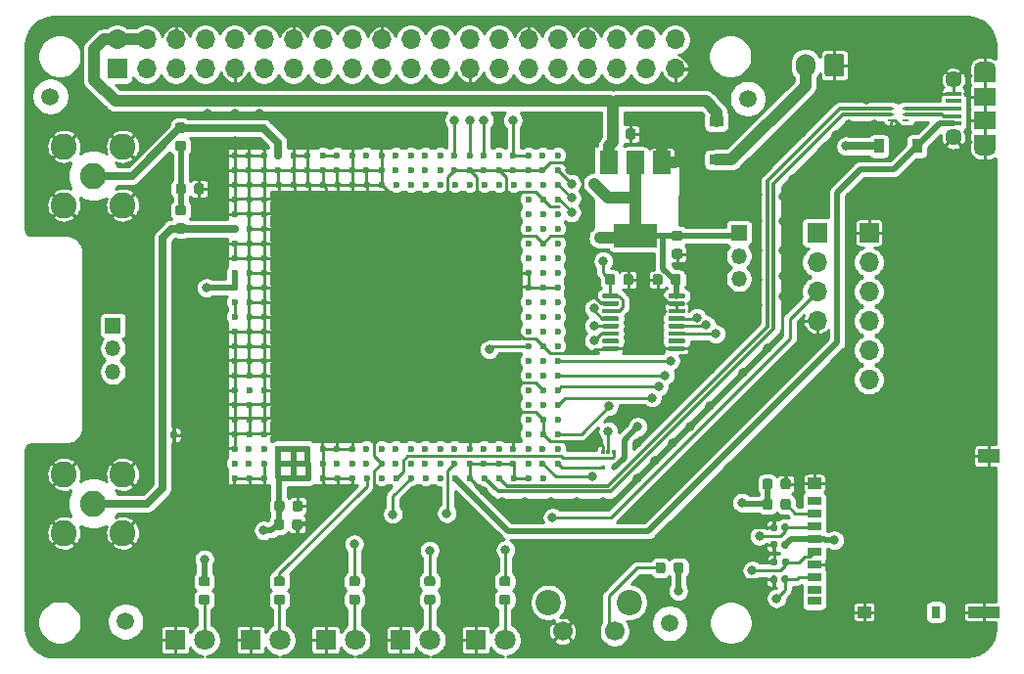
<source format=gtl>
G04 #@! TF.GenerationSoftware,KiCad,Pcbnew,(5.1.6)-1*
G04 #@! TF.CreationDate,2021-01-15T17:25:51+09:00*
G04 #@! TF.ProjectId,HATv2.0,48415476-322e-4302-9e6b-696361645f70,rev?*
G04 #@! TF.SameCoordinates,Original*
G04 #@! TF.FileFunction,Copper,L1,Top*
G04 #@! TF.FilePolarity,Positive*
%FSLAX46Y46*%
G04 Gerber Fmt 4.6, Leading zero omitted, Abs format (unit mm)*
G04 Created by KiCad (PCBNEW (5.1.6)-1) date 2021-01-15 17:25:51*
%MOMM*%
%LPD*%
G01*
G04 APERTURE LIST*
G04 #@! TA.AperFunction,ComponentPad*
%ADD10C,1.800000*%
G04 #@! TD*
G04 #@! TA.AperFunction,ComponentPad*
%ADD11R,1.800000X1.800000*%
G04 #@! TD*
G04 #@! TA.AperFunction,ComponentPad*
%ADD12C,1.700000*%
G04 #@! TD*
G04 #@! TA.AperFunction,ComponentPad*
%ADD13C,2.200000*%
G04 #@! TD*
G04 #@! TA.AperFunction,SMDPad,CuDef*
%ADD14R,1.900000X1.300000*%
G04 #@! TD*
G04 #@! TA.AperFunction,SMDPad,CuDef*
%ADD15R,2.800000X1.000000*%
G04 #@! TD*
G04 #@! TA.AperFunction,SMDPad,CuDef*
%ADD16R,0.800000X1.000000*%
G04 #@! TD*
G04 #@! TA.AperFunction,SMDPad,CuDef*
%ADD17R,1.200000X1.000000*%
G04 #@! TD*
G04 #@! TA.AperFunction,SMDPad,CuDef*
%ADD18R,1.200000X0.700000*%
G04 #@! TD*
G04 #@! TA.AperFunction,ComponentPad*
%ADD19O,1.350000X1.350000*%
G04 #@! TD*
G04 #@! TA.AperFunction,ComponentPad*
%ADD20R,1.350000X1.350000*%
G04 #@! TD*
G04 #@! TA.AperFunction,SMDPad,CuDef*
%ADD21R,0.600000X0.250000*%
G04 #@! TD*
G04 #@! TA.AperFunction,SMDPad,CuDef*
%ADD22R,1.900000X1.200000*%
G04 #@! TD*
G04 #@! TA.AperFunction,ComponentPad*
%ADD23O,1.900000X1.200000*%
G04 #@! TD*
G04 #@! TA.AperFunction,SMDPad,CuDef*
%ADD24R,1.900000X1.500000*%
G04 #@! TD*
G04 #@! TA.AperFunction,ComponentPad*
%ADD25C,1.450000*%
G04 #@! TD*
G04 #@! TA.AperFunction,SMDPad,CuDef*
%ADD26R,1.350000X0.400000*%
G04 #@! TD*
G04 #@! TA.AperFunction,SMDPad,CuDef*
%ADD27R,0.900000X1.200000*%
G04 #@! TD*
G04 #@! TA.AperFunction,SMDPad,CuDef*
%ADD28C,0.600000*%
G04 #@! TD*
G04 #@! TA.AperFunction,SMDPad,CuDef*
%ADD29R,1.500000X2.000000*%
G04 #@! TD*
G04 #@! TA.AperFunction,SMDPad,CuDef*
%ADD30R,3.800000X2.000000*%
G04 #@! TD*
G04 #@! TA.AperFunction,ComponentPad*
%ADD31O,1.700000X1.700000*%
G04 #@! TD*
G04 #@! TA.AperFunction,ComponentPad*
%ADD32R,1.700000X1.700000*%
G04 #@! TD*
G04 #@! TA.AperFunction,SMDPad,CuDef*
%ADD33C,1.500000*%
G04 #@! TD*
G04 #@! TA.AperFunction,ComponentPad*
%ADD34C,2.250000*%
G04 #@! TD*
G04 #@! TA.AperFunction,SMDPad,CuDef*
%ADD35R,0.300000X0.450000*%
G04 #@! TD*
G04 #@! TA.AperFunction,SMDPad,CuDef*
%ADD36R,1.200000X0.900000*%
G04 #@! TD*
G04 #@! TA.AperFunction,ComponentPad*
%ADD37O,1.700000X2.000000*%
G04 #@! TD*
G04 #@! TA.AperFunction,ViaPad*
%ADD38C,0.800000*%
G04 #@! TD*
G04 #@! TA.AperFunction,ViaPad*
%ADD39C,1.000000*%
G04 #@! TD*
G04 #@! TA.AperFunction,Conductor*
%ADD40C,0.250000*%
G04 #@! TD*
G04 #@! TA.AperFunction,Conductor*
%ADD41C,1.000000*%
G04 #@! TD*
G04 #@! TA.AperFunction,Conductor*
%ADD42C,0.500000*%
G04 #@! TD*
G04 #@! TA.AperFunction,Conductor*
%ADD43C,0.350000*%
G04 #@! TD*
G04 #@! TA.AperFunction,Conductor*
%ADD44C,0.650000*%
G04 #@! TD*
G04 #@! TA.AperFunction,Conductor*
%ADD45C,0.700000*%
G04 #@! TD*
G04 APERTURE END LIST*
D10*
X156040000Y-76000000D03*
D11*
X153500000Y-76000000D03*
D10*
X162540000Y-76000000D03*
D11*
X160000000Y-76000000D03*
D10*
X136540000Y-76000000D03*
D11*
X134000000Y-76000000D03*
D10*
X149540000Y-76000000D03*
D11*
X147000000Y-76000000D03*
D10*
X143040000Y-76000000D03*
D11*
X140500000Y-76000000D03*
D12*
X172000000Y-75250000D03*
X167500000Y-75250000D03*
D13*
X173250000Y-72750000D03*
X166250000Y-72750000D03*
D14*
X204375000Y-60075000D03*
D15*
X203925000Y-73575000D03*
D16*
X199775000Y-73575000D03*
D17*
X193575000Y-73575000D03*
X189275000Y-62425000D03*
D18*
X189275000Y-70575000D03*
X189275000Y-69475000D03*
X189275000Y-68375000D03*
X189275000Y-67275000D03*
X189275000Y-66175000D03*
X189275000Y-65075000D03*
X189275000Y-63975000D03*
X189275000Y-71675000D03*
X189275000Y-72625000D03*
D19*
X182750000Y-44750000D03*
X182750000Y-42750000D03*
D20*
X182750000Y-40750000D03*
D21*
X195850000Y-30500000D03*
X195850000Y-30000000D03*
X195850000Y-31000000D03*
X197150000Y-30500000D03*
X197150000Y-30000000D03*
X197150000Y-31000000D03*
D22*
X203987500Y-32900000D03*
X203987500Y-27100000D03*
D23*
X203987500Y-26500000D03*
X203987500Y-33500000D03*
D24*
X203987500Y-31000000D03*
D25*
X201287500Y-27500000D03*
D26*
X201287500Y-30000000D03*
X201287500Y-29350000D03*
X201287500Y-28700000D03*
X201287500Y-31300000D03*
X201287500Y-30650000D03*
D25*
X201287500Y-32500000D03*
D24*
X203987500Y-29000000D03*
D27*
X198150000Y-33250000D03*
X194850000Y-33250000D03*
G04 #@! TA.AperFunction,SMDPad,CuDef*
G36*
G01*
X186440000Y-70922500D02*
X186440000Y-70577500D01*
G75*
G02*
X186587500Y-70430000I147500J0D01*
G01*
X186882500Y-70430000D01*
G75*
G02*
X187030000Y-70577500I0J-147500D01*
G01*
X187030000Y-70922500D01*
G75*
G02*
X186882500Y-71070000I-147500J0D01*
G01*
X186587500Y-71070000D01*
G75*
G02*
X186440000Y-70922500I0J147500D01*
G01*
G37*
G04 #@! TD.AperFunction*
G04 #@! TA.AperFunction,SMDPad,CuDef*
G36*
G01*
X185470000Y-70922500D02*
X185470000Y-70577500D01*
G75*
G02*
X185617500Y-70430000I147500J0D01*
G01*
X185912500Y-70430000D01*
G75*
G02*
X186060000Y-70577500I0J-147500D01*
G01*
X186060000Y-70922500D01*
G75*
G02*
X185912500Y-71070000I-147500J0D01*
G01*
X185617500Y-71070000D01*
G75*
G02*
X185470000Y-70922500I0J147500D01*
G01*
G37*
G04 #@! TD.AperFunction*
G04 #@! TA.AperFunction,SMDPad,CuDef*
G36*
G01*
X144100000Y-66256250D02*
X144100000Y-65743750D01*
G75*
G02*
X144318750Y-65525000I218750J0D01*
G01*
X144756250Y-65525000D01*
G75*
G02*
X144975000Y-65743750I0J-218750D01*
G01*
X144975000Y-66256250D01*
G75*
G02*
X144756250Y-66475000I-218750J0D01*
G01*
X144318750Y-66475000D01*
G75*
G02*
X144100000Y-66256250I0J218750D01*
G01*
G37*
G04 #@! TD.AperFunction*
G04 #@! TA.AperFunction,SMDPad,CuDef*
G36*
G01*
X142525000Y-66256250D02*
X142525000Y-65743750D01*
G75*
G02*
X142743750Y-65525000I218750J0D01*
G01*
X143181250Y-65525000D01*
G75*
G02*
X143400000Y-65743750I0J-218750D01*
G01*
X143400000Y-66256250D01*
G75*
G02*
X143181250Y-66475000I-218750J0D01*
G01*
X142743750Y-66475000D01*
G75*
G02*
X142525000Y-66256250I0J218750D01*
G01*
G37*
G04 #@! TD.AperFunction*
G04 #@! TA.AperFunction,SMDPad,CuDef*
G36*
G01*
X144137500Y-64656250D02*
X144137500Y-64143750D01*
G75*
G02*
X144356250Y-63925000I218750J0D01*
G01*
X144793750Y-63925000D01*
G75*
G02*
X145012500Y-64143750I0J-218750D01*
G01*
X145012500Y-64656250D01*
G75*
G02*
X144793750Y-64875000I-218750J0D01*
G01*
X144356250Y-64875000D01*
G75*
G02*
X144137500Y-64656250I0J218750D01*
G01*
G37*
G04 #@! TD.AperFunction*
G04 #@! TA.AperFunction,SMDPad,CuDef*
G36*
G01*
X142562500Y-64656250D02*
X142562500Y-64143750D01*
G75*
G02*
X142781250Y-63925000I218750J0D01*
G01*
X143218750Y-63925000D01*
G75*
G02*
X143437500Y-64143750I0J-218750D01*
G01*
X143437500Y-64656250D01*
G75*
G02*
X143218750Y-64875000I-218750J0D01*
G01*
X142781250Y-64875000D01*
G75*
G02*
X142562500Y-64656250I0J218750D01*
G01*
G37*
G04 #@! TD.AperFunction*
D28*
X167070000Y-60700000D03*
X167070000Y-59430000D03*
X165770000Y-59430000D03*
X165770000Y-60700000D03*
X165800000Y-61970000D03*
X164530000Y-61970000D03*
X164530000Y-60700000D03*
X164530000Y-59430000D03*
X163230000Y-59430000D03*
X163230000Y-60700000D03*
X163260000Y-61970000D03*
X161990000Y-61970000D03*
X160690000Y-60700000D03*
X160720000Y-61970000D03*
X161990000Y-60700000D03*
X161990000Y-59430000D03*
X160690000Y-59430000D03*
X159450000Y-61970000D03*
X158180000Y-61970000D03*
X158150000Y-59430000D03*
X159450000Y-60700000D03*
X158150000Y-60700000D03*
X159450000Y-59430000D03*
X156910000Y-60700000D03*
X154370000Y-59430000D03*
X153070000Y-60700000D03*
X151830000Y-61970000D03*
X149290000Y-59430000D03*
X153100000Y-61970000D03*
X156910000Y-61970000D03*
X155610000Y-59430000D03*
X151830000Y-59430000D03*
X153070000Y-59430000D03*
X148020000Y-61970000D03*
X151830000Y-60700000D03*
X155610000Y-60700000D03*
X150530000Y-60700000D03*
X150530000Y-59430000D03*
X156910000Y-59430000D03*
X149290000Y-60700000D03*
X154370000Y-61970000D03*
X150560000Y-61970000D03*
X154370000Y-60700000D03*
X149290000Y-61970000D03*
X155640000Y-61970000D03*
X147990000Y-59430000D03*
X147990000Y-60700000D03*
X140370000Y-59430000D03*
X142910000Y-60700000D03*
X140400000Y-61970000D03*
X146750000Y-59430000D03*
X139130000Y-61970000D03*
X146750000Y-61970000D03*
X145450000Y-60700000D03*
X141670000Y-59430000D03*
X145450000Y-59430000D03*
X144210000Y-59430000D03*
X145480000Y-61970000D03*
X139130000Y-59430000D03*
X141670000Y-60700000D03*
X139130000Y-60700000D03*
X141670000Y-61970000D03*
X144210000Y-61970000D03*
X142910000Y-59430000D03*
X140370000Y-60700000D03*
X144210000Y-60700000D03*
X142940000Y-61970000D03*
X146750000Y-60700000D03*
X164530000Y-58160000D03*
X165800000Y-58160000D03*
X167070000Y-58160000D03*
X140400000Y-58160000D03*
X139130000Y-58160000D03*
X141670000Y-58160000D03*
X161990000Y-36570000D03*
X164530000Y-36570000D03*
X165800000Y-36570000D03*
X163260000Y-36570000D03*
X160720000Y-36570000D03*
X154370000Y-36570000D03*
X139130000Y-36570000D03*
X153100000Y-36570000D03*
X158180000Y-36570000D03*
X150560000Y-36570000D03*
X156910000Y-36570000D03*
X141670000Y-36570000D03*
X146750000Y-36570000D03*
X142940000Y-36570000D03*
X155640000Y-36570000D03*
X151830000Y-36570000D03*
X145480000Y-36570000D03*
X140400000Y-36570000D03*
X159450000Y-36570000D03*
X144210000Y-36570000D03*
X148020000Y-36570000D03*
X149290000Y-36570000D03*
X167070000Y-36570000D03*
X167070000Y-35300000D03*
X164530000Y-35300000D03*
X163230000Y-35300000D03*
X165770000Y-35300000D03*
X160690000Y-35300000D03*
X161990000Y-35300000D03*
X156910000Y-35300000D03*
X155610000Y-35300000D03*
X150530000Y-35300000D03*
X149290000Y-35300000D03*
X139130000Y-35300000D03*
X144210000Y-35300000D03*
X147990000Y-35300000D03*
X146750000Y-35300000D03*
X140370000Y-35300000D03*
X141670000Y-35300000D03*
X142910000Y-35300000D03*
X151830000Y-35300000D03*
X159450000Y-35300000D03*
X158150000Y-35300000D03*
X154370000Y-35300000D03*
X153070000Y-35300000D03*
X145450000Y-35300000D03*
X167070000Y-34030000D03*
X165770000Y-34030000D03*
X163230000Y-34030000D03*
X164530000Y-34030000D03*
X161990000Y-34030000D03*
X160690000Y-34030000D03*
X140370000Y-34030000D03*
X147990000Y-34030000D03*
X146750000Y-34030000D03*
X154370000Y-34030000D03*
X151830000Y-34030000D03*
X153070000Y-34030000D03*
X149290000Y-34030000D03*
X141670000Y-34030000D03*
X142910000Y-34030000D03*
X145450000Y-34030000D03*
X159450000Y-34030000D03*
X144210000Y-34030000D03*
X150530000Y-34030000D03*
X139130000Y-34030000D03*
X155610000Y-34030000D03*
X158150000Y-34030000D03*
X156910000Y-34030000D03*
X165800000Y-56890000D03*
X164530000Y-56890000D03*
X167070000Y-56890000D03*
X140400000Y-56890000D03*
X141670000Y-56890000D03*
X139130000Y-56890000D03*
X141670000Y-54350000D03*
X139130000Y-54350000D03*
X165800000Y-54350000D03*
X164530000Y-54350000D03*
X140400000Y-54350000D03*
X167070000Y-54350000D03*
X165800000Y-55620000D03*
X164530000Y-55620000D03*
X167070000Y-55620000D03*
X140400000Y-55620000D03*
X141670000Y-55620000D03*
X139130000Y-55620000D03*
X139130000Y-53080000D03*
X141670000Y-53080000D03*
X164530000Y-53080000D03*
X167070000Y-53080000D03*
X140400000Y-53080000D03*
X165800000Y-53080000D03*
X167070000Y-40380000D03*
X167070000Y-41650000D03*
X165800000Y-41650000D03*
X165800000Y-50540000D03*
X140400000Y-50540000D03*
X141670000Y-48000000D03*
X167070000Y-50540000D03*
X164530000Y-40380000D03*
X165800000Y-51810000D03*
X141670000Y-46730000D03*
X139130000Y-46730000D03*
X164530000Y-41650000D03*
X165800000Y-49270000D03*
X141670000Y-49270000D03*
X140400000Y-48000000D03*
X167070000Y-49270000D03*
X165800000Y-40380000D03*
X141670000Y-50540000D03*
X140400000Y-49270000D03*
X164530000Y-50540000D03*
X139130000Y-48000000D03*
X164530000Y-49270000D03*
X140400000Y-46730000D03*
X139130000Y-50540000D03*
X139130000Y-49270000D03*
X140400000Y-51810000D03*
X141670000Y-51810000D03*
X167070000Y-51810000D03*
X139130000Y-51810000D03*
X164530000Y-51810000D03*
X164530000Y-39110000D03*
X164530000Y-37840000D03*
X167070000Y-37840000D03*
X167070000Y-39110000D03*
X141670000Y-37840000D03*
X139130000Y-37840000D03*
X165800000Y-39110000D03*
X141670000Y-39110000D03*
X140400000Y-39110000D03*
X139130000Y-39110000D03*
X140400000Y-37840000D03*
X165800000Y-37840000D03*
X165800000Y-45460000D03*
X165800000Y-44190000D03*
X167070000Y-44190000D03*
X164530000Y-44190000D03*
X165800000Y-46730000D03*
X164530000Y-45460000D03*
X164530000Y-48000000D03*
X167070000Y-45460000D03*
X164530000Y-46730000D03*
X165800000Y-48000000D03*
X167070000Y-48000000D03*
X167070000Y-46730000D03*
X164530000Y-42920000D03*
X165800000Y-42920000D03*
X167070000Y-42920000D03*
X139130000Y-45460000D03*
X141670000Y-45460000D03*
X139130000Y-40380000D03*
X139130000Y-42920000D03*
X140400000Y-40380000D03*
X139130000Y-41650000D03*
X141670000Y-42920000D03*
X140400000Y-44190000D03*
X141670000Y-40380000D03*
X140400000Y-45460000D03*
X140400000Y-42920000D03*
X141670000Y-44190000D03*
X140400000Y-41650000D03*
X139130000Y-44190000D03*
X141670000Y-41650000D03*
G04 #@! TA.AperFunction,SMDPad,CuDef*
G36*
G01*
X133195000Y-58077500D02*
X133195000Y-58422500D01*
G75*
G02*
X133047500Y-58570000I-147500J0D01*
G01*
X132752500Y-58570000D01*
G75*
G02*
X132605000Y-58422500I0J147500D01*
G01*
X132605000Y-58077500D01*
G75*
G02*
X132752500Y-57930000I147500J0D01*
G01*
X133047500Y-57930000D01*
G75*
G02*
X133195000Y-58077500I0J-147500D01*
G01*
G37*
G04 #@! TD.AperFunction*
G04 #@! TA.AperFunction,SMDPad,CuDef*
G36*
G01*
X134165000Y-58077500D02*
X134165000Y-58422500D01*
G75*
G02*
X134017500Y-58570000I-147500J0D01*
G01*
X133722500Y-58570000D01*
G75*
G02*
X133575000Y-58422500I0J147500D01*
G01*
X133575000Y-58077500D01*
G75*
G02*
X133722500Y-57930000I147500J0D01*
G01*
X134017500Y-57930000D01*
G75*
G02*
X134165000Y-58077500I0J-147500D01*
G01*
G37*
G04 #@! TD.AperFunction*
D29*
X176100000Y-34700000D03*
X171500000Y-34700000D03*
X173800000Y-34700000D03*
D30*
X173800000Y-41000000D03*
D31*
X177240000Y-24030000D03*
X177240000Y-26570000D03*
X174700000Y-24030000D03*
X174700000Y-26570000D03*
X172160000Y-24030000D03*
X172160000Y-26570000D03*
X169620000Y-24030000D03*
X169620000Y-26570000D03*
X167080000Y-24030000D03*
X167080000Y-26570000D03*
X164540000Y-24030000D03*
X164540000Y-26570000D03*
X162000000Y-24030000D03*
X162000000Y-26570000D03*
X159460000Y-24030000D03*
X159460000Y-26570000D03*
X156920000Y-24030000D03*
X156920000Y-26570000D03*
X154380000Y-24030000D03*
X154380000Y-26570000D03*
X151840000Y-24030000D03*
X151840000Y-26570000D03*
X149300000Y-24030000D03*
X149300000Y-26570000D03*
X146760000Y-24030000D03*
X146760000Y-26570000D03*
X144220000Y-24030000D03*
X144220000Y-26570000D03*
X141680000Y-24030000D03*
X141680000Y-26570000D03*
X139140000Y-24030000D03*
X139140000Y-26570000D03*
X136600000Y-24030000D03*
X136600000Y-26570000D03*
X134060000Y-24030000D03*
X134060000Y-26570000D03*
X131520000Y-24030000D03*
X131520000Y-26570000D03*
X128980000Y-24030000D03*
D32*
X128980000Y-26570000D03*
D33*
X183500000Y-29150000D03*
X123200000Y-28950000D03*
D34*
X126900000Y-64200000D03*
X129440000Y-61660000D03*
X124360000Y-61660000D03*
X124360000Y-66740000D03*
X129440000Y-66740000D03*
D31*
X194000000Y-53450000D03*
X194000000Y-50910000D03*
X194000000Y-48370000D03*
X194000000Y-45830000D03*
X194000000Y-43290000D03*
D32*
X194000000Y-40750000D03*
D31*
X189500000Y-48370000D03*
X189500000Y-45830000D03*
X189500000Y-43290000D03*
D32*
X189500000Y-40750000D03*
D35*
X170958000Y-61090000D03*
X171458000Y-59690000D03*
X171958000Y-61090000D03*
X170958000Y-59690000D03*
X171958000Y-59690000D03*
D34*
X126900000Y-35814000D03*
X129440000Y-33274000D03*
X124360000Y-33274000D03*
X124360000Y-38354000D03*
X129440000Y-38354000D03*
G04 #@! TA.AperFunction,SMDPad,CuDef*
G36*
G01*
X156256250Y-71362500D02*
X155743750Y-71362500D01*
G75*
G02*
X155525000Y-71143750I0J218750D01*
G01*
X155525000Y-70706250D01*
G75*
G02*
X155743750Y-70487500I218750J0D01*
G01*
X156256250Y-70487500D01*
G75*
G02*
X156475000Y-70706250I0J-218750D01*
G01*
X156475000Y-71143750D01*
G75*
G02*
X156256250Y-71362500I-218750J0D01*
G01*
G37*
G04 #@! TD.AperFunction*
G04 #@! TA.AperFunction,SMDPad,CuDef*
G36*
G01*
X156256250Y-72937500D02*
X155743750Y-72937500D01*
G75*
G02*
X155525000Y-72718750I0J218750D01*
G01*
X155525000Y-72281250D01*
G75*
G02*
X155743750Y-72062500I218750J0D01*
G01*
X156256250Y-72062500D01*
G75*
G02*
X156475000Y-72281250I0J-218750D01*
G01*
X156475000Y-72718750D01*
G75*
G02*
X156256250Y-72937500I-218750J0D01*
G01*
G37*
G04 #@! TD.AperFunction*
G04 #@! TA.AperFunction,SMDPad,CuDef*
G36*
G01*
X162756250Y-71362500D02*
X162243750Y-71362500D01*
G75*
G02*
X162025000Y-71143750I0J218750D01*
G01*
X162025000Y-70706250D01*
G75*
G02*
X162243750Y-70487500I218750J0D01*
G01*
X162756250Y-70487500D01*
G75*
G02*
X162975000Y-70706250I0J-218750D01*
G01*
X162975000Y-71143750D01*
G75*
G02*
X162756250Y-71362500I-218750J0D01*
G01*
G37*
G04 #@! TD.AperFunction*
G04 #@! TA.AperFunction,SMDPad,CuDef*
G36*
G01*
X162756250Y-72937500D02*
X162243750Y-72937500D01*
G75*
G02*
X162025000Y-72718750I0J218750D01*
G01*
X162025000Y-72281250D01*
G75*
G02*
X162243750Y-72062500I218750J0D01*
G01*
X162756250Y-72062500D01*
G75*
G02*
X162975000Y-72281250I0J-218750D01*
G01*
X162975000Y-72718750D01*
G75*
G02*
X162756250Y-72937500I-218750J0D01*
G01*
G37*
G04 #@! TD.AperFunction*
D19*
X128600000Y-52775000D03*
X128600000Y-50775000D03*
D20*
X128600000Y-48775000D03*
G04 #@! TA.AperFunction,SMDPad,CuDef*
G36*
G01*
X149756250Y-71362500D02*
X149243750Y-71362500D01*
G75*
G02*
X149025000Y-71143750I0J218750D01*
G01*
X149025000Y-70706250D01*
G75*
G02*
X149243750Y-70487500I218750J0D01*
G01*
X149756250Y-70487500D01*
G75*
G02*
X149975000Y-70706250I0J-218750D01*
G01*
X149975000Y-71143750D01*
G75*
G02*
X149756250Y-71362500I-218750J0D01*
G01*
G37*
G04 #@! TD.AperFunction*
G04 #@! TA.AperFunction,SMDPad,CuDef*
G36*
G01*
X149756250Y-72937500D02*
X149243750Y-72937500D01*
G75*
G02*
X149025000Y-72718750I0J218750D01*
G01*
X149025000Y-72281250D01*
G75*
G02*
X149243750Y-72062500I218750J0D01*
G01*
X149756250Y-72062500D01*
G75*
G02*
X149975000Y-72281250I0J-218750D01*
G01*
X149975000Y-72718750D01*
G75*
G02*
X149756250Y-72937500I-218750J0D01*
G01*
G37*
G04 #@! TD.AperFunction*
G04 #@! TA.AperFunction,SMDPad,CuDef*
G36*
G01*
X136756250Y-71362500D02*
X136243750Y-71362500D01*
G75*
G02*
X136025000Y-71143750I0J218750D01*
G01*
X136025000Y-70706250D01*
G75*
G02*
X136243750Y-70487500I218750J0D01*
G01*
X136756250Y-70487500D01*
G75*
G02*
X136975000Y-70706250I0J-218750D01*
G01*
X136975000Y-71143750D01*
G75*
G02*
X136756250Y-71362500I-218750J0D01*
G01*
G37*
G04 #@! TD.AperFunction*
G04 #@! TA.AperFunction,SMDPad,CuDef*
G36*
G01*
X136756250Y-72937500D02*
X136243750Y-72937500D01*
G75*
G02*
X136025000Y-72718750I0J218750D01*
G01*
X136025000Y-72281250D01*
G75*
G02*
X136243750Y-72062500I218750J0D01*
G01*
X136756250Y-72062500D01*
G75*
G02*
X136975000Y-72281250I0J-218750D01*
G01*
X136975000Y-72718750D01*
G75*
G02*
X136756250Y-72937500I-218750J0D01*
G01*
G37*
G04 #@! TD.AperFunction*
D36*
X180800000Y-34416000D03*
X180800000Y-31116000D03*
G04 #@! TA.AperFunction,SMDPad,CuDef*
G36*
G01*
X143256250Y-71362500D02*
X142743750Y-71362500D01*
G75*
G02*
X142525000Y-71143750I0J218750D01*
G01*
X142525000Y-70706250D01*
G75*
G02*
X142743750Y-70487500I218750J0D01*
G01*
X143256250Y-70487500D01*
G75*
G02*
X143475000Y-70706250I0J-218750D01*
G01*
X143475000Y-71143750D01*
G75*
G02*
X143256250Y-71362500I-218750J0D01*
G01*
G37*
G04 #@! TD.AperFunction*
G04 #@! TA.AperFunction,SMDPad,CuDef*
G36*
G01*
X143256250Y-72937500D02*
X142743750Y-72937500D01*
G75*
G02*
X142525000Y-72718750I0J218750D01*
G01*
X142525000Y-72281250D01*
G75*
G02*
X142743750Y-72062500I218750J0D01*
G01*
X143256250Y-72062500D01*
G75*
G02*
X143475000Y-72281250I0J-218750D01*
G01*
X143475000Y-72718750D01*
G75*
G02*
X143256250Y-72937500I-218750J0D01*
G01*
G37*
G04 #@! TD.AperFunction*
G04 #@! TA.AperFunction,SMDPad,CuDef*
G36*
G01*
X135617500Y-37196250D02*
X135617500Y-36683750D01*
G75*
G02*
X135836250Y-36465000I218750J0D01*
G01*
X136273750Y-36465000D01*
G75*
G02*
X136492500Y-36683750I0J-218750D01*
G01*
X136492500Y-37196250D01*
G75*
G02*
X136273750Y-37415000I-218750J0D01*
G01*
X135836250Y-37415000D01*
G75*
G02*
X135617500Y-37196250I0J218750D01*
G01*
G37*
G04 #@! TD.AperFunction*
G04 #@! TA.AperFunction,SMDPad,CuDef*
G36*
G01*
X134042500Y-37196250D02*
X134042500Y-36683750D01*
G75*
G02*
X134261250Y-36465000I218750J0D01*
G01*
X134698750Y-36465000D01*
G75*
G02*
X134917500Y-36683750I0J-218750D01*
G01*
X134917500Y-37196250D01*
G75*
G02*
X134698750Y-37415000I-218750J0D01*
G01*
X134261250Y-37415000D01*
G75*
G02*
X134042500Y-37196250I0J218750D01*
G01*
G37*
G04 #@! TD.AperFunction*
G04 #@! TA.AperFunction,SMDPad,CuDef*
G36*
G01*
X134213750Y-39942500D02*
X134726250Y-39942500D01*
G75*
G02*
X134945000Y-40161250I0J-218750D01*
G01*
X134945000Y-40598750D01*
G75*
G02*
X134726250Y-40817500I-218750J0D01*
G01*
X134213750Y-40817500D01*
G75*
G02*
X133995000Y-40598750I0J218750D01*
G01*
X133995000Y-40161250D01*
G75*
G02*
X134213750Y-39942500I218750J0D01*
G01*
G37*
G04 #@! TD.AperFunction*
G04 #@! TA.AperFunction,SMDPad,CuDef*
G36*
G01*
X134213750Y-38367500D02*
X134726250Y-38367500D01*
G75*
G02*
X134945000Y-38586250I0J-218750D01*
G01*
X134945000Y-39023750D01*
G75*
G02*
X134726250Y-39242500I-218750J0D01*
G01*
X134213750Y-39242500D01*
G75*
G02*
X133995000Y-39023750I0J218750D01*
G01*
X133995000Y-38586250D01*
G75*
G02*
X134213750Y-38367500I218750J0D01*
G01*
G37*
G04 #@! TD.AperFunction*
G04 #@! TA.AperFunction,SMDPad,CuDef*
G36*
G01*
X134193750Y-32787500D02*
X134706250Y-32787500D01*
G75*
G02*
X134925000Y-33006250I0J-218750D01*
G01*
X134925000Y-33443750D01*
G75*
G02*
X134706250Y-33662500I-218750J0D01*
G01*
X134193750Y-33662500D01*
G75*
G02*
X133975000Y-33443750I0J218750D01*
G01*
X133975000Y-33006250D01*
G75*
G02*
X134193750Y-32787500I218750J0D01*
G01*
G37*
G04 #@! TD.AperFunction*
G04 #@! TA.AperFunction,SMDPad,CuDef*
G36*
G01*
X134193750Y-31212500D02*
X134706250Y-31212500D01*
G75*
G02*
X134925000Y-31431250I0J-218750D01*
G01*
X134925000Y-31868750D01*
G75*
G02*
X134706250Y-32087500I-218750J0D01*
G01*
X134193750Y-32087500D01*
G75*
G02*
X133975000Y-31868750I0J218750D01*
G01*
X133975000Y-31431250D01*
G75*
G02*
X134193750Y-31212500I218750J0D01*
G01*
G37*
G04 #@! TD.AperFunction*
G04 #@! TA.AperFunction,SMDPad,CuDef*
G36*
G01*
X177143750Y-42150000D02*
X177656250Y-42150000D01*
G75*
G02*
X177875000Y-42368750I0J-218750D01*
G01*
X177875000Y-42806250D01*
G75*
G02*
X177656250Y-43025000I-218750J0D01*
G01*
X177143750Y-43025000D01*
G75*
G02*
X176925000Y-42806250I0J218750D01*
G01*
X176925000Y-42368750D01*
G75*
G02*
X177143750Y-42150000I218750J0D01*
G01*
G37*
G04 #@! TD.AperFunction*
G04 #@! TA.AperFunction,SMDPad,CuDef*
G36*
G01*
X177143750Y-40575000D02*
X177656250Y-40575000D01*
G75*
G02*
X177875000Y-40793750I0J-218750D01*
G01*
X177875000Y-41231250D01*
G75*
G02*
X177656250Y-41450000I-218750J0D01*
G01*
X177143750Y-41450000D01*
G75*
G02*
X176925000Y-41231250I0J218750D01*
G01*
X176925000Y-40793750D01*
G75*
G02*
X177143750Y-40575000I218750J0D01*
G01*
G37*
G04 #@! TD.AperFunction*
G04 #@! TA.AperFunction,SMDPad,CuDef*
G36*
G01*
X176150000Y-44543750D02*
X176150000Y-45056250D01*
G75*
G02*
X175931250Y-45275000I-218750J0D01*
G01*
X175493750Y-45275000D01*
G75*
G02*
X175275000Y-45056250I0J218750D01*
G01*
X175275000Y-44543750D01*
G75*
G02*
X175493750Y-44325000I218750J0D01*
G01*
X175931250Y-44325000D01*
G75*
G02*
X176150000Y-44543750I0J-218750D01*
G01*
G37*
G04 #@! TD.AperFunction*
G04 #@! TA.AperFunction,SMDPad,CuDef*
G36*
G01*
X177725000Y-44543750D02*
X177725000Y-45056250D01*
G75*
G02*
X177506250Y-45275000I-218750J0D01*
G01*
X177068750Y-45275000D01*
G75*
G02*
X176850000Y-45056250I0J218750D01*
G01*
X176850000Y-44543750D01*
G75*
G02*
X177068750Y-44325000I218750J0D01*
G01*
X177506250Y-44325000D01*
G75*
G02*
X177725000Y-44543750I0J-218750D01*
G01*
G37*
G04 #@! TD.AperFunction*
G04 #@! TA.AperFunction,SMDPad,CuDef*
G36*
G01*
X172737500Y-45056250D02*
X172737500Y-44543750D01*
G75*
G02*
X172956250Y-44325000I218750J0D01*
G01*
X173393750Y-44325000D01*
G75*
G02*
X173612500Y-44543750I0J-218750D01*
G01*
X173612500Y-45056250D01*
G75*
G02*
X173393750Y-45275000I-218750J0D01*
G01*
X172956250Y-45275000D01*
G75*
G02*
X172737500Y-45056250I0J218750D01*
G01*
G37*
G04 #@! TD.AperFunction*
G04 #@! TA.AperFunction,SMDPad,CuDef*
G36*
G01*
X171162500Y-45056250D02*
X171162500Y-44543750D01*
G75*
G02*
X171381250Y-44325000I218750J0D01*
G01*
X171818750Y-44325000D01*
G75*
G02*
X172037500Y-44543750I0J-218750D01*
G01*
X172037500Y-45056250D01*
G75*
G02*
X171818750Y-45275000I-218750J0D01*
G01*
X171381250Y-45275000D01*
G75*
G02*
X171162500Y-45056250I0J218750D01*
G01*
G37*
G04 #@! TD.AperFunction*
G04 #@! TA.AperFunction,SMDPad,CuDef*
G36*
G01*
X172950000Y-32456250D02*
X172950000Y-31943750D01*
G75*
G02*
X173168750Y-31725000I218750J0D01*
G01*
X173606250Y-31725000D01*
G75*
G02*
X173825000Y-31943750I0J-218750D01*
G01*
X173825000Y-32456250D01*
G75*
G02*
X173606250Y-32675000I-218750J0D01*
G01*
X173168750Y-32675000D01*
G75*
G02*
X172950000Y-32456250I0J218750D01*
G01*
G37*
G04 #@! TD.AperFunction*
G04 #@! TA.AperFunction,SMDPad,CuDef*
G36*
G01*
X171375000Y-32456250D02*
X171375000Y-31943750D01*
G75*
G02*
X171593750Y-31725000I218750J0D01*
G01*
X172031250Y-31725000D01*
G75*
G02*
X172250000Y-31943750I0J-218750D01*
G01*
X172250000Y-32456250D01*
G75*
G02*
X172031250Y-32675000I-218750J0D01*
G01*
X171593750Y-32675000D01*
G75*
G02*
X171375000Y-32456250I0J218750D01*
G01*
G37*
G04 #@! TD.AperFunction*
G04 #@! TA.AperFunction,SMDPad,CuDef*
G36*
G01*
X176625000Y-46325000D02*
X176625000Y-46125000D01*
G75*
G02*
X176725000Y-46025000I100000J0D01*
G01*
X178000000Y-46025000D01*
G75*
G02*
X178100000Y-46125000I0J-100000D01*
G01*
X178100000Y-46325000D01*
G75*
G02*
X178000000Y-46425000I-100000J0D01*
G01*
X176725000Y-46425000D01*
G75*
G02*
X176625000Y-46325000I0J100000D01*
G01*
G37*
G04 #@! TD.AperFunction*
G04 #@! TA.AperFunction,SMDPad,CuDef*
G36*
G01*
X176625000Y-46975000D02*
X176625000Y-46775000D01*
G75*
G02*
X176725000Y-46675000I100000J0D01*
G01*
X178000000Y-46675000D01*
G75*
G02*
X178100000Y-46775000I0J-100000D01*
G01*
X178100000Y-46975000D01*
G75*
G02*
X178000000Y-47075000I-100000J0D01*
G01*
X176725000Y-47075000D01*
G75*
G02*
X176625000Y-46975000I0J100000D01*
G01*
G37*
G04 #@! TD.AperFunction*
G04 #@! TA.AperFunction,SMDPad,CuDef*
G36*
G01*
X176625000Y-47625000D02*
X176625000Y-47425000D01*
G75*
G02*
X176725000Y-47325000I100000J0D01*
G01*
X178000000Y-47325000D01*
G75*
G02*
X178100000Y-47425000I0J-100000D01*
G01*
X178100000Y-47625000D01*
G75*
G02*
X178000000Y-47725000I-100000J0D01*
G01*
X176725000Y-47725000D01*
G75*
G02*
X176625000Y-47625000I0J100000D01*
G01*
G37*
G04 #@! TD.AperFunction*
G04 #@! TA.AperFunction,SMDPad,CuDef*
G36*
G01*
X176625000Y-48275000D02*
X176625000Y-48075000D01*
G75*
G02*
X176725000Y-47975000I100000J0D01*
G01*
X178000000Y-47975000D01*
G75*
G02*
X178100000Y-48075000I0J-100000D01*
G01*
X178100000Y-48275000D01*
G75*
G02*
X178000000Y-48375000I-100000J0D01*
G01*
X176725000Y-48375000D01*
G75*
G02*
X176625000Y-48275000I0J100000D01*
G01*
G37*
G04 #@! TD.AperFunction*
G04 #@! TA.AperFunction,SMDPad,CuDef*
G36*
G01*
X176625000Y-48925000D02*
X176625000Y-48725000D01*
G75*
G02*
X176725000Y-48625000I100000J0D01*
G01*
X178000000Y-48625000D01*
G75*
G02*
X178100000Y-48725000I0J-100000D01*
G01*
X178100000Y-48925000D01*
G75*
G02*
X178000000Y-49025000I-100000J0D01*
G01*
X176725000Y-49025000D01*
G75*
G02*
X176625000Y-48925000I0J100000D01*
G01*
G37*
G04 #@! TD.AperFunction*
G04 #@! TA.AperFunction,SMDPad,CuDef*
G36*
G01*
X176625000Y-49575000D02*
X176625000Y-49375000D01*
G75*
G02*
X176725000Y-49275000I100000J0D01*
G01*
X178000000Y-49275000D01*
G75*
G02*
X178100000Y-49375000I0J-100000D01*
G01*
X178100000Y-49575000D01*
G75*
G02*
X178000000Y-49675000I-100000J0D01*
G01*
X176725000Y-49675000D01*
G75*
G02*
X176625000Y-49575000I0J100000D01*
G01*
G37*
G04 #@! TD.AperFunction*
G04 #@! TA.AperFunction,SMDPad,CuDef*
G36*
G01*
X176625000Y-50225000D02*
X176625000Y-50025000D01*
G75*
G02*
X176725000Y-49925000I100000J0D01*
G01*
X178000000Y-49925000D01*
G75*
G02*
X178100000Y-50025000I0J-100000D01*
G01*
X178100000Y-50225000D01*
G75*
G02*
X178000000Y-50325000I-100000J0D01*
G01*
X176725000Y-50325000D01*
G75*
G02*
X176625000Y-50225000I0J100000D01*
G01*
G37*
G04 #@! TD.AperFunction*
G04 #@! TA.AperFunction,SMDPad,CuDef*
G36*
G01*
X176625000Y-50875000D02*
X176625000Y-50675000D01*
G75*
G02*
X176725000Y-50575000I100000J0D01*
G01*
X178000000Y-50575000D01*
G75*
G02*
X178100000Y-50675000I0J-100000D01*
G01*
X178100000Y-50875000D01*
G75*
G02*
X178000000Y-50975000I-100000J0D01*
G01*
X176725000Y-50975000D01*
G75*
G02*
X176625000Y-50875000I0J100000D01*
G01*
G37*
G04 #@! TD.AperFunction*
G04 #@! TA.AperFunction,SMDPad,CuDef*
G36*
G01*
X170900000Y-50875000D02*
X170900000Y-50675000D01*
G75*
G02*
X171000000Y-50575000I100000J0D01*
G01*
X172275000Y-50575000D01*
G75*
G02*
X172375000Y-50675000I0J-100000D01*
G01*
X172375000Y-50875000D01*
G75*
G02*
X172275000Y-50975000I-100000J0D01*
G01*
X171000000Y-50975000D01*
G75*
G02*
X170900000Y-50875000I0J100000D01*
G01*
G37*
G04 #@! TD.AperFunction*
G04 #@! TA.AperFunction,SMDPad,CuDef*
G36*
G01*
X170900000Y-50225000D02*
X170900000Y-50025000D01*
G75*
G02*
X171000000Y-49925000I100000J0D01*
G01*
X172275000Y-49925000D01*
G75*
G02*
X172375000Y-50025000I0J-100000D01*
G01*
X172375000Y-50225000D01*
G75*
G02*
X172275000Y-50325000I-100000J0D01*
G01*
X171000000Y-50325000D01*
G75*
G02*
X170900000Y-50225000I0J100000D01*
G01*
G37*
G04 #@! TD.AperFunction*
G04 #@! TA.AperFunction,SMDPad,CuDef*
G36*
G01*
X170900000Y-49575000D02*
X170900000Y-49375000D01*
G75*
G02*
X171000000Y-49275000I100000J0D01*
G01*
X172275000Y-49275000D01*
G75*
G02*
X172375000Y-49375000I0J-100000D01*
G01*
X172375000Y-49575000D01*
G75*
G02*
X172275000Y-49675000I-100000J0D01*
G01*
X171000000Y-49675000D01*
G75*
G02*
X170900000Y-49575000I0J100000D01*
G01*
G37*
G04 #@! TD.AperFunction*
G04 #@! TA.AperFunction,SMDPad,CuDef*
G36*
G01*
X170900000Y-48925000D02*
X170900000Y-48725000D01*
G75*
G02*
X171000000Y-48625000I100000J0D01*
G01*
X172275000Y-48625000D01*
G75*
G02*
X172375000Y-48725000I0J-100000D01*
G01*
X172375000Y-48925000D01*
G75*
G02*
X172275000Y-49025000I-100000J0D01*
G01*
X171000000Y-49025000D01*
G75*
G02*
X170900000Y-48925000I0J100000D01*
G01*
G37*
G04 #@! TD.AperFunction*
G04 #@! TA.AperFunction,SMDPad,CuDef*
G36*
G01*
X170900000Y-48275000D02*
X170900000Y-48075000D01*
G75*
G02*
X171000000Y-47975000I100000J0D01*
G01*
X172275000Y-47975000D01*
G75*
G02*
X172375000Y-48075000I0J-100000D01*
G01*
X172375000Y-48275000D01*
G75*
G02*
X172275000Y-48375000I-100000J0D01*
G01*
X171000000Y-48375000D01*
G75*
G02*
X170900000Y-48275000I0J100000D01*
G01*
G37*
G04 #@! TD.AperFunction*
G04 #@! TA.AperFunction,SMDPad,CuDef*
G36*
G01*
X170900000Y-47625000D02*
X170900000Y-47425000D01*
G75*
G02*
X171000000Y-47325000I100000J0D01*
G01*
X172275000Y-47325000D01*
G75*
G02*
X172375000Y-47425000I0J-100000D01*
G01*
X172375000Y-47625000D01*
G75*
G02*
X172275000Y-47725000I-100000J0D01*
G01*
X171000000Y-47725000D01*
G75*
G02*
X170900000Y-47625000I0J100000D01*
G01*
G37*
G04 #@! TD.AperFunction*
G04 #@! TA.AperFunction,SMDPad,CuDef*
G36*
G01*
X170900000Y-46975000D02*
X170900000Y-46775000D01*
G75*
G02*
X171000000Y-46675000I100000J0D01*
G01*
X172275000Y-46675000D01*
G75*
G02*
X172375000Y-46775000I0J-100000D01*
G01*
X172375000Y-46975000D01*
G75*
G02*
X172275000Y-47075000I-100000J0D01*
G01*
X171000000Y-47075000D01*
G75*
G02*
X170900000Y-46975000I0J100000D01*
G01*
G37*
G04 #@! TD.AperFunction*
G04 #@! TA.AperFunction,SMDPad,CuDef*
G36*
G01*
X170900000Y-46325000D02*
X170900000Y-46125000D01*
G75*
G02*
X171000000Y-46025000I100000J0D01*
G01*
X172275000Y-46025000D01*
G75*
G02*
X172375000Y-46125000I0J-100000D01*
G01*
X172375000Y-46325000D01*
G75*
G02*
X172275000Y-46425000I-100000J0D01*
G01*
X171000000Y-46425000D01*
G75*
G02*
X170900000Y-46325000I0J100000D01*
G01*
G37*
G04 #@! TD.AperFunction*
G04 #@! TA.AperFunction,SMDPad,CuDef*
G36*
G01*
X186350000Y-62756250D02*
X186350000Y-62243750D01*
G75*
G02*
X186568750Y-62025000I218750J0D01*
G01*
X187006250Y-62025000D01*
G75*
G02*
X187225000Y-62243750I0J-218750D01*
G01*
X187225000Y-62756250D01*
G75*
G02*
X187006250Y-62975000I-218750J0D01*
G01*
X186568750Y-62975000D01*
G75*
G02*
X186350000Y-62756250I0J218750D01*
G01*
G37*
G04 #@! TD.AperFunction*
G04 #@! TA.AperFunction,SMDPad,CuDef*
G36*
G01*
X184775000Y-62756250D02*
X184775000Y-62243750D01*
G75*
G02*
X184993750Y-62025000I218750J0D01*
G01*
X185431250Y-62025000D01*
G75*
G02*
X185650000Y-62243750I0J-218750D01*
G01*
X185650000Y-62756250D01*
G75*
G02*
X185431250Y-62975000I-218750J0D01*
G01*
X184993750Y-62975000D01*
G75*
G02*
X184775000Y-62756250I0J218750D01*
G01*
G37*
G04 #@! TD.AperFunction*
G04 #@! TA.AperFunction,SMDPad,CuDef*
G36*
G01*
X186440000Y-66422500D02*
X186440000Y-66077500D01*
G75*
G02*
X186587500Y-65930000I147500J0D01*
G01*
X186882500Y-65930000D01*
G75*
G02*
X187030000Y-66077500I0J-147500D01*
G01*
X187030000Y-66422500D01*
G75*
G02*
X186882500Y-66570000I-147500J0D01*
G01*
X186587500Y-66570000D01*
G75*
G02*
X186440000Y-66422500I0J147500D01*
G01*
G37*
G04 #@! TD.AperFunction*
G04 #@! TA.AperFunction,SMDPad,CuDef*
G36*
G01*
X185470000Y-66422500D02*
X185470000Y-66077500D01*
G75*
G02*
X185617500Y-65930000I147500J0D01*
G01*
X185912500Y-65930000D01*
G75*
G02*
X186060000Y-66077500I0J-147500D01*
G01*
X186060000Y-66422500D01*
G75*
G02*
X185912500Y-66570000I-147500J0D01*
G01*
X185617500Y-66570000D01*
G75*
G02*
X185470000Y-66422500I0J147500D01*
G01*
G37*
G04 #@! TD.AperFunction*
G04 #@! TA.AperFunction,SMDPad,CuDef*
G36*
G01*
X185485000Y-69422500D02*
X185485000Y-69077500D01*
G75*
G02*
X185632500Y-68930000I147500J0D01*
G01*
X185927500Y-68930000D01*
G75*
G02*
X186075000Y-69077500I0J-147500D01*
G01*
X186075000Y-69422500D01*
G75*
G02*
X185927500Y-69570000I-147500J0D01*
G01*
X185632500Y-69570000D01*
G75*
G02*
X185485000Y-69422500I0J147500D01*
G01*
G37*
G04 #@! TD.AperFunction*
G04 #@! TA.AperFunction,SMDPad,CuDef*
G36*
G01*
X186455000Y-69422500D02*
X186455000Y-69077500D01*
G75*
G02*
X186602500Y-68930000I147500J0D01*
G01*
X186897500Y-68930000D01*
G75*
G02*
X187045000Y-69077500I0J-147500D01*
G01*
X187045000Y-69422500D01*
G75*
G02*
X186897500Y-69570000I-147500J0D01*
G01*
X186602500Y-69570000D01*
G75*
G02*
X186455000Y-69422500I0J147500D01*
G01*
G37*
G04 #@! TD.AperFunction*
G04 #@! TA.AperFunction,SMDPad,CuDef*
G36*
G01*
X185470000Y-67922500D02*
X185470000Y-67577500D01*
G75*
G02*
X185617500Y-67430000I147500J0D01*
G01*
X185912500Y-67430000D01*
G75*
G02*
X186060000Y-67577500I0J-147500D01*
G01*
X186060000Y-67922500D01*
G75*
G02*
X185912500Y-68070000I-147500J0D01*
G01*
X185617500Y-68070000D01*
G75*
G02*
X185470000Y-67922500I0J147500D01*
G01*
G37*
G04 #@! TD.AperFunction*
G04 #@! TA.AperFunction,SMDPad,CuDef*
G36*
G01*
X186440000Y-67922500D02*
X186440000Y-67577500D01*
G75*
G02*
X186587500Y-67430000I147500J0D01*
G01*
X186882500Y-67430000D01*
G75*
G02*
X187030000Y-67577500I0J-147500D01*
G01*
X187030000Y-67922500D01*
G75*
G02*
X186882500Y-68070000I-147500J0D01*
G01*
X186587500Y-68070000D01*
G75*
G02*
X186440000Y-67922500I0J147500D01*
G01*
G37*
G04 #@! TD.AperFunction*
G04 #@! TA.AperFunction,SMDPad,CuDef*
G36*
G01*
X185650000Y-63993750D02*
X185650000Y-64506250D01*
G75*
G02*
X185431250Y-64725000I-218750J0D01*
G01*
X184993750Y-64725000D01*
G75*
G02*
X184775000Y-64506250I0J218750D01*
G01*
X184775000Y-63993750D01*
G75*
G02*
X184993750Y-63775000I218750J0D01*
G01*
X185431250Y-63775000D01*
G75*
G02*
X185650000Y-63993750I0J-218750D01*
G01*
G37*
G04 #@! TD.AperFunction*
G04 #@! TA.AperFunction,SMDPad,CuDef*
G36*
G01*
X187225000Y-63993750D02*
X187225000Y-64506250D01*
G75*
G02*
X187006250Y-64725000I-218750J0D01*
G01*
X186568750Y-64725000D01*
G75*
G02*
X186350000Y-64506250I0J218750D01*
G01*
X186350000Y-63993750D01*
G75*
G02*
X186568750Y-63775000I218750J0D01*
G01*
X187006250Y-63775000D01*
G75*
G02*
X187225000Y-63993750I0J-218750D01*
G01*
G37*
G04 #@! TD.AperFunction*
D33*
X129700000Y-74400000D03*
X176750000Y-74550000D03*
G04 #@! TA.AperFunction,SMDPad,CuDef*
G36*
G01*
X177975000Y-69493750D02*
X177975000Y-70006250D01*
G75*
G02*
X177756250Y-70225000I-218750J0D01*
G01*
X177318750Y-70225000D01*
G75*
G02*
X177100000Y-70006250I0J218750D01*
G01*
X177100000Y-69493750D01*
G75*
G02*
X177318750Y-69275000I218750J0D01*
G01*
X177756250Y-69275000D01*
G75*
G02*
X177975000Y-69493750I0J-218750D01*
G01*
G37*
G04 #@! TD.AperFunction*
G04 #@! TA.AperFunction,SMDPad,CuDef*
G36*
G01*
X176400000Y-69493750D02*
X176400000Y-70006250D01*
G75*
G02*
X176181250Y-70225000I-218750J0D01*
G01*
X175743750Y-70225000D01*
G75*
G02*
X175525000Y-70006250I0J218750D01*
G01*
X175525000Y-69493750D01*
G75*
G02*
X175743750Y-69275000I218750J0D01*
G01*
X176181250Y-69275000D01*
G75*
G02*
X176400000Y-69493750I0J-218750D01*
G01*
G37*
G04 #@! TD.AperFunction*
G04 #@! TA.AperFunction,ComponentPad*
G36*
G01*
X191850000Y-25500000D02*
X191850000Y-27000000D01*
G75*
G02*
X191600000Y-27250000I-250000J0D01*
G01*
X190400000Y-27250000D01*
G75*
G02*
X190150000Y-27000000I0J250000D01*
G01*
X190150000Y-25500000D01*
G75*
G02*
X190400000Y-25250000I250000J0D01*
G01*
X191600000Y-25250000D01*
G75*
G02*
X191850000Y-25500000I0J-250000D01*
G01*
G37*
G04 #@! TD.AperFunction*
D37*
X188500000Y-26250000D03*
D38*
X161900000Y-30990000D03*
X144100000Y-32650000D03*
X139150000Y-32825000D03*
X139150000Y-30450000D03*
X141300000Y-30450000D03*
X143200000Y-31400000D03*
X136750000Y-30450000D03*
X137450000Y-32850000D03*
X121950000Y-61650000D03*
X121950000Y-66850000D03*
X121850000Y-64200000D03*
X121950000Y-59400000D03*
X121950000Y-68900000D03*
X124400000Y-69000000D03*
X126500000Y-66950000D03*
X127600000Y-66950000D03*
X124350000Y-64850000D03*
X124350000Y-63600000D03*
X126450000Y-61600000D03*
X127550000Y-61550000D03*
X124400000Y-59400000D03*
X126950000Y-59250000D03*
X129500000Y-59300000D03*
X131400000Y-59350000D03*
X127050000Y-69000000D03*
X129550000Y-69000000D03*
X131750000Y-69000000D03*
X131750000Y-66800000D03*
X121850000Y-33200000D03*
X121850000Y-40450000D03*
X121750000Y-35750000D03*
X121850000Y-38400000D03*
X121850000Y-30950000D03*
X123800000Y-35275000D03*
X124300000Y-30900000D03*
X127500000Y-38500000D03*
X127450000Y-33100000D03*
X131550000Y-30900000D03*
X126850000Y-30800000D03*
X129450000Y-40550000D03*
X131650000Y-38350000D03*
X126950000Y-40550000D03*
X131650000Y-40550000D03*
X126400000Y-38500000D03*
X129400000Y-30850000D03*
X126350000Y-33150000D03*
X124300000Y-40550000D03*
X123825000Y-36225000D03*
X134300000Y-43000000D03*
X134200000Y-44900000D03*
X131400000Y-43300000D03*
X131500000Y-45500000D03*
X131500000Y-47600000D03*
X134200000Y-46200000D03*
X134400000Y-49900000D03*
X134400000Y-51200000D03*
X134400000Y-52700000D03*
X134300000Y-54100000D03*
X134300000Y-55500000D03*
X131600000Y-52000000D03*
X131500000Y-53950000D03*
X131400000Y-57700000D03*
X135200000Y-62100000D03*
X135200000Y-59200000D03*
X134900000Y-57200000D03*
X132700000Y-39900000D03*
X135800000Y-41600000D03*
X135900000Y-39300000D03*
X133450000Y-34400000D03*
X146700000Y-58300000D03*
X148000000Y-58300000D03*
X149300000Y-58300000D03*
X143000000Y-58100000D03*
X143000000Y-56900000D03*
X143000000Y-55600000D03*
X143000000Y-54300000D03*
X143000000Y-53100000D03*
X143000000Y-51800000D03*
X143000000Y-50500000D03*
X143000000Y-49200000D03*
X143000000Y-48000000D03*
X143000000Y-46800000D03*
X143100000Y-45500000D03*
X143100000Y-44200000D03*
X143100000Y-42900000D03*
X143100000Y-41700000D03*
X143100000Y-40400000D03*
X143100000Y-39100000D03*
X143000000Y-37800000D03*
X144300000Y-37800000D03*
X145600000Y-37800000D03*
X147000000Y-38500000D03*
X162000000Y-37800000D03*
X163300000Y-37800000D03*
X146400000Y-54800000D03*
X146300000Y-41100000D03*
X159800000Y-54700000D03*
X147600000Y-41900000D03*
X147500000Y-53700000D03*
X158700000Y-53500000D03*
X145725000Y-64675000D03*
X151800000Y-32850000D03*
X170500000Y-32600000D03*
X133400000Y-30700000D03*
X170300000Y-45400000D03*
X174250000Y-44800000D03*
X136906000Y-38354000D03*
X136144000Y-35052000D03*
X138000000Y-34000000D03*
X178100000Y-33100000D03*
X140250000Y-65900000D03*
X153400000Y-48050000D03*
X151900000Y-58250000D03*
X151800000Y-64050000D03*
X148700000Y-63050000D03*
X147400000Y-63050000D03*
X138100000Y-58150000D03*
X138050000Y-56800000D03*
X137950000Y-55600000D03*
X138050000Y-54350000D03*
X138000000Y-53100000D03*
X138050000Y-51800000D03*
X138000000Y-50550000D03*
X138050000Y-49300000D03*
X138000000Y-42950000D03*
X137950000Y-41650000D03*
X138000000Y-39100000D03*
X138000000Y-37850000D03*
X138000000Y-36550000D03*
X138000000Y-35300000D03*
X141650000Y-63100000D03*
X140450000Y-63100000D03*
X139100000Y-63100000D03*
X137950000Y-59400000D03*
X164550000Y-32950000D03*
X165800000Y-32900000D03*
X168150000Y-35300000D03*
X160700000Y-63100000D03*
X141025000Y-32875000D03*
X132250000Y-32200000D03*
X159500000Y-58150000D03*
X163200000Y-58150000D03*
X163250000Y-56300000D03*
X163200000Y-53700000D03*
X163200000Y-52450000D03*
X156900000Y-37850000D03*
X157900000Y-39050000D03*
X158500000Y-41950000D03*
X159650000Y-41000000D03*
X163150000Y-45400000D03*
X162850000Y-44200000D03*
X164250000Y-64000000D03*
X132400000Y-35750000D03*
X166500000Y-64000000D03*
X162250000Y-64000000D03*
X130950000Y-56675000D03*
X153725000Y-38000000D03*
X148000000Y-37800000D03*
X178950000Y-34550000D03*
X135200000Y-60700000D03*
X138500000Y-76000000D03*
X145000000Y-76000000D03*
X151500000Y-76000000D03*
X158000000Y-76000000D03*
X165000000Y-76000000D03*
X187750000Y-60750000D03*
X187750000Y-72500000D03*
X202750000Y-58250000D03*
X198000000Y-58250000D03*
X194250000Y-58250000D03*
X189250000Y-59000000D03*
X198500000Y-31500000D03*
X203250000Y-35500000D03*
X199500000Y-26750000D03*
X199750000Y-34250000D03*
X201500000Y-25250000D03*
X198750000Y-29000000D03*
X196750000Y-28000000D03*
X163258660Y-48441340D03*
X168750000Y-64000000D03*
X171000000Y-64000000D03*
X174000000Y-62000000D03*
X175500000Y-60500000D03*
X177000000Y-59000000D03*
X178500000Y-57500000D03*
X180250000Y-55750000D03*
X182200000Y-50600000D03*
X185250000Y-50750000D03*
X174000000Y-59000000D03*
X175400000Y-57400000D03*
X177000000Y-55800000D03*
X184404000Y-46990000D03*
X184404000Y-44831000D03*
X184404000Y-42291000D03*
X184404000Y-39751000D03*
X184404000Y-37465000D03*
X184531000Y-35433000D03*
X188214000Y-32131000D03*
X189611000Y-30607000D03*
X190881000Y-29210000D03*
X193802000Y-29210000D03*
X194437000Y-31369000D03*
X192278000Y-31369000D03*
X191135000Y-32258000D03*
X189230000Y-34544000D03*
X187452000Y-36068000D03*
X186563000Y-37592000D03*
X186563000Y-39751000D03*
X186563000Y-42291000D03*
X186563000Y-44450000D03*
X186563000Y-46228000D03*
X183134000Y-52832000D03*
X180340000Y-52578000D03*
X185801000Y-34290000D03*
X170565660Y-58796340D03*
X176276000Y-63500000D03*
X181737000Y-58166000D03*
X186436000Y-52705000D03*
X187960000Y-50546000D03*
X202565000Y-75184000D03*
X197612000Y-75438000D03*
X193040000Y-75438000D03*
X188468000Y-74930000D03*
X173990000Y-68072000D03*
X180721000Y-63881000D03*
X182118000Y-70993000D03*
X157480000Y-65024000D03*
X136500000Y-69000000D03*
X170700000Y-41200000D03*
X141650000Y-66500000D03*
X191000000Y-67350000D03*
X170200000Y-36500000D03*
X182982616Y-64103926D03*
X177500000Y-71750000D03*
X173990000Y-57531000D03*
X136700000Y-45500000D03*
X163200000Y-31000000D03*
X171000000Y-43200000D03*
X175224997Y-55025003D03*
X176330016Y-53080000D03*
D39*
X175249999Y-29349999D03*
D38*
X192000000Y-33250000D03*
X176810010Y-51810000D03*
X175799088Y-54079534D03*
X156000000Y-68243000D03*
X179117394Y-48100000D03*
X179917948Y-48750000D03*
X180750000Y-49500000D03*
X166624000Y-65405000D03*
X149479000Y-67691000D03*
X170200000Y-50100000D03*
X158140000Y-30980000D03*
X170200000Y-48800000D03*
X159470000Y-30980000D03*
X170200000Y-47300000D03*
X160690000Y-30990000D03*
X171500000Y-55750004D03*
X171450000Y-57940000D03*
X152800000Y-65100000D03*
X168250000Y-36500000D03*
X184500000Y-67000000D03*
X168250000Y-37750000D03*
X183896000Y-69977000D03*
X168250000Y-39000000D03*
X186000000Y-72390000D03*
X170053000Y-61870001D03*
X162560000Y-68199000D03*
X161150000Y-50850000D03*
D40*
X129600000Y-37600000D02*
X129540000Y-37540000D01*
X129600000Y-61400000D02*
X129540000Y-61460000D01*
X176400000Y-35000000D02*
X176100000Y-34700000D01*
X176625000Y-46875000D02*
X177362500Y-46875000D01*
X175712500Y-45962500D02*
X176625000Y-46875000D01*
X175712500Y-44800000D02*
X175712500Y-45962500D01*
X177362500Y-46875000D02*
X177362500Y-47525000D01*
X175712500Y-44800000D02*
X174500000Y-44800000D01*
X173175000Y-44800000D02*
X174500000Y-44800000D01*
X173387500Y-32200000D02*
X173600000Y-32200000D01*
X148000000Y-61990000D02*
X148020000Y-61970000D01*
X140500000Y-62070000D02*
X140400000Y-61970000D01*
X139110000Y-55600000D02*
X139130000Y-55620000D01*
X140400000Y-34060000D02*
X140370000Y-34030000D01*
X163230000Y-61940000D02*
X163260000Y-61970000D01*
X167130000Y-45400000D02*
X167070000Y-45460000D01*
X139140000Y-26570000D02*
X139140000Y-26990000D01*
X141190000Y-44190000D02*
X141670000Y-44190000D01*
X164530000Y-61970000D02*
X164500000Y-61970000D01*
X170300000Y-46326998D02*
X170300000Y-45400000D01*
X170848002Y-46875000D02*
X170300000Y-46326998D01*
X171637500Y-46875000D02*
X170848002Y-46875000D01*
X160580000Y-63100000D02*
X159450000Y-61970000D01*
X160700000Y-63100000D02*
X160580000Y-63100000D01*
X159450000Y-61970000D02*
X159450000Y-60700000D01*
X159450000Y-60700000D02*
X163230000Y-60700000D01*
X163260000Y-60730000D02*
X163230000Y-60700000D01*
X163260000Y-61970000D02*
X163260000Y-60730000D01*
X159500000Y-59380000D02*
X159450000Y-59430000D01*
X159500000Y-58200000D02*
X159500000Y-59380000D01*
X163200000Y-59400000D02*
X163230000Y-59430000D01*
X163200000Y-58200000D02*
X163200000Y-59400000D01*
X165800000Y-58160000D02*
X165800000Y-56890000D01*
X163435001Y-56264999D02*
X163400000Y-56300000D01*
X165174999Y-56264999D02*
X163435001Y-56264999D01*
X165800000Y-56890000D02*
X165174999Y-56264999D01*
X165174999Y-41024999D02*
X163775001Y-41024999D01*
X165800000Y-41650000D02*
X165174999Y-41024999D01*
X163775001Y-41024999D02*
X163700000Y-41100000D01*
X166425001Y-41024999D02*
X168675001Y-41024999D01*
X165800000Y-41650000D02*
X166425001Y-41024999D01*
X165174999Y-37214999D02*
X163885001Y-37214999D01*
X163885001Y-37214999D02*
X163300000Y-37800000D01*
X165800000Y-37840000D02*
X165174999Y-37214999D01*
X166395001Y-34674999D02*
X165770000Y-35300000D01*
X167524999Y-34674999D02*
X166395001Y-34674999D01*
X168150000Y-35300000D02*
X167524999Y-34674999D01*
X165770000Y-35300000D02*
X158150000Y-35300000D01*
X157554999Y-35895001D02*
X158150000Y-35300000D01*
X157554999Y-37754999D02*
X157554999Y-35895001D01*
X160075001Y-35925001D02*
X160075001Y-37575001D01*
X159450000Y-35300000D02*
X160075001Y-35925001D01*
X162615001Y-37184999D02*
X162000000Y-37800000D01*
X162615001Y-35925001D02*
X162615001Y-37184999D01*
X161990000Y-35300000D02*
X162615001Y-35925001D01*
X150530000Y-35300000D02*
X144210000Y-35300000D01*
X144210000Y-35300000D02*
X141670000Y-35300000D01*
X151830000Y-35300000D02*
X150530000Y-35300000D01*
X149290000Y-35300000D02*
X149290000Y-34030000D01*
X145450000Y-35300000D02*
X145450000Y-34030000D01*
X144210000Y-35300000D02*
X144210000Y-34490000D01*
X144210000Y-34490000D02*
X144210000Y-34030000D01*
X139140000Y-39100000D02*
X139130000Y-39110000D01*
X143100000Y-39100000D02*
X139140000Y-39100000D01*
X139170000Y-37800000D02*
X139130000Y-37840000D01*
X143000000Y-37800000D02*
X139170000Y-37800000D01*
X138000000Y-41700000D02*
X137950000Y-41650000D01*
X143100000Y-41700000D02*
X138000000Y-41700000D01*
X143050000Y-42950000D02*
X143100000Y-42900000D01*
X138000000Y-42950000D02*
X143050000Y-42950000D01*
X140440000Y-45500000D02*
X140400000Y-45460000D01*
X143100000Y-45500000D02*
X140440000Y-45500000D01*
X140410000Y-44200000D02*
X140400000Y-44190000D01*
X143100000Y-44200000D02*
X140410000Y-44200000D01*
X140470000Y-46800000D02*
X140400000Y-46730000D01*
X143000000Y-46800000D02*
X140470000Y-46800000D01*
X140400000Y-48000000D02*
X143000000Y-48000000D01*
X142900000Y-49300000D02*
X143000000Y-49200000D01*
X138050000Y-49300000D02*
X142900000Y-49300000D01*
X142950000Y-50550000D02*
X143000000Y-50500000D01*
X138000000Y-50550000D02*
X142950000Y-50550000D01*
X138050000Y-51800000D02*
X143000000Y-51800000D01*
X138000000Y-53100000D02*
X143000000Y-53100000D01*
X143000000Y-55600000D02*
X137950000Y-55600000D01*
X142900000Y-56800000D02*
X143000000Y-56900000D01*
X138050000Y-56800000D02*
X142900000Y-56800000D01*
X138150000Y-58100000D02*
X138100000Y-58150000D01*
X143000000Y-58100000D02*
X138150000Y-58100000D01*
X141670000Y-60700000D02*
X141670000Y-61970000D01*
X141670000Y-61970000D02*
X139130000Y-61970000D01*
X146750000Y-61970000D02*
X149290000Y-61970000D01*
X146750000Y-60700000D02*
X146750000Y-59430000D01*
X146750000Y-60700000D02*
X146750000Y-61970000D01*
X146750000Y-59430000D02*
X149290000Y-59430000D01*
X151204999Y-61325001D02*
X151204999Y-63454999D01*
X151204999Y-63454999D02*
X151800000Y-64050000D01*
X151830000Y-60700000D02*
X151204999Y-61325001D01*
X151204999Y-58945001D02*
X151900000Y-58250000D01*
X151204999Y-60074999D02*
X151204999Y-58945001D01*
X151830000Y-60700000D02*
X151204999Y-60074999D01*
X143080000Y-40380000D02*
X143100000Y-40400000D01*
X140400000Y-40380000D02*
X143080000Y-40380000D01*
X141670000Y-36570000D02*
X141670000Y-34030000D01*
X163224999Y-53724999D02*
X163200000Y-53700000D01*
X165800000Y-54350000D02*
X165174999Y-53724999D01*
X165174999Y-53724999D02*
X163224999Y-53724999D01*
X142940000Y-37740000D02*
X143000000Y-37800000D01*
X142940000Y-36570000D02*
X142940000Y-37740000D01*
X144300000Y-36660000D02*
X144210000Y-36570000D01*
X144300000Y-37800000D02*
X144300000Y-36660000D01*
X145600000Y-36690000D02*
X145480000Y-36570000D01*
X145600000Y-37800000D02*
X145600000Y-36690000D01*
X147000000Y-36820000D02*
X146750000Y-36570000D01*
X147000000Y-38500000D02*
X147000000Y-36820000D01*
X146750000Y-36570000D02*
X151830000Y-36570000D01*
X153110000Y-37850000D02*
X156900000Y-37850000D01*
X151830000Y-36570000D02*
X153110000Y-37850000D01*
X142910000Y-36540000D02*
X142940000Y-36570000D01*
X142910000Y-35300000D02*
X142910000Y-36540000D01*
X141670000Y-36570000D02*
X142940000Y-36570000D01*
X142940000Y-36570000D02*
X144210000Y-36570000D01*
X144210000Y-35300000D02*
X144210000Y-36570000D01*
X144210000Y-36570000D02*
X145480000Y-36570000D01*
X145450000Y-36540000D02*
X145480000Y-36570000D01*
X145450000Y-35300000D02*
X145450000Y-36540000D01*
X146750000Y-35300000D02*
X146750000Y-36570000D01*
X146750000Y-36570000D02*
X145480000Y-36570000D01*
X147990000Y-36540000D02*
X148020000Y-36570000D01*
X147990000Y-35300000D02*
X147990000Y-36540000D01*
X149290000Y-35300000D02*
X149290000Y-36570000D01*
X150530000Y-36540000D02*
X150560000Y-36570000D01*
X150530000Y-35300000D02*
X150530000Y-36540000D01*
X151830000Y-35300000D02*
X151830000Y-36570000D01*
X144210000Y-32760000D02*
X144100000Y-32650000D01*
X144210000Y-34030000D02*
X144210000Y-32760000D01*
X151800000Y-34000000D02*
X151830000Y-34030000D01*
X151800000Y-32850000D02*
X151800000Y-34000000D01*
X151830000Y-34030000D02*
X151830000Y-35300000D01*
X156995001Y-37754999D02*
X156900000Y-37850000D01*
X157554999Y-37754999D02*
X156995001Y-37754999D01*
X161775001Y-37575001D02*
X162000000Y-37800000D01*
X160075001Y-37575001D02*
X161775001Y-37575001D01*
X164470000Y-45400000D02*
X164530000Y-45460000D01*
X163150000Y-45400000D02*
X164470000Y-45400000D01*
X164530000Y-44190000D02*
X164530000Y-45460000D01*
X139130000Y-58160000D02*
X139130000Y-59430000D01*
X138020000Y-36570000D02*
X138000000Y-36550000D01*
X141670000Y-36570000D02*
X138020000Y-36570000D01*
X138010000Y-37840000D02*
X138000000Y-37850000D01*
X139130000Y-37840000D02*
X138010000Y-37840000D01*
X138010000Y-39110000D02*
X138000000Y-39100000D01*
X139130000Y-39110000D02*
X138010000Y-39110000D01*
X138000000Y-35300000D02*
X141670000Y-35300000D01*
X139150000Y-39090000D02*
X139130000Y-39110000D01*
X139150000Y-32750000D02*
X139150000Y-39090000D01*
X140370000Y-53050000D02*
X140400000Y-53080000D01*
X140370000Y-34030000D02*
X140370000Y-53050000D01*
X140400000Y-55620000D02*
X140400000Y-58160000D01*
X139130000Y-58160000D02*
X139130000Y-49270000D01*
X139130000Y-42920000D02*
X139130000Y-41650000D01*
X141670000Y-36570000D02*
X141670000Y-58160000D01*
X139130000Y-34030000D02*
X141670000Y-34030000D01*
X144210000Y-34030000D02*
X145450000Y-34030000D01*
X146700000Y-59380000D02*
X146750000Y-59430000D01*
X146700000Y-58300000D02*
X146700000Y-59380000D01*
X148000000Y-59420000D02*
X147990000Y-59430000D01*
X148000000Y-58300000D02*
X148000000Y-59420000D01*
X149300000Y-59420000D02*
X149290000Y-59430000D01*
X149300000Y-58300000D02*
X149300000Y-59420000D01*
X146750000Y-62400000D02*
X147400000Y-63050000D01*
X146750000Y-61970000D02*
X146750000Y-62400000D01*
X163260000Y-61970000D02*
X164530000Y-61970000D01*
X145450000Y-64400000D02*
X145725000Y-64675000D01*
X144575000Y-64400000D02*
X145450000Y-64400000D01*
X145725000Y-64675000D02*
X145725000Y-65725000D01*
X145600000Y-65850000D02*
X144487500Y-65850000D01*
X145725000Y-65725000D02*
X145600000Y-65850000D01*
X140450000Y-62020000D02*
X140400000Y-61970000D01*
X140450000Y-63100000D02*
X140450000Y-62020000D01*
X141670000Y-63080000D02*
X141650000Y-63100000D01*
X141670000Y-61970000D02*
X141670000Y-63080000D01*
X139100000Y-62000000D02*
X139130000Y-61970000D01*
X139100000Y-63100000D02*
X139100000Y-62000000D01*
X139100000Y-59400000D02*
X139130000Y-59430000D01*
X137950000Y-59400000D02*
X139100000Y-59400000D01*
X148020000Y-61970000D02*
X148020000Y-62930000D01*
X147900000Y-63050000D02*
X147400000Y-63050000D01*
X148020000Y-62930000D02*
X147900000Y-63050000D01*
X149290000Y-62460000D02*
X148700000Y-63050000D01*
X149290000Y-61970000D02*
X149290000Y-62460000D01*
X138030000Y-34030000D02*
X138000000Y-34000000D01*
X139130000Y-34030000D02*
X138030000Y-34030000D01*
X140370000Y-34030000D02*
X140370000Y-33145000D01*
X141670000Y-33520000D02*
X141025000Y-32875000D01*
X141670000Y-34030000D02*
X141670000Y-33520000D01*
X149290000Y-34030000D02*
X149290000Y-33040000D01*
X166425001Y-58785001D02*
X167710001Y-58785001D01*
X165800000Y-58160000D02*
X166425001Y-58785001D01*
X167710001Y-58785001D02*
X167925000Y-59000000D01*
X145450000Y-34030000D02*
X145450000Y-33075000D01*
X148020000Y-36570000D02*
X148020000Y-37780000D01*
X149290000Y-36570000D02*
X149290000Y-38115000D01*
X150560000Y-36570000D02*
X150560000Y-37860000D01*
X162860000Y-44190000D02*
X162850000Y-44200000D01*
X164530000Y-44190000D02*
X162860000Y-44190000D01*
X176100000Y-34700000D02*
X176500000Y-34700000D01*
D41*
X176100000Y-34700000D02*
X176100000Y-33300000D01*
X176100000Y-34700000D02*
X177200000Y-34700000D01*
D40*
X139130000Y-54350000D02*
X138050000Y-54350000D01*
X142950000Y-54350000D02*
X143000000Y-54300000D01*
X141670000Y-54350000D02*
X142950000Y-54350000D01*
X166425001Y-38465001D02*
X167200000Y-38465001D01*
X165800000Y-37840000D02*
X166425001Y-38465001D01*
X196250000Y-31000000D02*
X196750000Y-31500000D01*
X196750000Y-31500000D02*
X198500000Y-31500000D01*
X195850000Y-31000000D02*
X196250000Y-31000000D01*
X203987500Y-27100000D02*
X203987500Y-29000000D01*
X203987500Y-29000000D02*
X203987500Y-31000000D01*
X203987500Y-31000000D02*
X203987500Y-32900000D01*
X165174999Y-49914999D02*
X164166634Y-49914999D01*
X165800000Y-50540000D02*
X165174999Y-49914999D01*
X163258660Y-49007025D02*
X163258660Y-48441340D01*
X164166634Y-49914999D02*
X163258660Y-49007025D01*
X164530000Y-45460000D02*
X165800000Y-45460000D01*
X165800000Y-45460000D02*
X167070000Y-45460000D01*
X170958000Y-59188680D02*
X170565660Y-58796340D01*
X170958000Y-59690000D02*
X170958000Y-59188680D01*
X201287500Y-28700000D02*
X201287500Y-27500000D01*
X199050000Y-28700000D02*
X198750000Y-29000000D01*
X201287500Y-28700000D02*
X199050000Y-28700000D01*
X171637500Y-50775000D02*
X177362500Y-50775000D01*
X182025000Y-50775000D02*
X182200000Y-50600000D01*
X177362500Y-50775000D02*
X182025000Y-50775000D01*
X169941999Y-51165001D02*
X170281999Y-50825001D01*
X165800000Y-50540000D02*
X166425001Y-51165001D01*
X166425001Y-51165001D02*
X169941999Y-51165001D01*
X171587499Y-50825001D02*
X171637500Y-50775000D01*
X170281999Y-50825001D02*
X171587499Y-50825001D01*
X183090000Y-66250000D02*
X185765000Y-66250000D01*
X180721000Y-63881000D02*
X183090000Y-66250000D01*
X182361000Y-70750000D02*
X182118000Y-70993000D01*
X185765000Y-70750000D02*
X182361000Y-70750000D01*
D42*
X177325000Y-46187500D02*
X177362500Y-46225000D01*
X177325000Y-44800000D02*
X177325000Y-46187500D01*
X144200000Y-61980000D02*
X144210000Y-61970000D01*
X142940000Y-61970000D02*
X144210000Y-61970000D01*
X144210000Y-61970000D02*
X145480000Y-61970000D01*
X145480000Y-60730000D02*
X145450000Y-60700000D01*
X145480000Y-61970000D02*
X145480000Y-60730000D01*
X145450000Y-60700000D02*
X142910000Y-60700000D01*
X145450000Y-60700000D02*
X145450000Y-59430000D01*
X142910000Y-59430000D02*
X145450000Y-59430000D01*
X142910000Y-59430000D02*
X142910000Y-60700000D01*
X142910000Y-61940000D02*
X142940000Y-61970000D01*
X142910000Y-60700000D02*
X142910000Y-61940000D01*
X144210000Y-59430000D02*
X144210000Y-61970000D01*
X174300000Y-35200000D02*
X173800000Y-34700000D01*
X173800000Y-41000000D02*
X173800000Y-41086000D01*
X173800000Y-34700000D02*
X173800000Y-34960002D01*
D40*
X158150000Y-60700000D02*
X157554999Y-61295001D01*
D42*
X173800000Y-34700000D02*
X173800000Y-34950000D01*
X173600000Y-41200000D02*
X173800000Y-41000000D01*
D41*
X170700000Y-41200000D02*
X173600000Y-41200000D01*
D42*
X176200000Y-43866728D02*
X177133272Y-44800000D01*
X176200000Y-41000000D02*
X176200000Y-43866728D01*
X176200000Y-41000000D02*
X177240000Y-41000000D01*
X177133272Y-44800000D02*
X177287500Y-44800000D01*
X173800000Y-36200000D02*
X173800000Y-34700000D01*
D40*
X157554999Y-64949001D02*
X157480000Y-65024000D01*
X157554999Y-61295001D02*
X157554999Y-64949001D01*
D41*
X173800000Y-34700000D02*
X173800000Y-37725000D01*
X173800000Y-37725000D02*
X173800000Y-41000000D01*
D42*
X142305000Y-66500000D02*
X142940000Y-65865000D01*
X142940000Y-61970000D02*
X142940000Y-65865000D01*
X141650000Y-66500000D02*
X142305000Y-66500000D01*
X136500000Y-69000000D02*
X136500000Y-70925000D01*
X185212500Y-64250000D02*
X185212500Y-62500000D01*
X189275000Y-67275000D02*
X190125000Y-67275000D01*
X190200000Y-67350000D02*
X191000000Y-67350000D01*
X190125000Y-67275000D02*
X190200000Y-67350000D01*
D41*
X171425000Y-37725000D02*
X170200000Y-36500000D01*
X173800000Y-37725000D02*
X171425000Y-37725000D01*
D42*
X173800000Y-41000000D02*
X176200000Y-41000000D01*
X187210000Y-67275000D02*
X189275000Y-67275000D01*
X185212500Y-64250000D02*
X183128690Y-64250000D01*
X183128690Y-64250000D02*
X182982616Y-64103926D01*
X186735000Y-67750000D02*
X187210000Y-67275000D01*
X177500000Y-69787500D02*
X177537500Y-69750000D01*
X177500000Y-71750000D02*
X177500000Y-69787500D01*
X182487500Y-41012500D02*
X182750000Y-40750000D01*
X177400000Y-41012500D02*
X182487500Y-41012500D01*
X172847000Y-58674000D02*
X173990000Y-57531000D01*
X171958000Y-61090000D02*
X172847000Y-60201000D01*
X172847000Y-60201000D02*
X172847000Y-58674000D01*
D40*
X158324002Y-61970000D02*
X158180000Y-61970000D01*
X158339998Y-61970000D02*
X158180000Y-61970000D01*
D42*
X198150000Y-33250000D02*
X200100000Y-31300000D01*
X200100000Y-31300000D02*
X201287500Y-31300000D01*
X193250000Y-35250000D02*
X196150000Y-35250000D01*
X162810001Y-66600001D02*
X174899999Y-66600001D01*
X158180000Y-61970000D02*
X162810001Y-66600001D01*
X196150000Y-35250000D02*
X198150000Y-33250000D01*
X174899999Y-66600001D02*
X191250000Y-50250000D01*
X191250000Y-37250000D02*
X193250000Y-35250000D01*
X191250000Y-50250000D02*
X191250000Y-37250000D01*
D40*
X143000000Y-70925000D02*
X143000000Y-70250000D01*
X150560000Y-62690000D02*
X150560000Y-61970000D01*
X143000000Y-70250000D02*
X150560000Y-62690000D01*
D43*
X162114991Y-62094991D02*
X161990000Y-61970000D01*
X162665001Y-62645001D02*
X171453001Y-62645001D01*
X161990000Y-61970000D02*
X162665001Y-62645001D01*
X185249990Y-48848012D02*
X185249990Y-36250010D01*
X171453001Y-62645001D02*
X185249990Y-48848012D01*
X191500010Y-29999990D02*
X195849990Y-29999990D01*
X195849990Y-29999990D02*
X195850000Y-30000000D01*
X185249990Y-36250010D02*
X191500010Y-29999990D01*
X160674989Y-62015011D02*
X160720000Y-61970000D01*
X160720000Y-61972998D02*
X160720000Y-61970000D01*
X191750000Y-30500000D02*
X195850000Y-30500000D01*
X161895009Y-63145009D02*
X171660113Y-63145009D01*
X171660113Y-63145009D02*
X185750000Y-49055122D01*
X185750000Y-49055122D02*
X185750000Y-36500000D01*
X160720000Y-61970000D02*
X161895009Y-63145009D01*
X185750000Y-36500000D02*
X191750000Y-30500000D01*
D44*
X141619002Y-31669002D02*
X134469002Y-31669002D01*
X142910000Y-34030000D02*
X142910000Y-32960000D01*
X134469002Y-31669002D02*
X134450000Y-31650000D01*
X142910000Y-32960000D02*
X141619002Y-31669002D01*
X130286000Y-35814000D02*
X134450000Y-31650000D01*
X126900000Y-35814000D02*
X130286000Y-35814000D01*
X139130000Y-40380000D02*
X133695000Y-40380000D01*
X133695000Y-40380000D02*
X132900000Y-41175000D01*
X132900000Y-41175000D02*
X132900000Y-62875000D01*
X131575000Y-64200000D02*
X132900000Y-62875000D01*
X126900000Y-64200000D02*
X131575000Y-64200000D01*
D42*
X139130000Y-44190000D02*
X139130000Y-45460000D01*
X139090000Y-45500000D02*
X139130000Y-45460000D01*
X136700000Y-45500000D02*
X139090000Y-45500000D01*
D40*
X171600000Y-46187500D02*
X171637500Y-46225000D01*
X171600000Y-44800000D02*
X171600000Y-46187500D01*
X171300000Y-44800000D02*
X171600000Y-44800000D01*
X172375000Y-47525000D02*
X171637500Y-47525000D01*
X172700010Y-46550010D02*
X172700010Y-47199990D01*
X172375000Y-46225000D02*
X172700010Y-46550010D01*
X172700010Y-47199990D02*
X172375000Y-47525000D01*
X171637500Y-46225000D02*
X172375000Y-46225000D01*
X163230000Y-31030000D02*
X163200000Y-31000000D01*
X163230000Y-34030000D02*
X163230000Y-31030000D01*
X171000000Y-44200000D02*
X171600000Y-44800000D01*
X171000000Y-43200000D02*
X171000000Y-44200000D01*
X163230000Y-34030000D02*
X164530000Y-34030000D01*
X167664997Y-55025003D02*
X175224997Y-55025003D01*
X167070000Y-55620000D02*
X167664997Y-55025003D01*
X167070000Y-53080000D02*
X167494264Y-53080000D01*
X167494264Y-53080000D02*
X176330016Y-53080000D01*
D45*
X171400000Y-34600000D02*
X171500000Y-34700000D01*
X171800000Y-34400000D02*
X171500000Y-34700000D01*
D41*
X171812500Y-29687500D02*
X171875000Y-29625000D01*
X171812500Y-32200000D02*
X171812500Y-29687500D01*
X171812500Y-32200000D02*
X171812500Y-32915502D01*
X171500000Y-33228002D02*
X171500000Y-34700000D01*
X171812500Y-32915502D02*
X171500000Y-33228002D01*
X131520000Y-24030000D02*
X128980000Y-24030000D01*
X171875000Y-29625000D02*
X172150001Y-29349999D01*
X172150001Y-29349999D02*
X175249999Y-29349999D01*
X180800000Y-30300000D02*
X180800000Y-31116000D01*
X175249999Y-29349999D02*
X179849999Y-29349999D01*
X179849999Y-29349999D02*
X180800000Y-30300000D01*
X171599999Y-29349999D02*
X171875000Y-29625000D01*
X128980000Y-24030000D02*
X127777919Y-24030000D01*
X127000000Y-24807919D02*
X127000000Y-27550002D01*
X127000000Y-27550002D02*
X128799997Y-29349999D01*
X127777919Y-24030000D02*
X127000000Y-24807919D01*
X128799997Y-29349999D02*
X171599999Y-29349999D01*
D45*
X194850000Y-33250000D02*
X192000000Y-33250000D01*
D40*
X167070000Y-51810000D02*
X176810010Y-51810000D01*
X167120000Y-54400000D02*
X167070000Y-54350000D01*
X167070000Y-54350000D02*
X167369999Y-54050001D01*
X167369999Y-54050001D02*
X175769555Y-54050001D01*
X175769555Y-54050001D02*
X175799088Y-54079534D01*
D41*
X188500000Y-28016000D02*
X188500000Y-26250000D01*
X182100000Y-34416000D02*
X188500000Y-28016000D01*
X180800000Y-34416000D02*
X182100000Y-34416000D01*
D40*
X136500000Y-75960000D02*
X136540000Y-76000000D01*
X136500000Y-72500000D02*
X136500000Y-75960000D01*
X156000000Y-75960000D02*
X156040000Y-76000000D01*
X156000000Y-72500000D02*
X156000000Y-75960000D01*
X162500000Y-75960000D02*
X162540000Y-76000000D01*
X162500000Y-72500000D02*
X162500000Y-75960000D01*
X143000000Y-75960000D02*
X143040000Y-76000000D01*
X143000000Y-72500000D02*
X143000000Y-75960000D01*
X156000000Y-70925000D02*
X156000000Y-68243000D01*
X177362500Y-48175000D02*
X179042394Y-48175000D01*
X179042394Y-48175000D02*
X179117394Y-48100000D01*
X177362500Y-48825000D02*
X179842948Y-48825000D01*
X179842948Y-48825000D02*
X179917948Y-48750000D01*
X177362500Y-49475000D02*
X180725000Y-49475000D01*
X180725000Y-49475000D02*
X180750000Y-49500000D01*
X171668002Y-65405000D02*
X166624000Y-65405000D01*
X187161001Y-49912001D02*
X171668002Y-65405000D01*
X189500000Y-45830000D02*
X187161001Y-48168999D01*
X187161001Y-48168999D02*
X187161001Y-49912001D01*
X149500000Y-70925000D02*
X149500000Y-67712000D01*
X149500000Y-67712000D02*
X149479000Y-67691000D01*
X158140000Y-34020000D02*
X158150000Y-34030000D01*
X158140000Y-30980000D02*
X158140000Y-34020000D01*
X170825000Y-49475000D02*
X171637500Y-49475000D01*
X170200000Y-50100000D02*
X170825000Y-49475000D01*
X159470000Y-34010000D02*
X159450000Y-34030000D01*
X159470000Y-30980000D02*
X159470000Y-34010000D01*
X171612500Y-48800000D02*
X171637500Y-48825000D01*
X170200000Y-48800000D02*
X171612500Y-48800000D01*
X160690000Y-34030000D02*
X160690000Y-30990000D01*
X170900000Y-48175000D02*
X171637500Y-48175000D01*
X170200000Y-47475000D02*
X170900000Y-48175000D01*
X170200000Y-47300000D02*
X170200000Y-47475000D01*
D43*
X197150000Y-30500000D02*
X200327498Y-30500000D01*
X200327498Y-30500000D02*
X200477498Y-30650000D01*
X200477498Y-30650000D02*
X201287500Y-30650000D01*
X197150000Y-30000000D02*
X201287500Y-30000000D01*
D40*
X167070000Y-58160000D02*
X169090004Y-58160000D01*
X169090004Y-58160000D02*
X171500000Y-55750004D01*
X171458000Y-57948000D02*
X171450000Y-57940000D01*
X171458000Y-59690000D02*
X171458000Y-57948000D01*
X154330000Y-61970000D02*
X154370000Y-61970000D01*
X152800000Y-63540000D02*
X154370000Y-61970000D01*
X152800000Y-65100000D02*
X152800000Y-63540000D01*
X153695001Y-60449997D02*
X154089997Y-60055001D01*
X153100000Y-61970000D02*
X153695001Y-61374999D01*
X153695001Y-61374999D02*
X153695001Y-60449997D01*
X154089997Y-60055001D02*
X167330000Y-60055001D01*
X171958000Y-60150002D02*
X171958000Y-59690000D01*
X167515000Y-60240001D02*
X171868001Y-60240001D01*
X171868001Y-60240001D02*
X171958000Y-60150002D01*
X167330000Y-60055001D02*
X167515000Y-60240001D01*
X167460000Y-61090000D02*
X167070000Y-60700000D01*
X170958000Y-61090000D02*
X167460000Y-61090000D01*
X149500000Y-75960000D02*
X149540000Y-76000000D01*
X149500000Y-72500000D02*
X149500000Y-75960000D01*
X134490000Y-36930000D02*
X134480000Y-36940000D01*
D42*
X134490000Y-34390000D02*
X134490000Y-36930000D01*
D40*
X134480000Y-38795000D02*
X134470000Y-38805000D01*
D42*
X134480000Y-36940000D02*
X134480000Y-38795000D01*
D40*
X134490000Y-33265000D02*
X134450000Y-33225000D01*
D42*
X134490000Y-34390000D02*
X134490000Y-33265000D01*
D40*
X146750000Y-34030000D02*
X147990000Y-34030000D01*
X139130000Y-46730000D02*
X139130000Y-48000000D01*
X167070000Y-35320000D02*
X168250000Y-36500000D01*
X167070000Y-35300000D02*
X167070000Y-35320000D01*
X189200000Y-66250000D02*
X189275000Y-66175000D01*
X186735000Y-66250000D02*
X189200000Y-66250000D01*
X186735000Y-66570000D02*
X186735000Y-66250000D01*
X186305000Y-67000000D02*
X186735000Y-66570000D01*
X184500000Y-67000000D02*
X186305000Y-67000000D01*
X188414999Y-68799999D02*
X188850001Y-68799999D01*
X188850001Y-68799999D02*
X189275000Y-68375000D01*
X187964998Y-69250000D02*
X188414999Y-68799999D01*
X186750000Y-69250000D02*
X187964998Y-69250000D01*
X167070000Y-36570000D02*
X168250000Y-37750000D01*
X186750000Y-69250000D02*
X186750000Y-69570000D01*
X186750000Y-69570000D02*
X186343000Y-69977000D01*
X186343000Y-69977000D02*
X183896000Y-69977000D01*
X186735000Y-70750000D02*
X187750000Y-70750000D01*
X187925000Y-70575000D02*
X189275000Y-70575000D01*
X187750000Y-70750000D02*
X187925000Y-70575000D01*
X168250000Y-38878591D02*
X168250000Y-39000000D01*
X167211409Y-37840000D02*
X168250000Y-38878591D01*
X167070000Y-37840000D02*
X167211409Y-37840000D01*
X186735000Y-70750000D02*
X186735000Y-71655000D01*
X186735000Y-71655000D02*
X186000000Y-72390000D01*
X186787500Y-64250000D02*
X187100000Y-64250000D01*
X186787500Y-64250000D02*
X187612500Y-65075000D01*
X187612500Y-65075000D02*
X189275000Y-65075000D01*
X165770000Y-60700000D02*
X166940001Y-61870001D01*
X166940001Y-61870001D02*
X170053000Y-61870001D01*
X162560000Y-70865000D02*
X162500000Y-70925000D01*
X162560000Y-68199000D02*
X162560000Y-70865000D01*
X164530000Y-50540000D02*
X161460000Y-50540000D01*
X161460000Y-50540000D02*
X161150000Y-50850000D01*
X173945499Y-69750000D02*
X175962500Y-69750000D01*
X171500000Y-72195499D02*
X173945499Y-69750000D01*
X172000000Y-75250000D02*
X171500000Y-74750000D01*
X171500000Y-74750000D02*
X171500000Y-72195499D01*
G36*
X151439216Y-62701106D02*
G01*
X151589356Y-62763296D01*
X151748745Y-62795000D01*
X151911255Y-62795000D01*
X152070644Y-62763296D01*
X152220784Y-62701106D01*
X152334684Y-62625000D01*
X152595316Y-62625000D01*
X152709216Y-62701106D01*
X152716598Y-62704164D01*
X152362957Y-63057805D01*
X152338158Y-63078157D01*
X152317805Y-63102957D01*
X152317802Y-63102960D01*
X152256930Y-63177132D01*
X152196573Y-63290053D01*
X152159406Y-63412578D01*
X152146856Y-63540000D01*
X152150001Y-63571931D01*
X152150000Y-64441852D01*
X152081505Y-64510347D01*
X151980275Y-64661848D01*
X151910547Y-64830187D01*
X151875000Y-65008895D01*
X151875000Y-65191105D01*
X151910547Y-65369813D01*
X151980275Y-65538152D01*
X152081505Y-65689653D01*
X152210347Y-65818495D01*
X152361848Y-65919725D01*
X152530187Y-65989453D01*
X152708895Y-66025000D01*
X152891105Y-66025000D01*
X153069813Y-65989453D01*
X153238152Y-65919725D01*
X153389653Y-65818495D01*
X153518495Y-65689653D01*
X153619725Y-65538152D01*
X153689453Y-65369813D01*
X153725000Y-65191105D01*
X153725000Y-65008895D01*
X153689453Y-64830187D01*
X153619725Y-64661848D01*
X153518495Y-64510347D01*
X153450000Y-64441852D01*
X153450000Y-63809238D01*
X154467463Y-62791776D01*
X154610644Y-62763296D01*
X154760784Y-62701106D01*
X154874684Y-62625000D01*
X155135316Y-62625000D01*
X155249216Y-62701106D01*
X155399356Y-62763296D01*
X155558745Y-62795000D01*
X155721255Y-62795000D01*
X155880644Y-62763296D01*
X156030784Y-62701106D01*
X156144684Y-62625000D01*
X156405316Y-62625000D01*
X156519216Y-62701106D01*
X156669356Y-62763296D01*
X156828745Y-62795000D01*
X156904999Y-62795000D01*
X156905000Y-64295714D01*
X156890347Y-64305505D01*
X156761505Y-64434347D01*
X156660275Y-64585848D01*
X156590547Y-64754187D01*
X156555000Y-64932895D01*
X156555000Y-65115105D01*
X156590547Y-65293813D01*
X156660275Y-65462152D01*
X156761505Y-65613653D01*
X156890347Y-65742495D01*
X157041848Y-65843725D01*
X157210187Y-65913453D01*
X157388895Y-65949000D01*
X157571105Y-65949000D01*
X157749813Y-65913453D01*
X157918152Y-65843725D01*
X158069653Y-65742495D01*
X158198495Y-65613653D01*
X158299725Y-65462152D01*
X158369453Y-65293813D01*
X158405000Y-65115105D01*
X158405000Y-64932895D01*
X158369453Y-64754187D01*
X158299725Y-64585848D01*
X158204999Y-64444081D01*
X158204999Y-63091013D01*
X162235073Y-67121088D01*
X162259342Y-67150660D01*
X162322471Y-67202468D01*
X162377350Y-67247507D01*
X162426916Y-67274000D01*
X162438301Y-67280085D01*
X162290187Y-67309547D01*
X162121848Y-67379275D01*
X161970347Y-67480505D01*
X161841505Y-67609347D01*
X161740275Y-67760848D01*
X161670547Y-67929187D01*
X161635000Y-68107895D01*
X161635000Y-68290105D01*
X161670547Y-68468813D01*
X161740275Y-68637152D01*
X161841505Y-68788653D01*
X161910000Y-68857148D01*
X161910001Y-70042508D01*
X161829133Y-70085733D01*
X161716043Y-70178543D01*
X161623233Y-70291633D01*
X161554268Y-70420657D01*
X161511800Y-70560656D01*
X161497460Y-70706250D01*
X161497460Y-71143750D01*
X161511800Y-71289344D01*
X161554268Y-71429343D01*
X161623233Y-71558367D01*
X161716043Y-71671457D01*
X161766054Y-71712500D01*
X161716043Y-71753543D01*
X161623233Y-71866633D01*
X161554268Y-71995657D01*
X161511800Y-72135656D01*
X161497460Y-72281250D01*
X161497460Y-72718750D01*
X161511800Y-72864344D01*
X161554268Y-73004343D01*
X161623233Y-73133367D01*
X161716043Y-73246457D01*
X161829133Y-73339267D01*
X161850000Y-73350421D01*
X161850001Y-74747209D01*
X161631615Y-74893130D01*
X161433130Y-75091615D01*
X161286370Y-75311256D01*
X161286863Y-75100000D01*
X161279430Y-75024527D01*
X161257415Y-74951954D01*
X161221665Y-74885070D01*
X161173553Y-74826447D01*
X161114930Y-74778335D01*
X161048046Y-74742585D01*
X160975473Y-74720570D01*
X160900000Y-74713137D01*
X160101250Y-74715000D01*
X160005000Y-74811250D01*
X160005000Y-75995000D01*
X160025000Y-75995000D01*
X160025000Y-76005000D01*
X160005000Y-76005000D01*
X160005000Y-77188750D01*
X160101250Y-77285000D01*
X160900000Y-77286863D01*
X160975473Y-77279430D01*
X161048046Y-77257415D01*
X161114930Y-77221665D01*
X161173553Y-77173553D01*
X161221665Y-77114930D01*
X161257415Y-77048046D01*
X161279430Y-76975473D01*
X161286863Y-76900000D01*
X161286370Y-76688744D01*
X161433130Y-76908385D01*
X161631615Y-77106870D01*
X161865009Y-77262819D01*
X162124343Y-77370238D01*
X162399650Y-77425000D01*
X156180350Y-77425000D01*
X156455657Y-77370238D01*
X156714991Y-77262819D01*
X156948385Y-77106870D01*
X157146870Y-76908385D01*
X157152472Y-76900000D01*
X158713137Y-76900000D01*
X158720570Y-76975473D01*
X158742585Y-77048046D01*
X158778335Y-77114930D01*
X158826447Y-77173553D01*
X158885070Y-77221665D01*
X158951954Y-77257415D01*
X159024527Y-77279430D01*
X159100000Y-77286863D01*
X159898750Y-77285000D01*
X159995000Y-77188750D01*
X159995000Y-76005000D01*
X158811250Y-76005000D01*
X158715000Y-76101250D01*
X158713137Y-76900000D01*
X157152472Y-76900000D01*
X157302819Y-76674991D01*
X157410238Y-76415657D01*
X157465000Y-76140350D01*
X157465000Y-75859650D01*
X157410238Y-75584343D01*
X157302819Y-75325009D01*
X157152473Y-75100000D01*
X158713137Y-75100000D01*
X158715000Y-75898750D01*
X158811250Y-75995000D01*
X159995000Y-75995000D01*
X159995000Y-74811250D01*
X159898750Y-74715000D01*
X159100000Y-74713137D01*
X159024527Y-74720570D01*
X158951954Y-74742585D01*
X158885070Y-74778335D01*
X158826447Y-74826447D01*
X158778335Y-74885070D01*
X158742585Y-74951954D01*
X158720570Y-75024527D01*
X158713137Y-75100000D01*
X157152473Y-75100000D01*
X157146870Y-75091615D01*
X156948385Y-74893130D01*
X156714991Y-74737181D01*
X156650000Y-74710261D01*
X156650000Y-73350421D01*
X156670867Y-73339267D01*
X156783957Y-73246457D01*
X156876767Y-73133367D01*
X156945732Y-73004343D01*
X156988200Y-72864344D01*
X157002540Y-72718750D01*
X157002540Y-72281250D01*
X156988200Y-72135656D01*
X156945732Y-71995657D01*
X156876767Y-71866633D01*
X156783957Y-71753543D01*
X156733946Y-71712500D01*
X156783957Y-71671457D01*
X156876767Y-71558367D01*
X156945732Y-71429343D01*
X156988200Y-71289344D01*
X157002540Y-71143750D01*
X157002540Y-70706250D01*
X156988200Y-70560656D01*
X156945732Y-70420657D01*
X156876767Y-70291633D01*
X156783957Y-70178543D01*
X156670867Y-70085733D01*
X156650000Y-70074579D01*
X156650000Y-68901148D01*
X156718495Y-68832653D01*
X156819725Y-68681152D01*
X156889453Y-68512813D01*
X156925000Y-68334105D01*
X156925000Y-68151895D01*
X156889453Y-67973187D01*
X156819725Y-67804848D01*
X156718495Y-67653347D01*
X156589653Y-67524505D01*
X156438152Y-67423275D01*
X156269813Y-67353547D01*
X156091105Y-67318000D01*
X155908895Y-67318000D01*
X155730187Y-67353547D01*
X155561848Y-67423275D01*
X155410347Y-67524505D01*
X155281505Y-67653347D01*
X155180275Y-67804848D01*
X155110547Y-67973187D01*
X155075000Y-68151895D01*
X155075000Y-68334105D01*
X155110547Y-68512813D01*
X155180275Y-68681152D01*
X155281505Y-68832653D01*
X155350001Y-68901149D01*
X155350000Y-70074579D01*
X155329133Y-70085733D01*
X155216043Y-70178543D01*
X155123233Y-70291633D01*
X155054268Y-70420657D01*
X155011800Y-70560656D01*
X154997460Y-70706250D01*
X154997460Y-71143750D01*
X155011800Y-71289344D01*
X155054268Y-71429343D01*
X155123233Y-71558367D01*
X155216043Y-71671457D01*
X155266054Y-71712500D01*
X155216043Y-71753543D01*
X155123233Y-71866633D01*
X155054268Y-71995657D01*
X155011800Y-72135656D01*
X154997460Y-72281250D01*
X154997460Y-72718750D01*
X155011800Y-72864344D01*
X155054268Y-73004343D01*
X155123233Y-73133367D01*
X155216043Y-73246457D01*
X155329133Y-73339267D01*
X155350000Y-73350421D01*
X155350001Y-74747209D01*
X155131615Y-74893130D01*
X154933130Y-75091615D01*
X154786370Y-75311256D01*
X154786863Y-75100000D01*
X154779430Y-75024527D01*
X154757415Y-74951954D01*
X154721665Y-74885070D01*
X154673553Y-74826447D01*
X154614930Y-74778335D01*
X154548046Y-74742585D01*
X154475473Y-74720570D01*
X154400000Y-74713137D01*
X153601250Y-74715000D01*
X153505000Y-74811250D01*
X153505000Y-75995000D01*
X153525000Y-75995000D01*
X153525000Y-76005000D01*
X153505000Y-76005000D01*
X153505000Y-77188750D01*
X153601250Y-77285000D01*
X154400000Y-77286863D01*
X154475473Y-77279430D01*
X154548046Y-77257415D01*
X154614930Y-77221665D01*
X154673553Y-77173553D01*
X154721665Y-77114930D01*
X154757415Y-77048046D01*
X154779430Y-76975473D01*
X154786863Y-76900000D01*
X154786370Y-76688744D01*
X154933130Y-76908385D01*
X155131615Y-77106870D01*
X155365009Y-77262819D01*
X155624343Y-77370238D01*
X155899650Y-77425000D01*
X149680350Y-77425000D01*
X149955657Y-77370238D01*
X150214991Y-77262819D01*
X150448385Y-77106870D01*
X150646870Y-76908385D01*
X150652472Y-76900000D01*
X152213137Y-76900000D01*
X152220570Y-76975473D01*
X152242585Y-77048046D01*
X152278335Y-77114930D01*
X152326447Y-77173553D01*
X152385070Y-77221665D01*
X152451954Y-77257415D01*
X152524527Y-77279430D01*
X152600000Y-77286863D01*
X153398750Y-77285000D01*
X153495000Y-77188750D01*
X153495000Y-76005000D01*
X152311250Y-76005000D01*
X152215000Y-76101250D01*
X152213137Y-76900000D01*
X150652472Y-76900000D01*
X150802819Y-76674991D01*
X150910238Y-76415657D01*
X150965000Y-76140350D01*
X150965000Y-75859650D01*
X150910238Y-75584343D01*
X150802819Y-75325009D01*
X150652473Y-75100000D01*
X152213137Y-75100000D01*
X152215000Y-75898750D01*
X152311250Y-75995000D01*
X153495000Y-75995000D01*
X153495000Y-74811250D01*
X153398750Y-74715000D01*
X152600000Y-74713137D01*
X152524527Y-74720570D01*
X152451954Y-74742585D01*
X152385070Y-74778335D01*
X152326447Y-74826447D01*
X152278335Y-74885070D01*
X152242585Y-74951954D01*
X152220570Y-75024527D01*
X152213137Y-75100000D01*
X150652473Y-75100000D01*
X150646870Y-75091615D01*
X150448385Y-74893130D01*
X150214991Y-74737181D01*
X150150000Y-74710261D01*
X150150000Y-73350421D01*
X150170867Y-73339267D01*
X150283957Y-73246457D01*
X150376767Y-73133367D01*
X150445732Y-73004343D01*
X150488200Y-72864344D01*
X150502540Y-72718750D01*
X150502540Y-72281250D01*
X150488200Y-72135656D01*
X150445732Y-71995657D01*
X150376767Y-71866633D01*
X150283957Y-71753543D01*
X150233946Y-71712500D01*
X150283957Y-71671457D01*
X150376767Y-71558367D01*
X150445732Y-71429343D01*
X150488200Y-71289344D01*
X150502540Y-71143750D01*
X150502540Y-70706250D01*
X150488200Y-70560656D01*
X150445732Y-70420657D01*
X150376767Y-70291633D01*
X150283957Y-70178543D01*
X150170867Y-70085733D01*
X150150000Y-70074579D01*
X150150000Y-68328148D01*
X150197495Y-68280653D01*
X150298725Y-68129152D01*
X150368453Y-67960813D01*
X150404000Y-67782105D01*
X150404000Y-67599895D01*
X150368453Y-67421187D01*
X150298725Y-67252848D01*
X150197495Y-67101347D01*
X150068653Y-66972505D01*
X149917152Y-66871275D01*
X149748813Y-66801547D01*
X149570105Y-66766000D01*
X149387895Y-66766000D01*
X149209187Y-66801547D01*
X149040848Y-66871275D01*
X148889347Y-66972505D01*
X148760505Y-67101347D01*
X148659275Y-67252848D01*
X148589547Y-67421187D01*
X148554000Y-67599895D01*
X148554000Y-67782105D01*
X148589547Y-67960813D01*
X148659275Y-68129152D01*
X148760505Y-68280653D01*
X148850001Y-68370149D01*
X148850000Y-70074579D01*
X148829133Y-70085733D01*
X148716043Y-70178543D01*
X148623233Y-70291633D01*
X148554268Y-70420657D01*
X148511800Y-70560656D01*
X148497460Y-70706250D01*
X148497460Y-71143750D01*
X148511800Y-71289344D01*
X148554268Y-71429343D01*
X148623233Y-71558367D01*
X148716043Y-71671457D01*
X148766054Y-71712500D01*
X148716043Y-71753543D01*
X148623233Y-71866633D01*
X148554268Y-71995657D01*
X148511800Y-72135656D01*
X148497460Y-72281250D01*
X148497460Y-72718750D01*
X148511800Y-72864344D01*
X148554268Y-73004343D01*
X148623233Y-73133367D01*
X148716043Y-73246457D01*
X148829133Y-73339267D01*
X148850000Y-73350421D01*
X148850001Y-74747209D01*
X148631615Y-74893130D01*
X148433130Y-75091615D01*
X148286370Y-75311256D01*
X148286863Y-75100000D01*
X148279430Y-75024527D01*
X148257415Y-74951954D01*
X148221665Y-74885070D01*
X148173553Y-74826447D01*
X148114930Y-74778335D01*
X148048046Y-74742585D01*
X147975473Y-74720570D01*
X147900000Y-74713137D01*
X147101250Y-74715000D01*
X147005000Y-74811250D01*
X147005000Y-75995000D01*
X147025000Y-75995000D01*
X147025000Y-76005000D01*
X147005000Y-76005000D01*
X147005000Y-77188750D01*
X147101250Y-77285000D01*
X147900000Y-77286863D01*
X147975473Y-77279430D01*
X148048046Y-77257415D01*
X148114930Y-77221665D01*
X148173553Y-77173553D01*
X148221665Y-77114930D01*
X148257415Y-77048046D01*
X148279430Y-76975473D01*
X148286863Y-76900000D01*
X148286370Y-76688744D01*
X148433130Y-76908385D01*
X148631615Y-77106870D01*
X148865009Y-77262819D01*
X149124343Y-77370238D01*
X149399650Y-77425000D01*
X143180350Y-77425000D01*
X143455657Y-77370238D01*
X143714991Y-77262819D01*
X143948385Y-77106870D01*
X144146870Y-76908385D01*
X144152472Y-76900000D01*
X145713137Y-76900000D01*
X145720570Y-76975473D01*
X145742585Y-77048046D01*
X145778335Y-77114930D01*
X145826447Y-77173553D01*
X145885070Y-77221665D01*
X145951954Y-77257415D01*
X146024527Y-77279430D01*
X146100000Y-77286863D01*
X146898750Y-77285000D01*
X146995000Y-77188750D01*
X146995000Y-76005000D01*
X145811250Y-76005000D01*
X145715000Y-76101250D01*
X145713137Y-76900000D01*
X144152472Y-76900000D01*
X144302819Y-76674991D01*
X144410238Y-76415657D01*
X144465000Y-76140350D01*
X144465000Y-75859650D01*
X144410238Y-75584343D01*
X144302819Y-75325009D01*
X144152473Y-75100000D01*
X145713137Y-75100000D01*
X145715000Y-75898750D01*
X145811250Y-75995000D01*
X146995000Y-75995000D01*
X146995000Y-74811250D01*
X146898750Y-74715000D01*
X146100000Y-74713137D01*
X146024527Y-74720570D01*
X145951954Y-74742585D01*
X145885070Y-74778335D01*
X145826447Y-74826447D01*
X145778335Y-74885070D01*
X145742585Y-74951954D01*
X145720570Y-75024527D01*
X145713137Y-75100000D01*
X144152473Y-75100000D01*
X144146870Y-75091615D01*
X143948385Y-74893130D01*
X143714991Y-74737181D01*
X143650000Y-74710261D01*
X143650000Y-73350421D01*
X143670867Y-73339267D01*
X143783957Y-73246457D01*
X143876767Y-73133367D01*
X143945732Y-73004343D01*
X143988200Y-72864344D01*
X144002540Y-72718750D01*
X144002540Y-72281250D01*
X143988200Y-72135656D01*
X143945732Y-71995657D01*
X143876767Y-71866633D01*
X143783957Y-71753543D01*
X143733946Y-71712500D01*
X143783957Y-71671457D01*
X143876767Y-71558367D01*
X143945732Y-71429343D01*
X143988200Y-71289344D01*
X144002540Y-71143750D01*
X144002540Y-70706250D01*
X143988200Y-70560656D01*
X143945732Y-70420657D01*
X143877059Y-70292179D01*
X150997045Y-63172194D01*
X151021843Y-63151843D01*
X151042196Y-63127043D01*
X151042199Y-63127040D01*
X151103070Y-63052868D01*
X151163427Y-62939948D01*
X151200595Y-62817422D01*
X151203802Y-62784862D01*
X151210000Y-62721932D01*
X151210000Y-62721924D01*
X151213144Y-62690000D01*
X151210000Y-62658076D01*
X151210000Y-62625000D01*
X151325316Y-62625000D01*
X151439216Y-62701106D01*
G37*
X151439216Y-62701106D02*
X151589356Y-62763296D01*
X151748745Y-62795000D01*
X151911255Y-62795000D01*
X152070644Y-62763296D01*
X152220784Y-62701106D01*
X152334684Y-62625000D01*
X152595316Y-62625000D01*
X152709216Y-62701106D01*
X152716598Y-62704164D01*
X152362957Y-63057805D01*
X152338158Y-63078157D01*
X152317805Y-63102957D01*
X152317802Y-63102960D01*
X152256930Y-63177132D01*
X152196573Y-63290053D01*
X152159406Y-63412578D01*
X152146856Y-63540000D01*
X152150001Y-63571931D01*
X152150000Y-64441852D01*
X152081505Y-64510347D01*
X151980275Y-64661848D01*
X151910547Y-64830187D01*
X151875000Y-65008895D01*
X151875000Y-65191105D01*
X151910547Y-65369813D01*
X151980275Y-65538152D01*
X152081505Y-65689653D01*
X152210347Y-65818495D01*
X152361848Y-65919725D01*
X152530187Y-65989453D01*
X152708895Y-66025000D01*
X152891105Y-66025000D01*
X153069813Y-65989453D01*
X153238152Y-65919725D01*
X153389653Y-65818495D01*
X153518495Y-65689653D01*
X153619725Y-65538152D01*
X153689453Y-65369813D01*
X153725000Y-65191105D01*
X153725000Y-65008895D01*
X153689453Y-64830187D01*
X153619725Y-64661848D01*
X153518495Y-64510347D01*
X153450000Y-64441852D01*
X153450000Y-63809238D01*
X154467463Y-62791776D01*
X154610644Y-62763296D01*
X154760784Y-62701106D01*
X154874684Y-62625000D01*
X155135316Y-62625000D01*
X155249216Y-62701106D01*
X155399356Y-62763296D01*
X155558745Y-62795000D01*
X155721255Y-62795000D01*
X155880644Y-62763296D01*
X156030784Y-62701106D01*
X156144684Y-62625000D01*
X156405316Y-62625000D01*
X156519216Y-62701106D01*
X156669356Y-62763296D01*
X156828745Y-62795000D01*
X156904999Y-62795000D01*
X156905000Y-64295714D01*
X156890347Y-64305505D01*
X156761505Y-64434347D01*
X156660275Y-64585848D01*
X156590547Y-64754187D01*
X156555000Y-64932895D01*
X156555000Y-65115105D01*
X156590547Y-65293813D01*
X156660275Y-65462152D01*
X156761505Y-65613653D01*
X156890347Y-65742495D01*
X157041848Y-65843725D01*
X157210187Y-65913453D01*
X157388895Y-65949000D01*
X157571105Y-65949000D01*
X157749813Y-65913453D01*
X157918152Y-65843725D01*
X158069653Y-65742495D01*
X158198495Y-65613653D01*
X158299725Y-65462152D01*
X158369453Y-65293813D01*
X158405000Y-65115105D01*
X158405000Y-64932895D01*
X158369453Y-64754187D01*
X158299725Y-64585848D01*
X158204999Y-64444081D01*
X158204999Y-63091013D01*
X162235073Y-67121088D01*
X162259342Y-67150660D01*
X162322471Y-67202468D01*
X162377350Y-67247507D01*
X162426916Y-67274000D01*
X162438301Y-67280085D01*
X162290187Y-67309547D01*
X162121848Y-67379275D01*
X161970347Y-67480505D01*
X161841505Y-67609347D01*
X161740275Y-67760848D01*
X161670547Y-67929187D01*
X161635000Y-68107895D01*
X161635000Y-68290105D01*
X161670547Y-68468813D01*
X161740275Y-68637152D01*
X161841505Y-68788653D01*
X161910000Y-68857148D01*
X161910001Y-70042508D01*
X161829133Y-70085733D01*
X161716043Y-70178543D01*
X161623233Y-70291633D01*
X161554268Y-70420657D01*
X161511800Y-70560656D01*
X161497460Y-70706250D01*
X161497460Y-71143750D01*
X161511800Y-71289344D01*
X161554268Y-71429343D01*
X161623233Y-71558367D01*
X161716043Y-71671457D01*
X161766054Y-71712500D01*
X161716043Y-71753543D01*
X161623233Y-71866633D01*
X161554268Y-71995657D01*
X161511800Y-72135656D01*
X161497460Y-72281250D01*
X161497460Y-72718750D01*
X161511800Y-72864344D01*
X161554268Y-73004343D01*
X161623233Y-73133367D01*
X161716043Y-73246457D01*
X161829133Y-73339267D01*
X161850000Y-73350421D01*
X161850001Y-74747209D01*
X161631615Y-74893130D01*
X161433130Y-75091615D01*
X161286370Y-75311256D01*
X161286863Y-75100000D01*
X161279430Y-75024527D01*
X161257415Y-74951954D01*
X161221665Y-74885070D01*
X161173553Y-74826447D01*
X161114930Y-74778335D01*
X161048046Y-74742585D01*
X160975473Y-74720570D01*
X160900000Y-74713137D01*
X160101250Y-74715000D01*
X160005000Y-74811250D01*
X160005000Y-75995000D01*
X160025000Y-75995000D01*
X160025000Y-76005000D01*
X160005000Y-76005000D01*
X160005000Y-77188750D01*
X160101250Y-77285000D01*
X160900000Y-77286863D01*
X160975473Y-77279430D01*
X161048046Y-77257415D01*
X161114930Y-77221665D01*
X161173553Y-77173553D01*
X161221665Y-77114930D01*
X161257415Y-77048046D01*
X161279430Y-76975473D01*
X161286863Y-76900000D01*
X161286370Y-76688744D01*
X161433130Y-76908385D01*
X161631615Y-77106870D01*
X161865009Y-77262819D01*
X162124343Y-77370238D01*
X162399650Y-77425000D01*
X156180350Y-77425000D01*
X156455657Y-77370238D01*
X156714991Y-77262819D01*
X156948385Y-77106870D01*
X157146870Y-76908385D01*
X157152472Y-76900000D01*
X158713137Y-76900000D01*
X158720570Y-76975473D01*
X158742585Y-77048046D01*
X158778335Y-77114930D01*
X158826447Y-77173553D01*
X158885070Y-77221665D01*
X158951954Y-77257415D01*
X159024527Y-77279430D01*
X159100000Y-77286863D01*
X159898750Y-77285000D01*
X159995000Y-77188750D01*
X159995000Y-76005000D01*
X158811250Y-76005000D01*
X158715000Y-76101250D01*
X158713137Y-76900000D01*
X157152472Y-76900000D01*
X157302819Y-76674991D01*
X157410238Y-76415657D01*
X157465000Y-76140350D01*
X157465000Y-75859650D01*
X157410238Y-75584343D01*
X157302819Y-75325009D01*
X157152473Y-75100000D01*
X158713137Y-75100000D01*
X158715000Y-75898750D01*
X158811250Y-75995000D01*
X159995000Y-75995000D01*
X159995000Y-74811250D01*
X159898750Y-74715000D01*
X159100000Y-74713137D01*
X159024527Y-74720570D01*
X158951954Y-74742585D01*
X158885070Y-74778335D01*
X158826447Y-74826447D01*
X158778335Y-74885070D01*
X158742585Y-74951954D01*
X158720570Y-75024527D01*
X158713137Y-75100000D01*
X157152473Y-75100000D01*
X157146870Y-75091615D01*
X156948385Y-74893130D01*
X156714991Y-74737181D01*
X156650000Y-74710261D01*
X156650000Y-73350421D01*
X156670867Y-73339267D01*
X156783957Y-73246457D01*
X156876767Y-73133367D01*
X156945732Y-73004343D01*
X156988200Y-72864344D01*
X157002540Y-72718750D01*
X157002540Y-72281250D01*
X156988200Y-72135656D01*
X156945732Y-71995657D01*
X156876767Y-71866633D01*
X156783957Y-71753543D01*
X156733946Y-71712500D01*
X156783957Y-71671457D01*
X156876767Y-71558367D01*
X156945732Y-71429343D01*
X156988200Y-71289344D01*
X157002540Y-71143750D01*
X157002540Y-70706250D01*
X156988200Y-70560656D01*
X156945732Y-70420657D01*
X156876767Y-70291633D01*
X156783957Y-70178543D01*
X156670867Y-70085733D01*
X156650000Y-70074579D01*
X156650000Y-68901148D01*
X156718495Y-68832653D01*
X156819725Y-68681152D01*
X156889453Y-68512813D01*
X156925000Y-68334105D01*
X156925000Y-68151895D01*
X156889453Y-67973187D01*
X156819725Y-67804848D01*
X156718495Y-67653347D01*
X156589653Y-67524505D01*
X156438152Y-67423275D01*
X156269813Y-67353547D01*
X156091105Y-67318000D01*
X155908895Y-67318000D01*
X155730187Y-67353547D01*
X155561848Y-67423275D01*
X155410347Y-67524505D01*
X155281505Y-67653347D01*
X155180275Y-67804848D01*
X155110547Y-67973187D01*
X155075000Y-68151895D01*
X155075000Y-68334105D01*
X155110547Y-68512813D01*
X155180275Y-68681152D01*
X155281505Y-68832653D01*
X155350001Y-68901149D01*
X155350000Y-70074579D01*
X155329133Y-70085733D01*
X155216043Y-70178543D01*
X155123233Y-70291633D01*
X155054268Y-70420657D01*
X155011800Y-70560656D01*
X154997460Y-70706250D01*
X154997460Y-71143750D01*
X155011800Y-71289344D01*
X155054268Y-71429343D01*
X155123233Y-71558367D01*
X155216043Y-71671457D01*
X155266054Y-71712500D01*
X155216043Y-71753543D01*
X155123233Y-71866633D01*
X155054268Y-71995657D01*
X155011800Y-72135656D01*
X154997460Y-72281250D01*
X154997460Y-72718750D01*
X155011800Y-72864344D01*
X155054268Y-73004343D01*
X155123233Y-73133367D01*
X155216043Y-73246457D01*
X155329133Y-73339267D01*
X155350000Y-73350421D01*
X155350001Y-74747209D01*
X155131615Y-74893130D01*
X154933130Y-75091615D01*
X154786370Y-75311256D01*
X154786863Y-75100000D01*
X154779430Y-75024527D01*
X154757415Y-74951954D01*
X154721665Y-74885070D01*
X154673553Y-74826447D01*
X154614930Y-74778335D01*
X154548046Y-74742585D01*
X154475473Y-74720570D01*
X154400000Y-74713137D01*
X153601250Y-74715000D01*
X153505000Y-74811250D01*
X153505000Y-75995000D01*
X153525000Y-75995000D01*
X153525000Y-76005000D01*
X153505000Y-76005000D01*
X153505000Y-77188750D01*
X153601250Y-77285000D01*
X154400000Y-77286863D01*
X154475473Y-77279430D01*
X154548046Y-77257415D01*
X154614930Y-77221665D01*
X154673553Y-77173553D01*
X154721665Y-77114930D01*
X154757415Y-77048046D01*
X154779430Y-76975473D01*
X154786863Y-76900000D01*
X154786370Y-76688744D01*
X154933130Y-76908385D01*
X155131615Y-77106870D01*
X155365009Y-77262819D01*
X155624343Y-77370238D01*
X155899650Y-77425000D01*
X149680350Y-77425000D01*
X149955657Y-77370238D01*
X150214991Y-77262819D01*
X150448385Y-77106870D01*
X150646870Y-76908385D01*
X150652472Y-76900000D01*
X152213137Y-76900000D01*
X152220570Y-76975473D01*
X152242585Y-77048046D01*
X152278335Y-77114930D01*
X152326447Y-77173553D01*
X152385070Y-77221665D01*
X152451954Y-77257415D01*
X152524527Y-77279430D01*
X152600000Y-77286863D01*
X153398750Y-77285000D01*
X153495000Y-77188750D01*
X153495000Y-76005000D01*
X152311250Y-76005000D01*
X152215000Y-76101250D01*
X152213137Y-76900000D01*
X150652472Y-76900000D01*
X150802819Y-76674991D01*
X150910238Y-76415657D01*
X150965000Y-76140350D01*
X150965000Y-75859650D01*
X150910238Y-75584343D01*
X150802819Y-75325009D01*
X150652473Y-75100000D01*
X152213137Y-75100000D01*
X152215000Y-75898750D01*
X152311250Y-75995000D01*
X153495000Y-75995000D01*
X153495000Y-74811250D01*
X153398750Y-74715000D01*
X152600000Y-74713137D01*
X152524527Y-74720570D01*
X152451954Y-74742585D01*
X152385070Y-74778335D01*
X152326447Y-74826447D01*
X152278335Y-74885070D01*
X152242585Y-74951954D01*
X152220570Y-75024527D01*
X152213137Y-75100000D01*
X150652473Y-75100000D01*
X150646870Y-75091615D01*
X150448385Y-74893130D01*
X150214991Y-74737181D01*
X150150000Y-74710261D01*
X150150000Y-73350421D01*
X150170867Y-73339267D01*
X150283957Y-73246457D01*
X150376767Y-73133367D01*
X150445732Y-73004343D01*
X150488200Y-72864344D01*
X150502540Y-72718750D01*
X150502540Y-72281250D01*
X150488200Y-72135656D01*
X150445732Y-71995657D01*
X150376767Y-71866633D01*
X150283957Y-71753543D01*
X150233946Y-71712500D01*
X150283957Y-71671457D01*
X150376767Y-71558367D01*
X150445732Y-71429343D01*
X150488200Y-71289344D01*
X150502540Y-71143750D01*
X150502540Y-70706250D01*
X150488200Y-70560656D01*
X150445732Y-70420657D01*
X150376767Y-70291633D01*
X150283957Y-70178543D01*
X150170867Y-70085733D01*
X150150000Y-70074579D01*
X150150000Y-68328148D01*
X150197495Y-68280653D01*
X150298725Y-68129152D01*
X150368453Y-67960813D01*
X150404000Y-67782105D01*
X150404000Y-67599895D01*
X150368453Y-67421187D01*
X150298725Y-67252848D01*
X150197495Y-67101347D01*
X150068653Y-66972505D01*
X149917152Y-66871275D01*
X149748813Y-66801547D01*
X149570105Y-66766000D01*
X149387895Y-66766000D01*
X149209187Y-66801547D01*
X149040848Y-66871275D01*
X148889347Y-66972505D01*
X148760505Y-67101347D01*
X148659275Y-67252848D01*
X148589547Y-67421187D01*
X148554000Y-67599895D01*
X148554000Y-67782105D01*
X148589547Y-67960813D01*
X148659275Y-68129152D01*
X148760505Y-68280653D01*
X148850001Y-68370149D01*
X148850000Y-70074579D01*
X148829133Y-70085733D01*
X148716043Y-70178543D01*
X148623233Y-70291633D01*
X148554268Y-70420657D01*
X148511800Y-70560656D01*
X148497460Y-70706250D01*
X148497460Y-71143750D01*
X148511800Y-71289344D01*
X148554268Y-71429343D01*
X148623233Y-71558367D01*
X148716043Y-71671457D01*
X148766054Y-71712500D01*
X148716043Y-71753543D01*
X148623233Y-71866633D01*
X148554268Y-71995657D01*
X148511800Y-72135656D01*
X148497460Y-72281250D01*
X148497460Y-72718750D01*
X148511800Y-72864344D01*
X148554268Y-73004343D01*
X148623233Y-73133367D01*
X148716043Y-73246457D01*
X148829133Y-73339267D01*
X148850000Y-73350421D01*
X148850001Y-74747209D01*
X148631615Y-74893130D01*
X148433130Y-75091615D01*
X148286370Y-75311256D01*
X148286863Y-75100000D01*
X148279430Y-75024527D01*
X148257415Y-74951954D01*
X148221665Y-74885070D01*
X148173553Y-74826447D01*
X148114930Y-74778335D01*
X148048046Y-74742585D01*
X147975473Y-74720570D01*
X147900000Y-74713137D01*
X147101250Y-74715000D01*
X147005000Y-74811250D01*
X147005000Y-75995000D01*
X147025000Y-75995000D01*
X147025000Y-76005000D01*
X147005000Y-76005000D01*
X147005000Y-77188750D01*
X147101250Y-77285000D01*
X147900000Y-77286863D01*
X147975473Y-77279430D01*
X148048046Y-77257415D01*
X148114930Y-77221665D01*
X148173553Y-77173553D01*
X148221665Y-77114930D01*
X148257415Y-77048046D01*
X148279430Y-76975473D01*
X148286863Y-76900000D01*
X148286370Y-76688744D01*
X148433130Y-76908385D01*
X148631615Y-77106870D01*
X148865009Y-77262819D01*
X149124343Y-77370238D01*
X149399650Y-77425000D01*
X143180350Y-77425000D01*
X143455657Y-77370238D01*
X143714991Y-77262819D01*
X143948385Y-77106870D01*
X144146870Y-76908385D01*
X144152472Y-76900000D01*
X145713137Y-76900000D01*
X145720570Y-76975473D01*
X145742585Y-77048046D01*
X145778335Y-77114930D01*
X145826447Y-77173553D01*
X145885070Y-77221665D01*
X145951954Y-77257415D01*
X146024527Y-77279430D01*
X146100000Y-77286863D01*
X146898750Y-77285000D01*
X146995000Y-77188750D01*
X146995000Y-76005000D01*
X145811250Y-76005000D01*
X145715000Y-76101250D01*
X145713137Y-76900000D01*
X144152472Y-76900000D01*
X144302819Y-76674991D01*
X144410238Y-76415657D01*
X144465000Y-76140350D01*
X144465000Y-75859650D01*
X144410238Y-75584343D01*
X144302819Y-75325009D01*
X144152473Y-75100000D01*
X145713137Y-75100000D01*
X145715000Y-75898750D01*
X145811250Y-75995000D01*
X146995000Y-75995000D01*
X146995000Y-74811250D01*
X146898750Y-74715000D01*
X146100000Y-74713137D01*
X146024527Y-74720570D01*
X145951954Y-74742585D01*
X145885070Y-74778335D01*
X145826447Y-74826447D01*
X145778335Y-74885070D01*
X145742585Y-74951954D01*
X145720570Y-75024527D01*
X145713137Y-75100000D01*
X144152473Y-75100000D01*
X144146870Y-75091615D01*
X143948385Y-74893130D01*
X143714991Y-74737181D01*
X143650000Y-74710261D01*
X143650000Y-73350421D01*
X143670867Y-73339267D01*
X143783957Y-73246457D01*
X143876767Y-73133367D01*
X143945732Y-73004343D01*
X143988200Y-72864344D01*
X144002540Y-72718750D01*
X144002540Y-72281250D01*
X143988200Y-72135656D01*
X143945732Y-71995657D01*
X143876767Y-71866633D01*
X143783957Y-71753543D01*
X143733946Y-71712500D01*
X143783957Y-71671457D01*
X143876767Y-71558367D01*
X143945732Y-71429343D01*
X143988200Y-71289344D01*
X144002540Y-71143750D01*
X144002540Y-70706250D01*
X143988200Y-70560656D01*
X143945732Y-70420657D01*
X143877059Y-70292179D01*
X150997045Y-63172194D01*
X151021843Y-63151843D01*
X151042196Y-63127043D01*
X151042199Y-63127040D01*
X151103070Y-63052868D01*
X151163427Y-62939948D01*
X151200595Y-62817422D01*
X151203802Y-62784862D01*
X151210000Y-62721932D01*
X151210000Y-62721924D01*
X151213144Y-62690000D01*
X151210000Y-62658076D01*
X151210000Y-62625000D01*
X151325316Y-62625000D01*
X151439216Y-62701106D01*
G36*
X202970483Y-22123889D02*
G01*
X203423046Y-22260526D01*
X203840447Y-22482461D01*
X204206795Y-22781248D01*
X204508132Y-23145500D01*
X204732975Y-23561340D01*
X204872769Y-24012942D01*
X204925000Y-24509883D01*
X204925000Y-25713719D01*
X204888894Y-25683780D01*
X204719063Y-25591892D01*
X204534568Y-25534902D01*
X204342500Y-25515000D01*
X203992500Y-25515000D01*
X203992500Y-28995000D01*
X204012500Y-28995000D01*
X204012500Y-29005000D01*
X203992500Y-29005000D01*
X203992500Y-30995000D01*
X204012500Y-30995000D01*
X204012500Y-31005000D01*
X203992500Y-31005000D01*
X203992500Y-34485000D01*
X204342500Y-34485000D01*
X204534568Y-34465098D01*
X204719063Y-34408108D01*
X204888894Y-34316220D01*
X204925000Y-34286280D01*
X204925001Y-59039015D01*
X204476250Y-59040000D01*
X204380000Y-59136250D01*
X204380000Y-60070000D01*
X204400000Y-60070000D01*
X204400000Y-60080000D01*
X204380000Y-60080000D01*
X204380000Y-61013750D01*
X204476250Y-61110000D01*
X204925001Y-61110985D01*
X204925001Y-72688711D01*
X204026250Y-72690000D01*
X203930000Y-72786250D01*
X203930000Y-73570000D01*
X203950000Y-73570000D01*
X203950000Y-73580000D01*
X203930000Y-73580000D01*
X203930000Y-74363750D01*
X204026250Y-74460000D01*
X204925001Y-74461289D01*
X204925001Y-74971865D01*
X204876111Y-75470483D01*
X204739474Y-75923046D01*
X204517537Y-76340449D01*
X204218752Y-76706795D01*
X203854500Y-77008132D01*
X203438659Y-77232975D01*
X202987058Y-77372769D01*
X202490116Y-77425000D01*
X162680350Y-77425000D01*
X162955657Y-77370238D01*
X163214991Y-77262819D01*
X163448385Y-77106870D01*
X163646870Y-76908385D01*
X163802819Y-76674991D01*
X163910238Y-76415657D01*
X163965000Y-76140350D01*
X163965000Y-76062971D01*
X166694100Y-76062971D01*
X166774624Y-76256901D01*
X166984998Y-76379068D01*
X167215164Y-76457845D01*
X167456276Y-76490205D01*
X167699068Y-76474905D01*
X167934211Y-76412532D01*
X168152667Y-76305484D01*
X168225376Y-76256901D01*
X168305900Y-76062971D01*
X167500000Y-75257071D01*
X166694100Y-76062971D01*
X163965000Y-76062971D01*
X163965000Y-75859650D01*
X163910238Y-75584343D01*
X163802819Y-75325009D01*
X163723485Y-75206276D01*
X166259795Y-75206276D01*
X166275095Y-75449068D01*
X166337468Y-75684211D01*
X166444516Y-75902667D01*
X166493099Y-75975376D01*
X166687029Y-76055900D01*
X167492929Y-75250000D01*
X167507071Y-75250000D01*
X168312971Y-76055900D01*
X168506901Y-75975376D01*
X168629068Y-75765002D01*
X168707845Y-75534836D01*
X168740205Y-75293724D01*
X168728916Y-75114574D01*
X170625000Y-75114574D01*
X170625000Y-75385426D01*
X170677841Y-75651073D01*
X170781491Y-75901307D01*
X170931968Y-76126511D01*
X171123489Y-76318032D01*
X171348693Y-76468509D01*
X171598927Y-76572159D01*
X171864574Y-76625000D01*
X172135426Y-76625000D01*
X172401073Y-76572159D01*
X172651307Y-76468509D01*
X172876511Y-76318032D01*
X173068032Y-76126511D01*
X173218509Y-75901307D01*
X173322159Y-75651073D01*
X173375000Y-75385426D01*
X173375000Y-75114574D01*
X173322159Y-74848927D01*
X173218509Y-74598693D01*
X173079032Y-74389951D01*
X175125000Y-74389951D01*
X175125000Y-74710049D01*
X175187448Y-75023995D01*
X175309943Y-75319726D01*
X175487780Y-75585877D01*
X175714123Y-75812220D01*
X175980274Y-75990057D01*
X176276005Y-76112552D01*
X176589951Y-76175000D01*
X176910049Y-76175000D01*
X177223995Y-76112552D01*
X177519726Y-75990057D01*
X177785877Y-75812220D01*
X178012220Y-75585877D01*
X178190057Y-75319726D01*
X178312552Y-75023995D01*
X178375000Y-74710049D01*
X178375000Y-74389951D01*
X178359547Y-74312262D01*
X180139223Y-74312262D01*
X180139223Y-74687738D01*
X180212475Y-75056000D01*
X180356164Y-75402895D01*
X180564767Y-75715093D01*
X180830269Y-75980595D01*
X181142467Y-76189198D01*
X181489362Y-76332887D01*
X181857624Y-76406139D01*
X182233100Y-76406139D01*
X182601362Y-76332887D01*
X182948257Y-76189198D01*
X183260455Y-75980595D01*
X183525957Y-75715093D01*
X183734560Y-75402895D01*
X183878249Y-75056000D01*
X183951501Y-74687738D01*
X183951501Y-74312262D01*
X183904307Y-74075000D01*
X192588137Y-74075000D01*
X192595570Y-74150473D01*
X192617585Y-74223046D01*
X192653335Y-74289930D01*
X192701447Y-74348553D01*
X192760070Y-74396665D01*
X192826954Y-74432415D01*
X192899527Y-74454430D01*
X192975000Y-74461863D01*
X193473750Y-74460000D01*
X193570000Y-74363750D01*
X193570000Y-73580000D01*
X193580000Y-73580000D01*
X193580000Y-74363750D01*
X193676250Y-74460000D01*
X194175000Y-74461863D01*
X194250473Y-74454430D01*
X194323046Y-74432415D01*
X194389930Y-74396665D01*
X194448553Y-74348553D01*
X194496665Y-74289930D01*
X194532415Y-74223046D01*
X194554430Y-74150473D01*
X194561863Y-74075000D01*
X194560000Y-73676250D01*
X194463750Y-73580000D01*
X193580000Y-73580000D01*
X193570000Y-73580000D01*
X192686250Y-73580000D01*
X192590000Y-73676250D01*
X192588137Y-74075000D01*
X183904307Y-74075000D01*
X183878249Y-73944000D01*
X183734560Y-73597105D01*
X183525957Y-73284907D01*
X183260455Y-73019405D01*
X182948257Y-72810802D01*
X182601362Y-72667113D01*
X182233100Y-72593861D01*
X181857624Y-72593861D01*
X181489362Y-72667113D01*
X181142467Y-72810802D01*
X180830269Y-73019405D01*
X180564767Y-73284907D01*
X180356164Y-73597105D01*
X180212475Y-73944000D01*
X180139223Y-74312262D01*
X178359547Y-74312262D01*
X178312552Y-74076005D01*
X178190057Y-73780274D01*
X178012220Y-73514123D01*
X177785877Y-73287780D01*
X177519726Y-73109943D01*
X177223995Y-72987448D01*
X176910049Y-72925000D01*
X176589951Y-72925000D01*
X176276005Y-72987448D01*
X175980274Y-73109943D01*
X175714123Y-73287780D01*
X175487780Y-73514123D01*
X175309943Y-73780274D01*
X175187448Y-74076005D01*
X175125000Y-74389951D01*
X173079032Y-74389951D01*
X173068032Y-74373489D01*
X173064476Y-74369933D01*
X173089951Y-74375000D01*
X173410049Y-74375000D01*
X173723995Y-74312552D01*
X174019726Y-74190057D01*
X174285877Y-74012220D01*
X174512220Y-73785877D01*
X174690057Y-73519726D01*
X174812552Y-73223995D01*
X174875000Y-72910049D01*
X174875000Y-72589951D01*
X174812552Y-72276005D01*
X174690057Y-71980274D01*
X174512220Y-71714123D01*
X174285877Y-71487780D01*
X174019726Y-71309943D01*
X173723995Y-71187448D01*
X173476516Y-71138221D01*
X174214737Y-70400000D01*
X175112079Y-70400000D01*
X175123233Y-70420867D01*
X175216043Y-70533957D01*
X175329133Y-70626767D01*
X175458157Y-70695732D01*
X175598156Y-70738200D01*
X175743750Y-70752540D01*
X176181250Y-70752540D01*
X176326844Y-70738200D01*
X176466843Y-70695732D01*
X176595867Y-70626767D01*
X176708957Y-70533957D01*
X176725001Y-70514408D01*
X176725000Y-71244912D01*
X176680275Y-71311848D01*
X176610547Y-71480187D01*
X176575000Y-71658895D01*
X176575000Y-71841105D01*
X176610547Y-72019813D01*
X176680275Y-72188152D01*
X176781505Y-72339653D01*
X176910347Y-72468495D01*
X177061848Y-72569725D01*
X177230187Y-72639453D01*
X177408895Y-72675000D01*
X177591105Y-72675000D01*
X177769813Y-72639453D01*
X177938152Y-72569725D01*
X178089653Y-72468495D01*
X178218495Y-72339653D01*
X178319725Y-72188152D01*
X178389453Y-72019813D01*
X178425000Y-71841105D01*
X178425000Y-71658895D01*
X178389453Y-71480187D01*
X178319725Y-71311848D01*
X178275000Y-71244912D01*
X178275000Y-71070000D01*
X185083137Y-71070000D01*
X185090570Y-71145473D01*
X185112585Y-71218046D01*
X185148335Y-71284930D01*
X185196447Y-71343553D01*
X185255070Y-71391665D01*
X185321954Y-71427415D01*
X185394527Y-71449430D01*
X185470000Y-71456863D01*
X185663750Y-71455000D01*
X185760000Y-71358750D01*
X185760000Y-70755000D01*
X185181250Y-70755000D01*
X185085000Y-70851250D01*
X185083137Y-71070000D01*
X178275000Y-71070000D01*
X178275000Y-70541308D01*
X178283957Y-70533957D01*
X178376767Y-70420867D01*
X178445732Y-70291843D01*
X178488200Y-70151844D01*
X178502540Y-70006250D01*
X178502540Y-69493750D01*
X178488200Y-69348156D01*
X178445732Y-69208157D01*
X178376767Y-69079133D01*
X178283957Y-68966043D01*
X178240039Y-68930000D01*
X185098137Y-68930000D01*
X185100000Y-69148750D01*
X185196250Y-69245000D01*
X185775000Y-69245000D01*
X185775000Y-68641250D01*
X185678750Y-68545000D01*
X185485000Y-68543137D01*
X185409527Y-68550570D01*
X185336954Y-68572585D01*
X185270070Y-68608335D01*
X185211447Y-68656447D01*
X185163335Y-68715070D01*
X185127585Y-68781954D01*
X185105570Y-68854527D01*
X185098137Y-68930000D01*
X178240039Y-68930000D01*
X178170867Y-68873233D01*
X178041843Y-68804268D01*
X177901844Y-68761800D01*
X177756250Y-68747460D01*
X177318750Y-68747460D01*
X177173156Y-68761800D01*
X177033157Y-68804268D01*
X176904133Y-68873233D01*
X176791043Y-68966043D01*
X176750000Y-69016054D01*
X176708957Y-68966043D01*
X176595867Y-68873233D01*
X176466843Y-68804268D01*
X176326844Y-68761800D01*
X176181250Y-68747460D01*
X175743750Y-68747460D01*
X175598156Y-68761800D01*
X175458157Y-68804268D01*
X175329133Y-68873233D01*
X175216043Y-68966043D01*
X175123233Y-69079133D01*
X175112079Y-69100000D01*
X173977423Y-69100000D01*
X173945499Y-69096856D01*
X173913575Y-69100000D01*
X173913567Y-69100000D01*
X173818077Y-69109405D01*
X173695551Y-69146573D01*
X173582630Y-69206930D01*
X173546184Y-69236841D01*
X173483656Y-69288157D01*
X173463299Y-69312962D01*
X171062958Y-71713303D01*
X171038158Y-71733656D01*
X171017805Y-71758456D01*
X171017802Y-71758459D01*
X170956930Y-71832631D01*
X170896573Y-71945552D01*
X170859406Y-72068077D01*
X170846856Y-72195499D01*
X170850001Y-72227430D01*
X170850000Y-74496162D01*
X170781491Y-74598693D01*
X170677841Y-74848927D01*
X170625000Y-75114574D01*
X168728916Y-75114574D01*
X168724905Y-75050932D01*
X168662532Y-74815789D01*
X168555484Y-74597333D01*
X168506901Y-74524624D01*
X168312971Y-74444100D01*
X167507071Y-75250000D01*
X167492929Y-75250000D01*
X166687029Y-74444100D01*
X166493099Y-74524624D01*
X166370932Y-74734998D01*
X166292155Y-74965164D01*
X166259795Y-75206276D01*
X163723485Y-75206276D01*
X163646870Y-75091615D01*
X163448385Y-74893130D01*
X163214991Y-74737181D01*
X163150000Y-74710261D01*
X163150000Y-73350421D01*
X163170867Y-73339267D01*
X163283957Y-73246457D01*
X163376767Y-73133367D01*
X163445732Y-73004343D01*
X163488200Y-72864344D01*
X163502540Y-72718750D01*
X163502540Y-72589951D01*
X164625000Y-72589951D01*
X164625000Y-72910049D01*
X164687448Y-73223995D01*
X164809943Y-73519726D01*
X164987780Y-73785877D01*
X165214123Y-74012220D01*
X165480274Y-74190057D01*
X165776005Y-74312552D01*
X166089951Y-74375000D01*
X166410049Y-74375000D01*
X166723995Y-74312552D01*
X166750312Y-74301651D01*
X166694100Y-74437029D01*
X167500000Y-75242929D01*
X168305900Y-74437029D01*
X168225376Y-74243099D01*
X168015002Y-74120932D01*
X167784836Y-74042155D01*
X167543724Y-74009795D01*
X167300932Y-74025095D01*
X167244012Y-74040193D01*
X167285877Y-74012220D01*
X167512220Y-73785877D01*
X167690057Y-73519726D01*
X167812552Y-73223995D01*
X167875000Y-72910049D01*
X167875000Y-72589951D01*
X167812552Y-72276005D01*
X167690057Y-71980274D01*
X167512220Y-71714123D01*
X167285877Y-71487780D01*
X167019726Y-71309943D01*
X166723995Y-71187448D01*
X166410049Y-71125000D01*
X166089951Y-71125000D01*
X165776005Y-71187448D01*
X165480274Y-71309943D01*
X165214123Y-71487780D01*
X164987780Y-71714123D01*
X164809943Y-71980274D01*
X164687448Y-72276005D01*
X164625000Y-72589951D01*
X163502540Y-72589951D01*
X163502540Y-72281250D01*
X163488200Y-72135656D01*
X163445732Y-71995657D01*
X163376767Y-71866633D01*
X163283957Y-71753543D01*
X163233946Y-71712500D01*
X163283957Y-71671457D01*
X163376767Y-71558367D01*
X163445732Y-71429343D01*
X163488200Y-71289344D01*
X163502540Y-71143750D01*
X163502540Y-70706250D01*
X163488200Y-70560656D01*
X163445732Y-70420657D01*
X163376767Y-70291633D01*
X163283957Y-70178543D01*
X163210000Y-70117848D01*
X163210000Y-68857148D01*
X163278495Y-68788653D01*
X163379725Y-68637152D01*
X163449453Y-68468813D01*
X163485000Y-68290105D01*
X163485000Y-68107895D01*
X163477463Y-68070000D01*
X185083137Y-68070000D01*
X185090570Y-68145473D01*
X185112585Y-68218046D01*
X185148335Y-68284930D01*
X185196447Y-68343553D01*
X185255070Y-68391665D01*
X185321954Y-68427415D01*
X185394527Y-68449430D01*
X185470000Y-68456863D01*
X185663750Y-68455000D01*
X185760000Y-68358750D01*
X185760000Y-67755000D01*
X185181250Y-67755000D01*
X185085000Y-67851250D01*
X185083137Y-68070000D01*
X163477463Y-68070000D01*
X163449453Y-67929187D01*
X163379725Y-67760848D01*
X163278495Y-67609347D01*
X163149653Y-67480505D01*
X162998152Y-67379275D01*
X162987834Y-67375001D01*
X174861936Y-67375001D01*
X174899999Y-67378750D01*
X174938062Y-67375001D01*
X174938064Y-67375001D01*
X175051925Y-67363787D01*
X175198013Y-67319471D01*
X175332649Y-67247507D01*
X175450658Y-67150660D01*
X175474932Y-67121082D01*
X176666014Y-65930000D01*
X185083137Y-65930000D01*
X185085000Y-66148750D01*
X185181250Y-66245000D01*
X185760000Y-66245000D01*
X185760000Y-65641250D01*
X185663750Y-65545000D01*
X185470000Y-65543137D01*
X185394527Y-65550570D01*
X185321954Y-65572585D01*
X185255070Y-65608335D01*
X185196447Y-65656447D01*
X185148335Y-65715070D01*
X185112585Y-65781954D01*
X185090570Y-65854527D01*
X185083137Y-65930000D01*
X176666014Y-65930000D01*
X178583193Y-64012821D01*
X182057616Y-64012821D01*
X182057616Y-64195031D01*
X182093163Y-64373739D01*
X182162891Y-64542078D01*
X182264121Y-64693579D01*
X182392963Y-64822421D01*
X182544464Y-64923651D01*
X182712803Y-64993379D01*
X182891511Y-65028926D01*
X183073721Y-65028926D01*
X183092521Y-65025187D01*
X183128690Y-65028749D01*
X183166753Y-65025000D01*
X184458692Y-65025000D01*
X184466043Y-65033957D01*
X184579133Y-65126767D01*
X184708157Y-65195732D01*
X184848156Y-65238200D01*
X184993750Y-65252540D01*
X185431250Y-65252540D01*
X185576844Y-65238200D01*
X185716843Y-65195732D01*
X185845867Y-65126767D01*
X185958957Y-65033957D01*
X186000000Y-64983946D01*
X186041043Y-65033957D01*
X186154133Y-65126767D01*
X186283157Y-65195732D01*
X186423156Y-65238200D01*
X186568750Y-65252540D01*
X186870801Y-65252540D01*
X187042182Y-65423921D01*
X187014194Y-65415431D01*
X186882500Y-65402460D01*
X186587500Y-65402460D01*
X186455806Y-65415431D01*
X186329173Y-65453844D01*
X186212468Y-65516225D01*
X186161134Y-65558354D01*
X186135473Y-65550570D01*
X186060000Y-65543137D01*
X185866250Y-65545000D01*
X185770000Y-65641250D01*
X185770000Y-66245000D01*
X185790000Y-66245000D01*
X185790000Y-66255000D01*
X185770000Y-66255000D01*
X185770000Y-66275000D01*
X185760000Y-66275000D01*
X185760000Y-66255000D01*
X185181250Y-66255000D01*
X185122199Y-66314051D01*
X185089653Y-66281505D01*
X184938152Y-66180275D01*
X184769813Y-66110547D01*
X184591105Y-66075000D01*
X184408895Y-66075000D01*
X184230187Y-66110547D01*
X184061848Y-66180275D01*
X183910347Y-66281505D01*
X183781505Y-66410347D01*
X183680275Y-66561848D01*
X183610547Y-66730187D01*
X183575000Y-66908895D01*
X183575000Y-67091105D01*
X183610547Y-67269813D01*
X183680275Y-67438152D01*
X183781505Y-67589653D01*
X183910347Y-67718495D01*
X184061848Y-67819725D01*
X184230187Y-67889453D01*
X184408895Y-67925000D01*
X184591105Y-67925000D01*
X184769813Y-67889453D01*
X184938152Y-67819725D01*
X185089653Y-67718495D01*
X185122199Y-67685949D01*
X185181250Y-67745000D01*
X185760000Y-67745000D01*
X185760000Y-67725000D01*
X185770000Y-67725000D01*
X185770000Y-67745000D01*
X185790000Y-67745000D01*
X185790000Y-67755000D01*
X185770000Y-67755000D01*
X185770000Y-68358750D01*
X185866250Y-68455000D01*
X186060000Y-68456863D01*
X186135473Y-68449430D01*
X186161134Y-68441646D01*
X186212468Y-68483775D01*
X186250322Y-68504009D01*
X186227468Y-68516225D01*
X186176134Y-68558354D01*
X186150473Y-68550570D01*
X186075000Y-68543137D01*
X185881250Y-68545000D01*
X185785000Y-68641250D01*
X185785000Y-69245000D01*
X185805000Y-69245000D01*
X185805000Y-69255000D01*
X185785000Y-69255000D01*
X185785000Y-69275000D01*
X185775000Y-69275000D01*
X185775000Y-69255000D01*
X185196250Y-69255000D01*
X185124250Y-69327000D01*
X184554148Y-69327000D01*
X184485653Y-69258505D01*
X184334152Y-69157275D01*
X184165813Y-69087547D01*
X183987105Y-69052000D01*
X183804895Y-69052000D01*
X183626187Y-69087547D01*
X183457848Y-69157275D01*
X183306347Y-69258505D01*
X183177505Y-69387347D01*
X183076275Y-69538848D01*
X183006547Y-69707187D01*
X182971000Y-69885895D01*
X182971000Y-70068105D01*
X183006547Y-70246813D01*
X183076275Y-70415152D01*
X183177505Y-70566653D01*
X183306347Y-70695495D01*
X183457848Y-70796725D01*
X183626187Y-70866453D01*
X183804895Y-70902000D01*
X183987105Y-70902000D01*
X184165813Y-70866453D01*
X184334152Y-70796725D01*
X184485653Y-70695495D01*
X184554148Y-70627000D01*
X185084815Y-70627000D01*
X185085000Y-70648750D01*
X185181250Y-70745000D01*
X185760000Y-70745000D01*
X185760000Y-70725000D01*
X185770000Y-70725000D01*
X185770000Y-70745000D01*
X185790000Y-70745000D01*
X185790000Y-70755000D01*
X185770000Y-70755000D01*
X185770000Y-71358750D01*
X185866250Y-71455000D01*
X186014337Y-71456424D01*
X186005761Y-71465000D01*
X185908895Y-71465000D01*
X185730187Y-71500547D01*
X185561848Y-71570275D01*
X185410347Y-71671505D01*
X185281505Y-71800347D01*
X185180275Y-71951848D01*
X185110547Y-72120187D01*
X185075000Y-72298895D01*
X185075000Y-72481105D01*
X185110547Y-72659813D01*
X185180275Y-72828152D01*
X185281505Y-72979653D01*
X185410347Y-73108495D01*
X185561848Y-73209725D01*
X185730187Y-73279453D01*
X185908895Y-73315000D01*
X186091105Y-73315000D01*
X186269813Y-73279453D01*
X186438152Y-73209725D01*
X186589653Y-73108495D01*
X186718495Y-72979653D01*
X186819725Y-72828152D01*
X186889453Y-72659813D01*
X186925000Y-72481105D01*
X186925000Y-72384239D01*
X187172043Y-72137196D01*
X187196843Y-72116843D01*
X187217198Y-72092041D01*
X187278070Y-72017869D01*
X187338427Y-71904948D01*
X187339344Y-71901925D01*
X187375595Y-71782422D01*
X187385000Y-71686932D01*
X187385000Y-71686922D01*
X187388144Y-71655000D01*
X187385000Y-71623079D01*
X187385000Y-71400000D01*
X187718079Y-71400000D01*
X187750000Y-71403144D01*
X187781921Y-71400000D01*
X187781932Y-71400000D01*
X187877422Y-71390595D01*
X187999948Y-71353427D01*
X188112868Y-71293070D01*
X188153924Y-71259376D01*
X188147460Y-71325000D01*
X188147460Y-72025000D01*
X188157597Y-72127918D01*
X188164295Y-72150000D01*
X188157597Y-72172082D01*
X188147460Y-72275000D01*
X188147460Y-72975000D01*
X188157597Y-73077918D01*
X188187617Y-73176881D01*
X188236367Y-73268086D01*
X188301973Y-73348027D01*
X188381914Y-73413633D01*
X188473119Y-73462383D01*
X188572082Y-73492403D01*
X188675000Y-73502540D01*
X189875000Y-73502540D01*
X189977918Y-73492403D01*
X190076881Y-73462383D01*
X190168086Y-73413633D01*
X190248027Y-73348027D01*
X190313633Y-73268086D01*
X190362383Y-73176881D01*
X190392403Y-73077918D01*
X190392690Y-73075000D01*
X192588137Y-73075000D01*
X192590000Y-73473750D01*
X192686250Y-73570000D01*
X193570000Y-73570000D01*
X193570000Y-72786250D01*
X193580000Y-72786250D01*
X193580000Y-73570000D01*
X194463750Y-73570000D01*
X194560000Y-73473750D01*
X194561863Y-73075000D01*
X198847460Y-73075000D01*
X198847460Y-74075000D01*
X198857597Y-74177918D01*
X198887617Y-74276881D01*
X198936367Y-74368086D01*
X199001973Y-74448027D01*
X199081914Y-74513633D01*
X199173119Y-74562383D01*
X199272082Y-74592403D01*
X199375000Y-74602540D01*
X200175000Y-74602540D01*
X200277918Y-74592403D01*
X200376881Y-74562383D01*
X200468086Y-74513633D01*
X200548027Y-74448027D01*
X200613633Y-74368086D01*
X200662383Y-74276881D01*
X200692403Y-74177918D01*
X200702540Y-74075000D01*
X202138137Y-74075000D01*
X202145570Y-74150473D01*
X202167585Y-74223046D01*
X202203335Y-74289930D01*
X202251447Y-74348553D01*
X202310070Y-74396665D01*
X202376954Y-74432415D01*
X202449527Y-74454430D01*
X202525000Y-74461863D01*
X203823750Y-74460000D01*
X203920000Y-74363750D01*
X203920000Y-73580000D01*
X202236250Y-73580000D01*
X202140000Y-73676250D01*
X202138137Y-74075000D01*
X200702540Y-74075000D01*
X200702540Y-73075000D01*
X202138137Y-73075000D01*
X202140000Y-73473750D01*
X202236250Y-73570000D01*
X203920000Y-73570000D01*
X203920000Y-72786250D01*
X203823750Y-72690000D01*
X202525000Y-72688137D01*
X202449527Y-72695570D01*
X202376954Y-72717585D01*
X202310070Y-72753335D01*
X202251447Y-72801447D01*
X202203335Y-72860070D01*
X202167585Y-72926954D01*
X202145570Y-72999527D01*
X202138137Y-73075000D01*
X200702540Y-73075000D01*
X200692403Y-72972082D01*
X200662383Y-72873119D01*
X200613633Y-72781914D01*
X200548027Y-72701973D01*
X200468086Y-72636367D01*
X200376881Y-72587617D01*
X200277918Y-72557597D01*
X200175000Y-72547460D01*
X199375000Y-72547460D01*
X199272082Y-72557597D01*
X199173119Y-72587617D01*
X199081914Y-72636367D01*
X199001973Y-72701973D01*
X198936367Y-72781914D01*
X198887617Y-72873119D01*
X198857597Y-72972082D01*
X198847460Y-73075000D01*
X194561863Y-73075000D01*
X194554430Y-72999527D01*
X194532415Y-72926954D01*
X194496665Y-72860070D01*
X194448553Y-72801447D01*
X194389930Y-72753335D01*
X194323046Y-72717585D01*
X194250473Y-72695570D01*
X194175000Y-72688137D01*
X193676250Y-72690000D01*
X193580000Y-72786250D01*
X193570000Y-72786250D01*
X193473750Y-72690000D01*
X192975000Y-72688137D01*
X192899527Y-72695570D01*
X192826954Y-72717585D01*
X192760070Y-72753335D01*
X192701447Y-72801447D01*
X192653335Y-72860070D01*
X192617585Y-72926954D01*
X192595570Y-72999527D01*
X192588137Y-73075000D01*
X190392690Y-73075000D01*
X190402540Y-72975000D01*
X190402540Y-72275000D01*
X190392403Y-72172082D01*
X190385705Y-72150000D01*
X190392403Y-72127918D01*
X190402540Y-72025000D01*
X190402540Y-71325000D01*
X190392403Y-71222082D01*
X190362954Y-71125000D01*
X190392403Y-71027918D01*
X190402540Y-70925000D01*
X190402540Y-70225000D01*
X190392403Y-70122082D01*
X190362383Y-70023119D01*
X190313633Y-69931914D01*
X190258009Y-69864136D01*
X190261863Y-69825000D01*
X190260000Y-69576250D01*
X190163750Y-69480000D01*
X189280000Y-69480000D01*
X189280000Y-69500000D01*
X189270000Y-69500000D01*
X189270000Y-69480000D01*
X189250000Y-69480000D01*
X189250000Y-69470000D01*
X189270000Y-69470000D01*
X189270000Y-69450000D01*
X189280000Y-69450000D01*
X189280000Y-69470000D01*
X190163750Y-69470000D01*
X190260000Y-69373750D01*
X190261863Y-69125000D01*
X190258009Y-69085864D01*
X190313633Y-69018086D01*
X190362383Y-68926881D01*
X190392403Y-68827918D01*
X190402540Y-68725000D01*
X190402540Y-68125000D01*
X190494912Y-68125000D01*
X190561848Y-68169725D01*
X190730187Y-68239453D01*
X190908895Y-68275000D01*
X191091105Y-68275000D01*
X191269813Y-68239453D01*
X191438152Y-68169725D01*
X191589653Y-68068495D01*
X191718495Y-67939653D01*
X191819725Y-67788152D01*
X191889453Y-67619813D01*
X191925000Y-67441105D01*
X191925000Y-67258895D01*
X191889453Y-67080187D01*
X191819725Y-66911848D01*
X191718495Y-66760347D01*
X191589653Y-66631505D01*
X191438152Y-66530275D01*
X191269813Y-66460547D01*
X191091105Y-66425000D01*
X190908895Y-66425000D01*
X190730187Y-66460547D01*
X190561848Y-66530275D01*
X190494912Y-66575000D01*
X190459440Y-66575000D01*
X190423014Y-66555530D01*
X190400214Y-66548614D01*
X190402540Y-66525000D01*
X190402540Y-65825000D01*
X190392403Y-65722082D01*
X190362954Y-65625000D01*
X190392403Y-65527918D01*
X190402540Y-65425000D01*
X190402540Y-64725000D01*
X190392403Y-64622082D01*
X190362954Y-64525000D01*
X190392403Y-64427918D01*
X190402540Y-64325000D01*
X190402540Y-63625000D01*
X190392403Y-63522082D01*
X190362383Y-63423119D01*
X190313633Y-63331914D01*
X190248027Y-63251973D01*
X190168086Y-63186367D01*
X190161461Y-63182826D01*
X190196665Y-63139930D01*
X190232415Y-63073046D01*
X190254430Y-63000473D01*
X190261863Y-62925000D01*
X190260000Y-62526250D01*
X190163750Y-62430000D01*
X189280000Y-62430000D01*
X189280000Y-62450000D01*
X189270000Y-62450000D01*
X189270000Y-62430000D01*
X188386250Y-62430000D01*
X188290000Y-62526250D01*
X188288137Y-62925000D01*
X188295570Y-63000473D01*
X188317585Y-63073046D01*
X188353335Y-63139930D01*
X188388539Y-63182826D01*
X188381914Y-63186367D01*
X188301973Y-63251973D01*
X188236367Y-63331914D01*
X188187617Y-63423119D01*
X188157597Y-63522082D01*
X188147460Y-63625000D01*
X188147460Y-64325000D01*
X188157310Y-64425000D01*
X187881739Y-64425000D01*
X187752540Y-64295801D01*
X187752540Y-64256143D01*
X187753145Y-64250000D01*
X187752540Y-64243857D01*
X187752540Y-63993750D01*
X187738200Y-63848156D01*
X187695732Y-63708157D01*
X187626767Y-63579133D01*
X187533957Y-63466043D01*
X187420867Y-63373233D01*
X187354837Y-63337939D01*
X187373046Y-63332415D01*
X187439930Y-63296665D01*
X187498553Y-63248553D01*
X187546665Y-63189930D01*
X187582415Y-63123046D01*
X187604430Y-63050473D01*
X187611863Y-62975000D01*
X187610000Y-62601250D01*
X187513750Y-62505000D01*
X186792500Y-62505000D01*
X186792500Y-62525000D01*
X186782500Y-62525000D01*
X186782500Y-62505000D01*
X186762500Y-62505000D01*
X186762500Y-62495000D01*
X186782500Y-62495000D01*
X186782500Y-61736250D01*
X186792500Y-61736250D01*
X186792500Y-62495000D01*
X187513750Y-62495000D01*
X187610000Y-62398750D01*
X187611863Y-62025000D01*
X187604430Y-61949527D01*
X187596990Y-61925000D01*
X188288137Y-61925000D01*
X188290000Y-62323750D01*
X188386250Y-62420000D01*
X189270000Y-62420000D01*
X189270000Y-61636250D01*
X189280000Y-61636250D01*
X189280000Y-62420000D01*
X190163750Y-62420000D01*
X190260000Y-62323750D01*
X190261863Y-61925000D01*
X190254430Y-61849527D01*
X190232415Y-61776954D01*
X190196665Y-61710070D01*
X190148553Y-61651447D01*
X190089930Y-61603335D01*
X190023046Y-61567585D01*
X189950473Y-61545570D01*
X189875000Y-61538137D01*
X189376250Y-61540000D01*
X189280000Y-61636250D01*
X189270000Y-61636250D01*
X189173750Y-61540000D01*
X188675000Y-61538137D01*
X188599527Y-61545570D01*
X188526954Y-61567585D01*
X188460070Y-61603335D01*
X188401447Y-61651447D01*
X188353335Y-61710070D01*
X188317585Y-61776954D01*
X188295570Y-61849527D01*
X188288137Y-61925000D01*
X187596990Y-61925000D01*
X187582415Y-61876954D01*
X187546665Y-61810070D01*
X187498553Y-61751447D01*
X187439930Y-61703335D01*
X187373046Y-61667585D01*
X187300473Y-61645570D01*
X187225000Y-61638137D01*
X186888750Y-61640000D01*
X186792500Y-61736250D01*
X186782500Y-61736250D01*
X186686250Y-61640000D01*
X186350000Y-61638137D01*
X186274527Y-61645570D01*
X186201954Y-61667585D01*
X186135070Y-61703335D01*
X186076447Y-61751447D01*
X186032229Y-61805326D01*
X185958957Y-61716043D01*
X185845867Y-61623233D01*
X185716843Y-61554268D01*
X185576844Y-61511800D01*
X185431250Y-61497460D01*
X184993750Y-61497460D01*
X184848156Y-61511800D01*
X184708157Y-61554268D01*
X184579133Y-61623233D01*
X184466043Y-61716043D01*
X184373233Y-61829133D01*
X184304268Y-61958157D01*
X184261800Y-62098156D01*
X184247460Y-62243750D01*
X184247460Y-62756250D01*
X184261800Y-62901844D01*
X184304268Y-63041843D01*
X184373233Y-63170867D01*
X184437501Y-63249178D01*
X184437500Y-63475000D01*
X183661838Y-63475000D01*
X183572269Y-63385431D01*
X183420768Y-63284201D01*
X183252429Y-63214473D01*
X183073721Y-63178926D01*
X182891511Y-63178926D01*
X182712803Y-63214473D01*
X182544464Y-63284201D01*
X182392963Y-63385431D01*
X182264121Y-63514273D01*
X182162891Y-63665774D01*
X182093163Y-63834113D01*
X182057616Y-64012821D01*
X178583193Y-64012821D01*
X181871014Y-60725000D01*
X203038137Y-60725000D01*
X203045570Y-60800473D01*
X203067585Y-60873046D01*
X203103335Y-60939930D01*
X203151447Y-60998553D01*
X203210070Y-61046665D01*
X203276954Y-61082415D01*
X203349527Y-61104430D01*
X203425000Y-61111863D01*
X204273750Y-61110000D01*
X204370000Y-61013750D01*
X204370000Y-60080000D01*
X203136250Y-60080000D01*
X203040000Y-60176250D01*
X203038137Y-60725000D01*
X181871014Y-60725000D01*
X183171014Y-59425000D01*
X203038137Y-59425000D01*
X203040000Y-59973750D01*
X203136250Y-60070000D01*
X204370000Y-60070000D01*
X204370000Y-59136250D01*
X204273750Y-59040000D01*
X203425000Y-59038137D01*
X203349527Y-59045570D01*
X203276954Y-59067585D01*
X203210070Y-59103335D01*
X203151447Y-59151447D01*
X203103335Y-59210070D01*
X203067585Y-59276954D01*
X203045570Y-59349527D01*
X203038137Y-59425000D01*
X183171014Y-59425000D01*
X191771088Y-50824927D01*
X191800659Y-50800659D01*
X191880455Y-50703427D01*
X191897506Y-50682651D01*
X191955771Y-50573643D01*
X191969470Y-50548014D01*
X192013786Y-50401926D01*
X192025000Y-50288065D01*
X192025000Y-50288064D01*
X192028749Y-50250001D01*
X192025000Y-50211938D01*
X192025000Y-43154574D01*
X192625000Y-43154574D01*
X192625000Y-43425426D01*
X192677841Y-43691073D01*
X192781491Y-43941307D01*
X192931968Y-44166511D01*
X193123489Y-44358032D01*
X193348693Y-44508509D01*
X193473004Y-44560000D01*
X193348693Y-44611491D01*
X193123489Y-44761968D01*
X192931968Y-44953489D01*
X192781491Y-45178693D01*
X192677841Y-45428927D01*
X192625000Y-45694574D01*
X192625000Y-45965426D01*
X192677841Y-46231073D01*
X192781491Y-46481307D01*
X192931968Y-46706511D01*
X193123489Y-46898032D01*
X193348693Y-47048509D01*
X193473004Y-47100000D01*
X193348693Y-47151491D01*
X193123489Y-47301968D01*
X192931968Y-47493489D01*
X192781491Y-47718693D01*
X192677841Y-47968927D01*
X192625000Y-48234574D01*
X192625000Y-48505426D01*
X192677841Y-48771073D01*
X192781491Y-49021307D01*
X192931968Y-49246511D01*
X193123489Y-49438032D01*
X193348693Y-49588509D01*
X193473004Y-49640000D01*
X193348693Y-49691491D01*
X193123489Y-49841968D01*
X192931968Y-50033489D01*
X192781491Y-50258693D01*
X192677841Y-50508927D01*
X192625000Y-50774574D01*
X192625000Y-51045426D01*
X192677841Y-51311073D01*
X192781491Y-51561307D01*
X192931968Y-51786511D01*
X193123489Y-51978032D01*
X193348693Y-52128509D01*
X193473004Y-52180000D01*
X193348693Y-52231491D01*
X193123489Y-52381968D01*
X192931968Y-52573489D01*
X192781491Y-52798693D01*
X192677841Y-53048927D01*
X192625000Y-53314574D01*
X192625000Y-53585426D01*
X192677841Y-53851073D01*
X192781491Y-54101307D01*
X192931968Y-54326511D01*
X193123489Y-54518032D01*
X193348693Y-54668509D01*
X193598927Y-54772159D01*
X193864574Y-54825000D01*
X194135426Y-54825000D01*
X194401073Y-54772159D01*
X194651307Y-54668509D01*
X194876511Y-54518032D01*
X195068032Y-54326511D01*
X195218509Y-54101307D01*
X195322159Y-53851073D01*
X195375000Y-53585426D01*
X195375000Y-53314574D01*
X195322159Y-53048927D01*
X195218509Y-52798693D01*
X195068032Y-52573489D01*
X194876511Y-52381968D01*
X194651307Y-52231491D01*
X194526996Y-52180000D01*
X194651307Y-52128509D01*
X194876511Y-51978032D01*
X195068032Y-51786511D01*
X195218509Y-51561307D01*
X195322159Y-51311073D01*
X195375000Y-51045426D01*
X195375000Y-50774574D01*
X195322159Y-50508927D01*
X195218509Y-50258693D01*
X195068032Y-50033489D01*
X194876511Y-49841968D01*
X194651307Y-49691491D01*
X194526996Y-49640000D01*
X194651307Y-49588509D01*
X194876511Y-49438032D01*
X195068032Y-49246511D01*
X195218509Y-49021307D01*
X195322159Y-48771073D01*
X195375000Y-48505426D01*
X195375000Y-48234574D01*
X195322159Y-47968927D01*
X195218509Y-47718693D01*
X195068032Y-47493489D01*
X194876511Y-47301968D01*
X194651307Y-47151491D01*
X194526996Y-47100000D01*
X194651307Y-47048509D01*
X194876511Y-46898032D01*
X195068032Y-46706511D01*
X195218509Y-46481307D01*
X195322159Y-46231073D01*
X195375000Y-45965426D01*
X195375000Y-45694574D01*
X195322159Y-45428927D01*
X195218509Y-45178693D01*
X195068032Y-44953489D01*
X194876511Y-44761968D01*
X194651307Y-44611491D01*
X194526996Y-44560000D01*
X194651307Y-44508509D01*
X194876511Y-44358032D01*
X195068032Y-44166511D01*
X195218509Y-43941307D01*
X195322159Y-43691073D01*
X195375000Y-43425426D01*
X195375000Y-43154574D01*
X195322159Y-42888927D01*
X195218509Y-42638693D01*
X195068032Y-42413489D01*
X194876511Y-42221968D01*
X194651307Y-42071491D01*
X194444561Y-41985854D01*
X194850000Y-41986863D01*
X194925473Y-41979430D01*
X194998046Y-41957415D01*
X195064930Y-41921665D01*
X195123553Y-41873553D01*
X195171665Y-41814930D01*
X195207415Y-41748046D01*
X195229430Y-41675473D01*
X195236863Y-41600000D01*
X195235000Y-40851250D01*
X195138750Y-40755000D01*
X194005000Y-40755000D01*
X194005000Y-40775000D01*
X193995000Y-40775000D01*
X193995000Y-40755000D01*
X192861250Y-40755000D01*
X192765000Y-40851250D01*
X192763137Y-41600000D01*
X192770570Y-41675473D01*
X192792585Y-41748046D01*
X192828335Y-41814930D01*
X192876447Y-41873553D01*
X192935070Y-41921665D01*
X193001954Y-41957415D01*
X193074527Y-41979430D01*
X193150000Y-41986863D01*
X193555439Y-41985854D01*
X193348693Y-42071491D01*
X193123489Y-42221968D01*
X192931968Y-42413489D01*
X192781491Y-42638693D01*
X192677841Y-42888927D01*
X192625000Y-43154574D01*
X192025000Y-43154574D01*
X192025000Y-39900000D01*
X192763137Y-39900000D01*
X192765000Y-40648750D01*
X192861250Y-40745000D01*
X193995000Y-40745000D01*
X193995000Y-39611250D01*
X194005000Y-39611250D01*
X194005000Y-40745000D01*
X195138750Y-40745000D01*
X195235000Y-40648750D01*
X195236863Y-39900000D01*
X195229430Y-39824527D01*
X195207415Y-39751954D01*
X195171665Y-39685070D01*
X195123553Y-39626447D01*
X195064930Y-39578335D01*
X194998046Y-39542585D01*
X194925473Y-39520570D01*
X194850000Y-39513137D01*
X194101250Y-39515000D01*
X194005000Y-39611250D01*
X193995000Y-39611250D01*
X193898750Y-39515000D01*
X193150000Y-39513137D01*
X193074527Y-39520570D01*
X193001954Y-39542585D01*
X192935070Y-39578335D01*
X192876447Y-39626447D01*
X192828335Y-39685070D01*
X192792585Y-39751954D01*
X192770570Y-39824527D01*
X192763137Y-39900000D01*
X192025000Y-39900000D01*
X192025000Y-37571014D01*
X193571015Y-36025000D01*
X196111937Y-36025000D01*
X196150000Y-36028749D01*
X196188063Y-36025000D01*
X196188065Y-36025000D01*
X196301926Y-36013786D01*
X196448014Y-35969470D01*
X196582650Y-35897506D01*
X196700659Y-35800659D01*
X196724932Y-35771082D01*
X198118475Y-34377540D01*
X198600000Y-34377540D01*
X198702918Y-34367403D01*
X198801881Y-34337383D01*
X198893086Y-34288633D01*
X198973027Y-34223027D01*
X199038633Y-34143086D01*
X199087383Y-34051881D01*
X199117403Y-33952918D01*
X199127540Y-33850000D01*
X199127540Y-33368474D01*
X199271860Y-33224154D01*
X200570417Y-33224154D01*
X200635953Y-33405284D01*
X200825084Y-33515000D01*
X201031986Y-33585710D01*
X201248707Y-33614697D01*
X201466919Y-33600847D01*
X201678237Y-33544692D01*
X201874538Y-33448389D01*
X201939047Y-33405284D01*
X202004583Y-33224154D01*
X201287500Y-32507071D01*
X200570417Y-33224154D01*
X199271860Y-33224154D01*
X200194110Y-32301906D01*
X200172803Y-32461207D01*
X200186653Y-32679419D01*
X200242808Y-32890737D01*
X200339111Y-33087038D01*
X200382216Y-33151547D01*
X200563346Y-33217083D01*
X201280429Y-32500000D01*
X201266287Y-32485858D01*
X201273358Y-32478787D01*
X201287500Y-32492929D01*
X201301643Y-32478787D01*
X201308714Y-32485858D01*
X201294571Y-32500000D01*
X202011654Y-33217083D01*
X202192784Y-33151547D01*
X202302500Y-32962416D01*
X202373210Y-32755514D01*
X202402197Y-32538793D01*
X202388347Y-32320581D01*
X202332192Y-32109263D01*
X202249959Y-31941641D01*
X202255586Y-31938633D01*
X202335527Y-31873027D01*
X202401133Y-31793086D01*
X202424162Y-31750000D01*
X202650637Y-31750000D01*
X202658070Y-31825473D01*
X202680085Y-31898046D01*
X202715835Y-31964930D01*
X202763947Y-32023553D01*
X202765710Y-32025000D01*
X202763947Y-32026447D01*
X202715835Y-32085070D01*
X202680085Y-32151954D01*
X202658070Y-32224527D01*
X202650637Y-32300000D01*
X202652500Y-32798750D01*
X202748750Y-32895000D01*
X202866017Y-32895000D01*
X202857895Y-32905000D01*
X202748750Y-32905000D01*
X202652500Y-33001250D01*
X202650637Y-33500000D01*
X202658070Y-33575473D01*
X202676952Y-33637716D01*
X202665422Y-33659024D01*
X202670451Y-33687260D01*
X202725565Y-33872324D01*
X202815724Y-34043080D01*
X202937464Y-34192965D01*
X203086106Y-34316220D01*
X203255937Y-34408108D01*
X203440432Y-34465098D01*
X203632500Y-34485000D01*
X203982500Y-34485000D01*
X203982500Y-31005000D01*
X202748750Y-31005000D01*
X202652500Y-31101250D01*
X202650637Y-31750000D01*
X202424162Y-31750000D01*
X202449883Y-31701881D01*
X202479903Y-31602918D01*
X202490040Y-31500000D01*
X202490040Y-31100000D01*
X202479903Y-30997082D01*
X202473205Y-30975000D01*
X202479903Y-30952918D01*
X202490040Y-30850000D01*
X202490040Y-30450000D01*
X202479903Y-30347082D01*
X202473205Y-30325000D01*
X202479903Y-30302918D01*
X202490040Y-30200000D01*
X202490040Y-29800000D01*
X202485116Y-29750000D01*
X202650637Y-29750000D01*
X202658070Y-29825473D01*
X202680085Y-29898046D01*
X202715835Y-29964930D01*
X202744617Y-30000000D01*
X202715835Y-30035070D01*
X202680085Y-30101954D01*
X202658070Y-30174527D01*
X202650637Y-30250000D01*
X202652500Y-30898750D01*
X202748750Y-30995000D01*
X203982500Y-30995000D01*
X203982500Y-29005000D01*
X202748750Y-29005000D01*
X202652500Y-29101250D01*
X202650637Y-29750000D01*
X202485116Y-29750000D01*
X202479903Y-29697082D01*
X202473205Y-29675000D01*
X202479903Y-29652918D01*
X202490040Y-29550000D01*
X202490040Y-29150000D01*
X202479903Y-29047082D01*
X202449883Y-28948119D01*
X202401133Y-28856914D01*
X202335527Y-28776973D01*
X202266912Y-28720662D01*
X202251250Y-28705000D01*
X202243674Y-28705000D01*
X202224965Y-28695000D01*
X202251250Y-28695000D01*
X202347500Y-28598750D01*
X202349363Y-28500000D01*
X202341930Y-28424527D01*
X202319915Y-28351954D01*
X202284165Y-28285070D01*
X202236053Y-28226447D01*
X202177430Y-28178335D01*
X202153741Y-28165673D01*
X202192784Y-28151547D01*
X202302500Y-27962416D01*
X202373210Y-27755514D01*
X202402197Y-27538793D01*
X202388347Y-27320581D01*
X202332192Y-27109263D01*
X202235889Y-26912962D01*
X202192784Y-26848453D01*
X202011654Y-26782917D01*
X201294571Y-27500000D01*
X201308714Y-27514143D01*
X201301643Y-27521214D01*
X201287500Y-27507071D01*
X201273358Y-27521214D01*
X201266287Y-27514143D01*
X201280429Y-27500000D01*
X200563346Y-26782917D01*
X200382216Y-26848453D01*
X200272500Y-27037584D01*
X200201790Y-27244486D01*
X200172803Y-27461207D01*
X200186653Y-27679419D01*
X200242808Y-27890737D01*
X200339111Y-28087038D01*
X200382216Y-28151547D01*
X200421259Y-28165673D01*
X200397570Y-28178335D01*
X200338947Y-28226447D01*
X200290835Y-28285070D01*
X200255085Y-28351954D01*
X200233070Y-28424527D01*
X200225637Y-28500000D01*
X200227500Y-28598750D01*
X200323750Y-28695000D01*
X200350035Y-28695000D01*
X200331326Y-28705000D01*
X200323750Y-28705000D01*
X200308088Y-28720662D01*
X200239473Y-28776973D01*
X200173867Y-28856914D01*
X200125117Y-28948119D01*
X200095097Y-29047082D01*
X200084960Y-29150000D01*
X200084960Y-29300000D01*
X197115610Y-29300000D01*
X197012776Y-29310128D01*
X196889709Y-29347460D01*
X196850000Y-29347460D01*
X196747082Y-29357597D01*
X196648119Y-29387617D01*
X196556914Y-29436367D01*
X196500000Y-29483075D01*
X196443086Y-29436367D01*
X196351881Y-29387617D01*
X196252918Y-29357597D01*
X196150000Y-29347460D01*
X196110314Y-29347460D01*
X195987214Y-29310118D01*
X195884380Y-29299990D01*
X195884377Y-29299990D01*
X195849990Y-29296603D01*
X195815603Y-29299990D01*
X191534396Y-29299990D01*
X191500009Y-29296603D01*
X191465622Y-29299990D01*
X191465620Y-29299990D01*
X191362786Y-29310118D01*
X191239686Y-29347460D01*
X191230835Y-29350145D01*
X191109228Y-29415145D01*
X191029352Y-29480698D01*
X191002640Y-29502620D01*
X190980719Y-29529331D01*
X184779332Y-35730719D01*
X184752621Y-35752640D01*
X184730700Y-35779351D01*
X184730698Y-35779353D01*
X184665145Y-35859229D01*
X184600145Y-35980836D01*
X184586163Y-36026930D01*
X184562223Y-36105852D01*
X184560119Y-36112787D01*
X184546603Y-36250010D01*
X184549991Y-36284407D01*
X184549990Y-48558062D01*
X173622000Y-59486053D01*
X173622000Y-58995014D01*
X174180856Y-58436158D01*
X174259813Y-58420453D01*
X174428152Y-58350725D01*
X174579653Y-58249495D01*
X174708495Y-58120653D01*
X174809725Y-57969152D01*
X174879453Y-57800813D01*
X174915000Y-57622105D01*
X174915000Y-57439895D01*
X174879453Y-57261187D01*
X174809725Y-57092848D01*
X174708495Y-56941347D01*
X174579653Y-56812505D01*
X174428152Y-56711275D01*
X174259813Y-56641547D01*
X174081105Y-56606000D01*
X173898895Y-56606000D01*
X173720187Y-56641547D01*
X173551848Y-56711275D01*
X173400347Y-56812505D01*
X173271505Y-56941347D01*
X173170275Y-57092848D01*
X173100547Y-57261187D01*
X173084842Y-57340144D01*
X172370312Y-58054674D01*
X172375000Y-58031105D01*
X172375000Y-57848895D01*
X172339453Y-57670187D01*
X172269725Y-57501848D01*
X172168495Y-57350347D01*
X172039653Y-57221505D01*
X171888152Y-57120275D01*
X171719813Y-57050547D01*
X171541105Y-57015000D01*
X171358895Y-57015000D01*
X171180187Y-57050547D01*
X171075215Y-57094028D01*
X171494239Y-56675004D01*
X171591105Y-56675004D01*
X171769813Y-56639457D01*
X171938152Y-56569729D01*
X172089653Y-56468499D01*
X172218495Y-56339657D01*
X172319725Y-56188156D01*
X172389453Y-56019817D01*
X172425000Y-55841109D01*
X172425000Y-55675003D01*
X174566849Y-55675003D01*
X174635344Y-55743498D01*
X174786845Y-55844728D01*
X174955184Y-55914456D01*
X175133892Y-55950003D01*
X175316102Y-55950003D01*
X175494810Y-55914456D01*
X175663149Y-55844728D01*
X175814650Y-55743498D01*
X175943492Y-55614656D01*
X176044722Y-55463155D01*
X176114450Y-55294816D01*
X176149997Y-55116108D01*
X176149997Y-54935396D01*
X176237240Y-54899259D01*
X176388741Y-54798029D01*
X176517583Y-54669187D01*
X176618813Y-54517686D01*
X176688541Y-54349347D01*
X176724088Y-54170639D01*
X176724088Y-53988429D01*
X176711142Y-53923346D01*
X176768168Y-53899725D01*
X176919669Y-53798495D01*
X177048511Y-53669653D01*
X177149741Y-53518152D01*
X177219469Y-53349813D01*
X177255016Y-53171105D01*
X177255016Y-52988895D01*
X177219469Y-52810187D01*
X177159868Y-52666297D01*
X177248162Y-52629725D01*
X177399663Y-52528495D01*
X177528505Y-52399653D01*
X177629735Y-52248152D01*
X177699463Y-52079813D01*
X177735010Y-51901105D01*
X177735010Y-51718895D01*
X177699463Y-51540187D01*
X177629735Y-51371848D01*
X177622128Y-51360464D01*
X178100000Y-51361863D01*
X178175473Y-51354430D01*
X178248046Y-51332415D01*
X178314930Y-51296665D01*
X178373553Y-51248553D01*
X178421665Y-51189930D01*
X178457415Y-51123046D01*
X178479430Y-51050473D01*
X178486863Y-50975000D01*
X178485000Y-50876250D01*
X178388750Y-50780000D01*
X178286492Y-50780000D01*
X178305201Y-50770000D01*
X178388750Y-50770000D01*
X178485000Y-50673750D01*
X178486068Y-50617159D01*
X178521780Y-50573643D01*
X178579771Y-50465149D01*
X178615482Y-50347427D01*
X178627540Y-50225000D01*
X178627540Y-50125000D01*
X180066852Y-50125000D01*
X180160347Y-50218495D01*
X180311848Y-50319725D01*
X180480187Y-50389453D01*
X180658895Y-50425000D01*
X180841105Y-50425000D01*
X181019813Y-50389453D01*
X181188152Y-50319725D01*
X181339653Y-50218495D01*
X181468495Y-50089653D01*
X181569725Y-49938152D01*
X181639453Y-49769813D01*
X181675000Y-49591105D01*
X181675000Y-49408895D01*
X181639453Y-49230187D01*
X181569725Y-49061848D01*
X181468495Y-48910347D01*
X181339653Y-48781505D01*
X181188152Y-48680275D01*
X181019813Y-48610547D01*
X180841105Y-48575000D01*
X180826260Y-48575000D01*
X180807401Y-48480187D01*
X180737673Y-48311848D01*
X180636443Y-48160347D01*
X180507601Y-48031505D01*
X180356100Y-47930275D01*
X180187761Y-47860547D01*
X180009053Y-47825000D01*
X180004698Y-47825000D01*
X179937119Y-47661848D01*
X179835889Y-47510347D01*
X179707047Y-47381505D01*
X179555546Y-47280275D01*
X179387207Y-47210547D01*
X179208499Y-47175000D01*
X179026289Y-47175000D01*
X178847581Y-47210547D01*
X178679242Y-47280275D01*
X178527741Y-47381505D01*
X178398899Y-47510347D01*
X178392450Y-47519998D01*
X178388752Y-47519998D01*
X178485000Y-47423750D01*
X178486863Y-47325000D01*
X178479430Y-47249527D01*
X178464406Y-47200000D01*
X178479430Y-47150473D01*
X178486863Y-47075000D01*
X178485000Y-46976250D01*
X178388750Y-46880000D01*
X178286492Y-46880000D01*
X178305201Y-46870000D01*
X178388750Y-46870000D01*
X178485000Y-46773750D01*
X178486068Y-46717159D01*
X178521780Y-46673643D01*
X178579771Y-46565149D01*
X178615482Y-46447427D01*
X178627540Y-46325000D01*
X178627540Y-46125000D01*
X178615482Y-46002573D01*
X178579771Y-45884851D01*
X178521780Y-45776357D01*
X178443738Y-45681262D01*
X178348643Y-45603220D01*
X178240149Y-45545229D01*
X178122427Y-45509518D01*
X178100000Y-45507309D01*
X178100000Y-45503483D01*
X178126767Y-45470867D01*
X178195732Y-45341843D01*
X178238200Y-45201844D01*
X178252540Y-45056250D01*
X178252540Y-44543750D01*
X178238200Y-44398156D01*
X178195732Y-44258157D01*
X178126767Y-44129133D01*
X178033957Y-44016043D01*
X177920867Y-43923233D01*
X177791843Y-43854268D01*
X177651844Y-43811800D01*
X177506250Y-43797460D01*
X177226747Y-43797460D01*
X176975000Y-43545714D01*
X176975000Y-43411614D01*
X177298750Y-43410000D01*
X177395000Y-43313750D01*
X177395000Y-42592500D01*
X177405000Y-42592500D01*
X177405000Y-43313750D01*
X177501250Y-43410000D01*
X177875000Y-43411863D01*
X177950473Y-43404430D01*
X178023046Y-43382415D01*
X178089930Y-43346665D01*
X178148553Y-43298553D01*
X178196665Y-43239930D01*
X178232415Y-43173046D01*
X178254430Y-43100473D01*
X178261863Y-43025000D01*
X178260000Y-42688750D01*
X178163750Y-42592500D01*
X177405000Y-42592500D01*
X177395000Y-42592500D01*
X177375000Y-42592500D01*
X177375000Y-42582500D01*
X177395000Y-42582500D01*
X177395000Y-42562500D01*
X177405000Y-42562500D01*
X177405000Y-42582500D01*
X178163750Y-42582500D01*
X178260000Y-42486250D01*
X178261863Y-42150000D01*
X178254430Y-42074527D01*
X178232415Y-42001954D01*
X178196665Y-41935070D01*
X178148553Y-41876447D01*
X178094674Y-41832229D01*
X178149177Y-41787500D01*
X181693334Y-41787500D01*
X181701973Y-41798027D01*
X181781914Y-41863633D01*
X181873119Y-41912383D01*
X181886501Y-41916443D01*
X181817899Y-41985045D01*
X181686574Y-42181587D01*
X181596116Y-42399973D01*
X181550000Y-42631810D01*
X181550000Y-42868190D01*
X181596116Y-43100027D01*
X181686574Y-43318413D01*
X181817899Y-43514955D01*
X181985045Y-43682101D01*
X182086663Y-43750000D01*
X181985045Y-43817899D01*
X181817899Y-43985045D01*
X181686574Y-44181587D01*
X181596116Y-44399973D01*
X181550000Y-44631810D01*
X181550000Y-44868190D01*
X181596116Y-45100027D01*
X181686574Y-45318413D01*
X181817899Y-45514955D01*
X181985045Y-45682101D01*
X182181587Y-45813426D01*
X182399973Y-45903884D01*
X182631810Y-45950000D01*
X182868190Y-45950000D01*
X183100027Y-45903884D01*
X183318413Y-45813426D01*
X183514955Y-45682101D01*
X183682101Y-45514955D01*
X183813426Y-45318413D01*
X183903884Y-45100027D01*
X183950000Y-44868190D01*
X183950000Y-44631810D01*
X183903884Y-44399973D01*
X183813426Y-44181587D01*
X183682101Y-43985045D01*
X183514955Y-43817899D01*
X183413337Y-43750000D01*
X183514955Y-43682101D01*
X183682101Y-43514955D01*
X183813426Y-43318413D01*
X183903884Y-43100027D01*
X183950000Y-42868190D01*
X183950000Y-42631810D01*
X183903884Y-42399973D01*
X183813426Y-42181587D01*
X183682101Y-41985045D01*
X183613499Y-41916443D01*
X183626881Y-41912383D01*
X183718086Y-41863633D01*
X183798027Y-41798027D01*
X183863633Y-41718086D01*
X183912383Y-41626881D01*
X183942403Y-41527918D01*
X183952540Y-41425000D01*
X183952540Y-40075000D01*
X183942403Y-39972082D01*
X183912383Y-39873119D01*
X183863633Y-39781914D01*
X183798027Y-39701973D01*
X183718086Y-39636367D01*
X183626881Y-39587617D01*
X183527918Y-39557597D01*
X183425000Y-39547460D01*
X182075000Y-39547460D01*
X181972082Y-39557597D01*
X181873119Y-39587617D01*
X181781914Y-39636367D01*
X181701973Y-39701973D01*
X181636367Y-39781914D01*
X181587617Y-39873119D01*
X181557597Y-39972082D01*
X181547460Y-40075000D01*
X181547460Y-40237500D01*
X178149177Y-40237500D01*
X178070867Y-40173233D01*
X177941843Y-40104268D01*
X177801844Y-40061800D01*
X177656250Y-40047460D01*
X177609131Y-40047460D01*
X177724967Y-35027884D01*
X177723309Y-35004511D01*
X177716943Y-34980848D01*
X177706082Y-34958882D01*
X177691145Y-34939457D01*
X177672705Y-34923319D01*
X177651471Y-34911089D01*
X177628259Y-34903236D01*
X177235022Y-34811973D01*
X177235000Y-34801250D01*
X177138750Y-34705000D01*
X176774095Y-34705000D01*
X176731007Y-34695000D01*
X177138750Y-34695000D01*
X177235000Y-34598750D01*
X177236311Y-33966000D01*
X179672460Y-33966000D01*
X179672460Y-34866000D01*
X179682597Y-34968918D01*
X179712617Y-35067881D01*
X179761367Y-35159086D01*
X179826973Y-35239027D01*
X179906914Y-35304633D01*
X179998119Y-35353383D01*
X180097082Y-35383403D01*
X180200000Y-35393540D01*
X180491502Y-35393540D01*
X180599065Y-35426169D01*
X180749649Y-35441000D01*
X182049650Y-35441000D01*
X182100000Y-35445959D01*
X182150350Y-35441000D01*
X182150351Y-35441000D01*
X182300935Y-35426169D01*
X182494148Y-35367558D01*
X182672215Y-35272380D01*
X182828291Y-35144291D01*
X182860397Y-35105170D01*
X189189181Y-28776388D01*
X189228291Y-28744291D01*
X189260537Y-28705000D01*
X189286435Y-28673443D01*
X189356380Y-28588215D01*
X189451558Y-28410148D01*
X189510169Y-28216935D01*
X189525000Y-28066351D01*
X189525000Y-28066350D01*
X189529959Y-28016000D01*
X189525000Y-27965649D01*
X189525000Y-27318458D01*
X189648802Y-27167605D01*
X189763754Y-26952547D01*
X189763137Y-27250000D01*
X189770570Y-27325473D01*
X189792585Y-27398046D01*
X189828335Y-27464930D01*
X189876447Y-27523553D01*
X189935070Y-27571665D01*
X190001954Y-27607415D01*
X190074527Y-27629430D01*
X190150000Y-27636863D01*
X190898750Y-27635000D01*
X190995000Y-27538750D01*
X190995000Y-26255000D01*
X191005000Y-26255000D01*
X191005000Y-27538750D01*
X191101250Y-27635000D01*
X191850000Y-27636863D01*
X191925473Y-27629430D01*
X191998046Y-27607415D01*
X192064930Y-27571665D01*
X192123553Y-27523553D01*
X192171665Y-27464930D01*
X192207415Y-27398046D01*
X192229430Y-27325473D01*
X192236863Y-27250000D01*
X192235881Y-26775846D01*
X200570417Y-26775846D01*
X201287500Y-27492929D01*
X202004583Y-26775846D01*
X201939047Y-26594716D01*
X201775774Y-26500000D01*
X202650637Y-26500000D01*
X202652500Y-26998750D01*
X202748750Y-27095000D01*
X202857895Y-27095000D01*
X202866017Y-27105000D01*
X202748750Y-27105000D01*
X202652500Y-27201250D01*
X202650637Y-27700000D01*
X202658070Y-27775473D01*
X202680085Y-27848046D01*
X202715835Y-27914930D01*
X202763947Y-27973553D01*
X202765710Y-27975000D01*
X202763947Y-27976447D01*
X202715835Y-28035070D01*
X202680085Y-28101954D01*
X202658070Y-28174527D01*
X202650637Y-28250000D01*
X202652500Y-28898750D01*
X202748750Y-28995000D01*
X203982500Y-28995000D01*
X203982500Y-25515000D01*
X203632500Y-25515000D01*
X203440432Y-25534902D01*
X203255937Y-25591892D01*
X203086106Y-25683780D01*
X202937464Y-25807035D01*
X202815724Y-25956920D01*
X202725565Y-26127676D01*
X202670451Y-26312740D01*
X202665422Y-26340976D01*
X202676952Y-26362284D01*
X202658070Y-26424527D01*
X202650637Y-26500000D01*
X201775774Y-26500000D01*
X201749916Y-26485000D01*
X201543014Y-26414290D01*
X201326293Y-26385303D01*
X201108081Y-26399153D01*
X200896763Y-26455308D01*
X200700462Y-26551611D01*
X200635953Y-26594716D01*
X200570417Y-26775846D01*
X192235881Y-26775846D01*
X192235000Y-26351250D01*
X192138750Y-26255000D01*
X191005000Y-26255000D01*
X190995000Y-26255000D01*
X190975000Y-26255000D01*
X190975000Y-26245000D01*
X190995000Y-26245000D01*
X190995000Y-24961250D01*
X191005000Y-24961250D01*
X191005000Y-26245000D01*
X192138750Y-26245000D01*
X192235000Y-26148750D01*
X192236863Y-25250000D01*
X192229430Y-25174527D01*
X192207415Y-25101954D01*
X192171665Y-25035070D01*
X192123553Y-24976447D01*
X192064930Y-24928335D01*
X191998046Y-24892585D01*
X191925473Y-24870570D01*
X191850000Y-24863137D01*
X191101250Y-24865000D01*
X191005000Y-24961250D01*
X190995000Y-24961250D01*
X190898750Y-24865000D01*
X190150000Y-24863137D01*
X190074527Y-24870570D01*
X190001954Y-24892585D01*
X189935070Y-24928335D01*
X189876447Y-24976447D01*
X189828335Y-25035070D01*
X189792585Y-25101954D01*
X189770570Y-25174527D01*
X189763137Y-25250000D01*
X189763754Y-25547454D01*
X189648802Y-25332395D01*
X189476976Y-25123024D01*
X189267605Y-24951198D01*
X189028736Y-24823519D01*
X188769547Y-24744895D01*
X188500000Y-24718347D01*
X188230454Y-24744895D01*
X187971265Y-24823519D01*
X187732396Y-24951198D01*
X187523025Y-25123024D01*
X187351198Y-25332395D01*
X187223519Y-25571264D01*
X187144895Y-25830453D01*
X187125000Y-26032451D01*
X187125000Y-26467548D01*
X187144895Y-26669546D01*
X187223519Y-26928735D01*
X187351198Y-27167604D01*
X187475000Y-27318458D01*
X187475000Y-27591431D01*
X181675433Y-33391000D01*
X180749649Y-33391000D01*
X180599065Y-33405831D01*
X180491502Y-33438460D01*
X180200000Y-33438460D01*
X180097082Y-33448597D01*
X179998119Y-33478617D01*
X179906914Y-33527367D01*
X179826973Y-33592973D01*
X179761367Y-33672914D01*
X179712617Y-33764119D01*
X179682597Y-33863082D01*
X179672460Y-33966000D01*
X177236311Y-33966000D01*
X177236863Y-33700000D01*
X177229430Y-33624527D01*
X177207415Y-33551954D01*
X177171665Y-33485070D01*
X177123553Y-33426447D01*
X177064930Y-33378335D01*
X176998046Y-33342585D01*
X176925473Y-33320570D01*
X176850000Y-33313137D01*
X176201250Y-33315000D01*
X176105000Y-33411250D01*
X176105000Y-34549715D01*
X176095000Y-34547394D01*
X176095000Y-33411250D01*
X175998750Y-33315000D01*
X175350000Y-33313137D01*
X175274527Y-33320570D01*
X175201954Y-33342585D01*
X175135070Y-33378335D01*
X175076447Y-33426447D01*
X175029590Y-33483540D01*
X174988633Y-33406914D01*
X174923027Y-33326973D01*
X174843086Y-33261367D01*
X174751881Y-33212617D01*
X174652918Y-33182597D01*
X174550000Y-33172460D01*
X173050000Y-33172460D01*
X172947082Y-33182597D01*
X172848119Y-33212617D01*
X172782922Y-33247466D01*
X172822669Y-33116437D01*
X172830103Y-33040954D01*
X172874527Y-33054430D01*
X172950000Y-33061863D01*
X173286250Y-33060000D01*
X173382500Y-32963750D01*
X173382500Y-32205000D01*
X173392500Y-32205000D01*
X173392500Y-32963750D01*
X173488750Y-33060000D01*
X173825000Y-33061863D01*
X173900473Y-33054430D01*
X173973046Y-33032415D01*
X174039930Y-32996665D01*
X174098553Y-32948553D01*
X174146665Y-32889930D01*
X174182415Y-32823046D01*
X174204430Y-32750473D01*
X174211863Y-32675000D01*
X174210000Y-32301250D01*
X174113750Y-32205000D01*
X173392500Y-32205000D01*
X173382500Y-32205000D01*
X173362500Y-32205000D01*
X173362500Y-32195000D01*
X173382500Y-32195000D01*
X173382500Y-31436250D01*
X173392500Y-31436250D01*
X173392500Y-32195000D01*
X174113750Y-32195000D01*
X174210000Y-32098750D01*
X174211863Y-31725000D01*
X174204430Y-31649527D01*
X174182415Y-31576954D01*
X174146665Y-31510070D01*
X174098553Y-31451447D01*
X174039930Y-31403335D01*
X173973046Y-31367585D01*
X173900473Y-31345570D01*
X173825000Y-31338137D01*
X173488750Y-31340000D01*
X173392500Y-31436250D01*
X173382500Y-31436250D01*
X173286250Y-31340000D01*
X172950000Y-31338137D01*
X172874527Y-31345570D01*
X172837500Y-31356802D01*
X172837500Y-30374999D01*
X179425431Y-30374999D01*
X179676403Y-30625971D01*
X179672460Y-30666000D01*
X179672460Y-31566000D01*
X179682597Y-31668918D01*
X179712617Y-31767881D01*
X179761367Y-31859086D01*
X179826973Y-31939027D01*
X179906914Y-32004633D01*
X179998119Y-32053383D01*
X180097082Y-32083403D01*
X180200000Y-32093540D01*
X180491503Y-32093540D01*
X180599066Y-32126169D01*
X180800000Y-32145959D01*
X181000935Y-32126169D01*
X181108498Y-32093540D01*
X181400000Y-32093540D01*
X181502918Y-32083403D01*
X181601881Y-32053383D01*
X181693086Y-32004633D01*
X181773027Y-31939027D01*
X181838633Y-31859086D01*
X181887383Y-31767881D01*
X181917403Y-31668918D01*
X181927540Y-31566000D01*
X181927540Y-30666000D01*
X181917403Y-30563082D01*
X181887383Y-30464119D01*
X181838633Y-30372914D01*
X181825000Y-30356302D01*
X181825000Y-30350342D01*
X181829958Y-30299999D01*
X181825000Y-30249656D01*
X181825000Y-30249649D01*
X181810169Y-30099065D01*
X181803640Y-30077540D01*
X181780916Y-30002631D01*
X181751558Y-29905852D01*
X181656380Y-29727785D01*
X181528291Y-29571709D01*
X181489181Y-29539612D01*
X180939519Y-28989951D01*
X181875000Y-28989951D01*
X181875000Y-29310049D01*
X181937448Y-29623995D01*
X182059943Y-29919726D01*
X182237780Y-30185877D01*
X182464123Y-30412220D01*
X182730274Y-30590057D01*
X183026005Y-30712552D01*
X183339951Y-30775000D01*
X183660049Y-30775000D01*
X183973995Y-30712552D01*
X184269726Y-30590057D01*
X184535877Y-30412220D01*
X184762220Y-30185877D01*
X184940057Y-29919726D01*
X185062552Y-29623995D01*
X185125000Y-29310049D01*
X185125000Y-28989951D01*
X185062552Y-28676005D01*
X184940057Y-28380274D01*
X184762220Y-28114123D01*
X184535877Y-27887780D01*
X184269726Y-27709943D01*
X183973995Y-27587448D01*
X183660049Y-27525000D01*
X183339951Y-27525000D01*
X183026005Y-27587448D01*
X182730274Y-27709943D01*
X182464123Y-27887780D01*
X182237780Y-28114123D01*
X182059943Y-28380274D01*
X181937448Y-28676005D01*
X181875000Y-28989951D01*
X180939519Y-28989951D01*
X180610395Y-28660828D01*
X180578290Y-28621708D01*
X180422214Y-28493619D01*
X180244147Y-28398441D01*
X180050934Y-28339830D01*
X179900350Y-28324999D01*
X179900349Y-28324999D01*
X179849999Y-28320040D01*
X179799649Y-28324999D01*
X172200343Y-28324999D01*
X172150000Y-28320041D01*
X172099657Y-28324999D01*
X172099650Y-28324999D01*
X171967666Y-28337998D01*
X171949065Y-28339830D01*
X171909099Y-28351954D01*
X171875000Y-28362298D01*
X171800934Y-28339830D01*
X171650350Y-28324999D01*
X171650349Y-28324999D01*
X171599999Y-28320040D01*
X171549649Y-28324999D01*
X129224566Y-28324999D01*
X128847106Y-27947540D01*
X129830000Y-27947540D01*
X129932918Y-27937403D01*
X130031881Y-27907383D01*
X130123086Y-27858633D01*
X130203027Y-27793027D01*
X130268633Y-27713086D01*
X130317383Y-27621881D01*
X130347403Y-27522918D01*
X130357540Y-27420000D01*
X130357540Y-27305190D01*
X130451968Y-27446511D01*
X130643489Y-27638032D01*
X130868693Y-27788509D01*
X131118927Y-27892159D01*
X131384574Y-27945000D01*
X131655426Y-27945000D01*
X131921073Y-27892159D01*
X132171307Y-27788509D01*
X132396511Y-27638032D01*
X132588032Y-27446511D01*
X132738509Y-27221307D01*
X132790000Y-27096996D01*
X132841491Y-27221307D01*
X132991968Y-27446511D01*
X133183489Y-27638032D01*
X133408693Y-27788509D01*
X133658927Y-27892159D01*
X133924574Y-27945000D01*
X134195426Y-27945000D01*
X134461073Y-27892159D01*
X134711307Y-27788509D01*
X134936511Y-27638032D01*
X135128032Y-27446511D01*
X135278509Y-27221307D01*
X135330000Y-27096996D01*
X135381491Y-27221307D01*
X135531968Y-27446511D01*
X135723489Y-27638032D01*
X135948693Y-27788509D01*
X136198927Y-27892159D01*
X136464574Y-27945000D01*
X136735426Y-27945000D01*
X137001073Y-27892159D01*
X137251307Y-27788509D01*
X137476511Y-27638032D01*
X137668032Y-27446511D01*
X137818509Y-27221307D01*
X137922159Y-26971073D01*
X137944730Y-26857600D01*
X137983074Y-27002142D01*
X138089611Y-27219544D01*
X138236514Y-27411984D01*
X138418137Y-27572067D01*
X138627501Y-27693641D01*
X138856560Y-27772034D01*
X138941867Y-27789003D01*
X139135000Y-27708739D01*
X139135000Y-26575000D01*
X139115000Y-26575000D01*
X139115000Y-26565000D01*
X139135000Y-26565000D01*
X139135000Y-26545000D01*
X139145000Y-26545000D01*
X139145000Y-26565000D01*
X139165000Y-26565000D01*
X139165000Y-26575000D01*
X139145000Y-26575000D01*
X139145000Y-27708739D01*
X139338133Y-27789003D01*
X139423440Y-27772034D01*
X139652499Y-27693641D01*
X139861863Y-27572067D01*
X140043486Y-27411984D01*
X140190389Y-27219544D01*
X140296926Y-27002142D01*
X140335270Y-26857600D01*
X140357841Y-26971073D01*
X140461491Y-27221307D01*
X140611968Y-27446511D01*
X140803489Y-27638032D01*
X141028693Y-27788509D01*
X141278927Y-27892159D01*
X141544574Y-27945000D01*
X141815426Y-27945000D01*
X142081073Y-27892159D01*
X142331307Y-27788509D01*
X142556511Y-27638032D01*
X142748032Y-27446511D01*
X142898509Y-27221307D01*
X142950000Y-27096996D01*
X143001491Y-27221307D01*
X143151968Y-27446511D01*
X143343489Y-27638032D01*
X143568693Y-27788509D01*
X143818927Y-27892159D01*
X144084574Y-27945000D01*
X144355426Y-27945000D01*
X144621073Y-27892159D01*
X144871307Y-27788509D01*
X145096511Y-27638032D01*
X145288032Y-27446511D01*
X145438509Y-27221307D01*
X145490000Y-27096996D01*
X145541491Y-27221307D01*
X145691968Y-27446511D01*
X145883489Y-27638032D01*
X146108693Y-27788509D01*
X146358927Y-27892159D01*
X146624574Y-27945000D01*
X146895426Y-27945000D01*
X147161073Y-27892159D01*
X147411307Y-27788509D01*
X147636511Y-27638032D01*
X147828032Y-27446511D01*
X147978509Y-27221307D01*
X148030000Y-27096996D01*
X148081491Y-27221307D01*
X148231968Y-27446511D01*
X148423489Y-27638032D01*
X148648693Y-27788509D01*
X148898927Y-27892159D01*
X149164574Y-27945000D01*
X149435426Y-27945000D01*
X149701073Y-27892159D01*
X149951307Y-27788509D01*
X150176511Y-27638032D01*
X150368032Y-27446511D01*
X150518509Y-27221307D01*
X150570000Y-27096996D01*
X150621491Y-27221307D01*
X150771968Y-27446511D01*
X150963489Y-27638032D01*
X151188693Y-27788509D01*
X151438927Y-27892159D01*
X151704574Y-27945000D01*
X151975426Y-27945000D01*
X152241073Y-27892159D01*
X152491307Y-27788509D01*
X152716511Y-27638032D01*
X152908032Y-27446511D01*
X153058509Y-27221307D01*
X153110000Y-27096996D01*
X153161491Y-27221307D01*
X153311968Y-27446511D01*
X153503489Y-27638032D01*
X153728693Y-27788509D01*
X153978927Y-27892159D01*
X154244574Y-27945000D01*
X154515426Y-27945000D01*
X154781073Y-27892159D01*
X155031307Y-27788509D01*
X155256511Y-27638032D01*
X155448032Y-27446511D01*
X155598509Y-27221307D01*
X155650000Y-27096996D01*
X155701491Y-27221307D01*
X155851968Y-27446511D01*
X156043489Y-27638032D01*
X156268693Y-27788509D01*
X156518927Y-27892159D01*
X156784574Y-27945000D01*
X157055426Y-27945000D01*
X157321073Y-27892159D01*
X157571307Y-27788509D01*
X157796511Y-27638032D01*
X157988032Y-27446511D01*
X158138509Y-27221307D01*
X158242159Y-26971073D01*
X158264730Y-26857600D01*
X158303074Y-27002142D01*
X158409611Y-27219544D01*
X158556514Y-27411984D01*
X158738137Y-27572067D01*
X158947501Y-27693641D01*
X159176560Y-27772034D01*
X159261867Y-27789003D01*
X159455000Y-27708739D01*
X159455000Y-26575000D01*
X159435000Y-26575000D01*
X159435000Y-26565000D01*
X159455000Y-26565000D01*
X159455000Y-26545000D01*
X159465000Y-26545000D01*
X159465000Y-26565000D01*
X159485000Y-26565000D01*
X159485000Y-26575000D01*
X159465000Y-26575000D01*
X159465000Y-27708739D01*
X159658133Y-27789003D01*
X159743440Y-27772034D01*
X159972499Y-27693641D01*
X160181863Y-27572067D01*
X160363486Y-27411984D01*
X160510389Y-27219544D01*
X160616926Y-27002142D01*
X160655270Y-26857600D01*
X160677841Y-26971073D01*
X160781491Y-27221307D01*
X160931968Y-27446511D01*
X161123489Y-27638032D01*
X161348693Y-27788509D01*
X161598927Y-27892159D01*
X161864574Y-27945000D01*
X162135426Y-27945000D01*
X162401073Y-27892159D01*
X162651307Y-27788509D01*
X162876511Y-27638032D01*
X163068032Y-27446511D01*
X163218509Y-27221307D01*
X163270000Y-27096996D01*
X163321491Y-27221307D01*
X163471968Y-27446511D01*
X163663489Y-27638032D01*
X163888693Y-27788509D01*
X164138927Y-27892159D01*
X164404574Y-27945000D01*
X164675426Y-27945000D01*
X164941073Y-27892159D01*
X165191307Y-27788509D01*
X165416511Y-27638032D01*
X165608032Y-27446511D01*
X165758509Y-27221307D01*
X165810000Y-27096996D01*
X165861491Y-27221307D01*
X166011968Y-27446511D01*
X166203489Y-27638032D01*
X166428693Y-27788509D01*
X166678927Y-27892159D01*
X166944574Y-27945000D01*
X167215426Y-27945000D01*
X167481073Y-27892159D01*
X167731307Y-27788509D01*
X167956511Y-27638032D01*
X168148032Y-27446511D01*
X168298509Y-27221307D01*
X168350000Y-27096996D01*
X168401491Y-27221307D01*
X168551968Y-27446511D01*
X168743489Y-27638032D01*
X168968693Y-27788509D01*
X169218927Y-27892159D01*
X169484574Y-27945000D01*
X169755426Y-27945000D01*
X170021073Y-27892159D01*
X170271307Y-27788509D01*
X170496511Y-27638032D01*
X170688032Y-27446511D01*
X170838509Y-27221307D01*
X170890000Y-27096996D01*
X170941491Y-27221307D01*
X171091968Y-27446511D01*
X171283489Y-27638032D01*
X171508693Y-27788509D01*
X171758927Y-27892159D01*
X172024574Y-27945000D01*
X172295426Y-27945000D01*
X172561073Y-27892159D01*
X172811307Y-27788509D01*
X173036511Y-27638032D01*
X173228032Y-27446511D01*
X173378509Y-27221307D01*
X173430000Y-27096996D01*
X173481491Y-27221307D01*
X173631968Y-27446511D01*
X173823489Y-27638032D01*
X174048693Y-27788509D01*
X174298927Y-27892159D01*
X174564574Y-27945000D01*
X174835426Y-27945000D01*
X175101073Y-27892159D01*
X175351307Y-27788509D01*
X175576511Y-27638032D01*
X175768032Y-27446511D01*
X175918509Y-27221307D01*
X176022159Y-26971073D01*
X176044730Y-26857600D01*
X176083074Y-27002142D01*
X176189611Y-27219544D01*
X176336514Y-27411984D01*
X176518137Y-27572067D01*
X176727501Y-27693641D01*
X176956560Y-27772034D01*
X177041867Y-27789003D01*
X177235000Y-27708739D01*
X177235000Y-26575000D01*
X177245000Y-26575000D01*
X177245000Y-27708739D01*
X177438133Y-27789003D01*
X177523440Y-27772034D01*
X177752499Y-27693641D01*
X177961863Y-27572067D01*
X178143486Y-27411984D01*
X178290389Y-27219544D01*
X178396926Y-27002142D01*
X178459003Y-26768133D01*
X178378740Y-26575000D01*
X177245000Y-26575000D01*
X177235000Y-26575000D01*
X177215000Y-26575000D01*
X177215000Y-26565000D01*
X177235000Y-26565000D01*
X177235000Y-26545000D01*
X177245000Y-26545000D01*
X177245000Y-26565000D01*
X178378740Y-26565000D01*
X178459003Y-26371867D01*
X178396926Y-26137858D01*
X178290389Y-25920456D01*
X178143486Y-25728016D01*
X177961863Y-25567933D01*
X177752499Y-25446359D01*
X177537469Y-25372767D01*
X177641073Y-25352159D01*
X177737393Y-25312262D01*
X180093861Y-25312262D01*
X180093861Y-25687738D01*
X180167113Y-26056000D01*
X180310802Y-26402895D01*
X180519405Y-26715093D01*
X180784907Y-26980595D01*
X181097105Y-27189198D01*
X181444000Y-27332887D01*
X181812262Y-27406139D01*
X182187738Y-27406139D01*
X182556000Y-27332887D01*
X182902895Y-27189198D01*
X183215093Y-26980595D01*
X183480595Y-26715093D01*
X183689198Y-26402895D01*
X183832887Y-26056000D01*
X183906139Y-25687738D01*
X183906139Y-25312262D01*
X183832887Y-24944000D01*
X183689198Y-24597105D01*
X183480595Y-24284907D01*
X183215093Y-24019405D01*
X182902895Y-23810802D01*
X182556000Y-23667113D01*
X182187738Y-23593861D01*
X181812262Y-23593861D01*
X181444000Y-23667113D01*
X181097105Y-23810802D01*
X180784907Y-24019405D01*
X180519405Y-24284907D01*
X180310802Y-24597105D01*
X180167113Y-24944000D01*
X180093861Y-25312262D01*
X177737393Y-25312262D01*
X177891307Y-25248509D01*
X178116511Y-25098032D01*
X178308032Y-24906511D01*
X178458509Y-24681307D01*
X178562159Y-24431073D01*
X178615000Y-24165426D01*
X178615000Y-23894574D01*
X178562159Y-23628927D01*
X178458509Y-23378693D01*
X178308032Y-23153489D01*
X178116511Y-22961968D01*
X177891307Y-22811491D01*
X177641073Y-22707841D01*
X177375426Y-22655000D01*
X177104574Y-22655000D01*
X176838927Y-22707841D01*
X176588693Y-22811491D01*
X176363489Y-22961968D01*
X176171968Y-23153489D01*
X176021491Y-23378693D01*
X175970000Y-23503004D01*
X175918509Y-23378693D01*
X175768032Y-23153489D01*
X175576511Y-22961968D01*
X175351307Y-22811491D01*
X175101073Y-22707841D01*
X174835426Y-22655000D01*
X174564574Y-22655000D01*
X174298927Y-22707841D01*
X174048693Y-22811491D01*
X173823489Y-22961968D01*
X173631968Y-23153489D01*
X173481491Y-23378693D01*
X173430000Y-23503004D01*
X173378509Y-23378693D01*
X173228032Y-23153489D01*
X173036511Y-22961968D01*
X172811307Y-22811491D01*
X172561073Y-22707841D01*
X172295426Y-22655000D01*
X172024574Y-22655000D01*
X171758927Y-22707841D01*
X171508693Y-22811491D01*
X171283489Y-22961968D01*
X171091968Y-23153489D01*
X170941491Y-23378693D01*
X170837841Y-23628927D01*
X170815270Y-23742400D01*
X170776926Y-23597858D01*
X170670389Y-23380456D01*
X170523486Y-23188016D01*
X170341863Y-23027933D01*
X170132499Y-22906359D01*
X169903440Y-22827966D01*
X169818133Y-22810997D01*
X169625000Y-22891261D01*
X169625000Y-24025000D01*
X169645000Y-24025000D01*
X169645000Y-24035000D01*
X169625000Y-24035000D01*
X169625000Y-24055000D01*
X169615000Y-24055000D01*
X169615000Y-24035000D01*
X169595000Y-24035000D01*
X169595000Y-24025000D01*
X169615000Y-24025000D01*
X169615000Y-22891261D01*
X169421867Y-22810997D01*
X169336560Y-22827966D01*
X169107501Y-22906359D01*
X168898137Y-23027933D01*
X168716514Y-23188016D01*
X168569611Y-23380456D01*
X168463074Y-23597858D01*
X168424730Y-23742400D01*
X168402159Y-23628927D01*
X168298509Y-23378693D01*
X168148032Y-23153489D01*
X167956511Y-22961968D01*
X167731307Y-22811491D01*
X167481073Y-22707841D01*
X167215426Y-22655000D01*
X166944574Y-22655000D01*
X166678927Y-22707841D01*
X166428693Y-22811491D01*
X166203489Y-22961968D01*
X166011968Y-23153489D01*
X165861491Y-23378693D01*
X165757841Y-23628927D01*
X165735270Y-23742400D01*
X165696926Y-23597858D01*
X165590389Y-23380456D01*
X165443486Y-23188016D01*
X165261863Y-23027933D01*
X165052499Y-22906359D01*
X164823440Y-22827966D01*
X164738133Y-22810997D01*
X164545000Y-22891261D01*
X164545000Y-24025000D01*
X164565000Y-24025000D01*
X164565000Y-24035000D01*
X164545000Y-24035000D01*
X164545000Y-24055000D01*
X164535000Y-24055000D01*
X164535000Y-24035000D01*
X164515000Y-24035000D01*
X164515000Y-24025000D01*
X164535000Y-24025000D01*
X164535000Y-22891261D01*
X164341867Y-22810997D01*
X164256560Y-22827966D01*
X164027501Y-22906359D01*
X163818137Y-23027933D01*
X163636514Y-23188016D01*
X163489611Y-23380456D01*
X163383074Y-23597858D01*
X163344730Y-23742400D01*
X163322159Y-23628927D01*
X163218509Y-23378693D01*
X163068032Y-23153489D01*
X162876511Y-22961968D01*
X162651307Y-22811491D01*
X162401073Y-22707841D01*
X162135426Y-22655000D01*
X161864574Y-22655000D01*
X161598927Y-22707841D01*
X161348693Y-22811491D01*
X161123489Y-22961968D01*
X160931968Y-23153489D01*
X160781491Y-23378693D01*
X160730000Y-23503004D01*
X160678509Y-23378693D01*
X160528032Y-23153489D01*
X160336511Y-22961968D01*
X160111307Y-22811491D01*
X159861073Y-22707841D01*
X159595426Y-22655000D01*
X159324574Y-22655000D01*
X159058927Y-22707841D01*
X158808693Y-22811491D01*
X158583489Y-22961968D01*
X158391968Y-23153489D01*
X158241491Y-23378693D01*
X158190000Y-23503004D01*
X158138509Y-23378693D01*
X157988032Y-23153489D01*
X157796511Y-22961968D01*
X157571307Y-22811491D01*
X157321073Y-22707841D01*
X157055426Y-22655000D01*
X156784574Y-22655000D01*
X156518927Y-22707841D01*
X156268693Y-22811491D01*
X156043489Y-22961968D01*
X155851968Y-23153489D01*
X155701491Y-23378693D01*
X155650000Y-23503004D01*
X155598509Y-23378693D01*
X155448032Y-23153489D01*
X155256511Y-22961968D01*
X155031307Y-22811491D01*
X154781073Y-22707841D01*
X154515426Y-22655000D01*
X154244574Y-22655000D01*
X153978927Y-22707841D01*
X153728693Y-22811491D01*
X153503489Y-22961968D01*
X153311968Y-23153489D01*
X153161491Y-23378693D01*
X153057841Y-23628927D01*
X153035270Y-23742400D01*
X152996926Y-23597858D01*
X152890389Y-23380456D01*
X152743486Y-23188016D01*
X152561863Y-23027933D01*
X152352499Y-22906359D01*
X152123440Y-22827966D01*
X152038133Y-22810997D01*
X151845000Y-22891261D01*
X151845000Y-24025000D01*
X151865000Y-24025000D01*
X151865000Y-24035000D01*
X151845000Y-24035000D01*
X151845000Y-24055000D01*
X151835000Y-24055000D01*
X151835000Y-24035000D01*
X151815000Y-24035000D01*
X151815000Y-24025000D01*
X151835000Y-24025000D01*
X151835000Y-22891261D01*
X151641867Y-22810997D01*
X151556560Y-22827966D01*
X151327501Y-22906359D01*
X151118137Y-23027933D01*
X150936514Y-23188016D01*
X150789611Y-23380456D01*
X150683074Y-23597858D01*
X150644730Y-23742400D01*
X150622159Y-23628927D01*
X150518509Y-23378693D01*
X150368032Y-23153489D01*
X150176511Y-22961968D01*
X149951307Y-22811491D01*
X149701073Y-22707841D01*
X149435426Y-22655000D01*
X149164574Y-22655000D01*
X148898927Y-22707841D01*
X148648693Y-22811491D01*
X148423489Y-22961968D01*
X148231968Y-23153489D01*
X148081491Y-23378693D01*
X148030000Y-23503004D01*
X147978509Y-23378693D01*
X147828032Y-23153489D01*
X147636511Y-22961968D01*
X147411307Y-22811491D01*
X147161073Y-22707841D01*
X146895426Y-22655000D01*
X146624574Y-22655000D01*
X146358927Y-22707841D01*
X146108693Y-22811491D01*
X145883489Y-22961968D01*
X145691968Y-23153489D01*
X145541491Y-23378693D01*
X145437841Y-23628927D01*
X145415270Y-23742400D01*
X145376926Y-23597858D01*
X145270389Y-23380456D01*
X145123486Y-23188016D01*
X144941863Y-23027933D01*
X144732499Y-22906359D01*
X144503440Y-22827966D01*
X144418133Y-22810997D01*
X144225000Y-22891261D01*
X144225000Y-24025000D01*
X144245000Y-24025000D01*
X144245000Y-24035000D01*
X144225000Y-24035000D01*
X144225000Y-24055000D01*
X144215000Y-24055000D01*
X144215000Y-24035000D01*
X144195000Y-24035000D01*
X144195000Y-24025000D01*
X144215000Y-24025000D01*
X144215000Y-22891261D01*
X144021867Y-22810997D01*
X143936560Y-22827966D01*
X143707501Y-22906359D01*
X143498137Y-23027933D01*
X143316514Y-23188016D01*
X143169611Y-23380456D01*
X143063074Y-23597858D01*
X143024730Y-23742400D01*
X143002159Y-23628927D01*
X142898509Y-23378693D01*
X142748032Y-23153489D01*
X142556511Y-22961968D01*
X142331307Y-22811491D01*
X142081073Y-22707841D01*
X141815426Y-22655000D01*
X141544574Y-22655000D01*
X141278927Y-22707841D01*
X141028693Y-22811491D01*
X140803489Y-22961968D01*
X140611968Y-23153489D01*
X140461491Y-23378693D01*
X140410000Y-23503004D01*
X140358509Y-23378693D01*
X140208032Y-23153489D01*
X140016511Y-22961968D01*
X139791307Y-22811491D01*
X139541073Y-22707841D01*
X139275426Y-22655000D01*
X139004574Y-22655000D01*
X138738927Y-22707841D01*
X138488693Y-22811491D01*
X138263489Y-22961968D01*
X138071968Y-23153489D01*
X137921491Y-23378693D01*
X137870000Y-23503004D01*
X137818509Y-23378693D01*
X137668032Y-23153489D01*
X137476511Y-22961968D01*
X137251307Y-22811491D01*
X137001073Y-22707841D01*
X136735426Y-22655000D01*
X136464574Y-22655000D01*
X136198927Y-22707841D01*
X135948693Y-22811491D01*
X135723489Y-22961968D01*
X135531968Y-23153489D01*
X135381491Y-23378693D01*
X135277841Y-23628927D01*
X135255270Y-23742400D01*
X135216926Y-23597858D01*
X135110389Y-23380456D01*
X134963486Y-23188016D01*
X134781863Y-23027933D01*
X134572499Y-22906359D01*
X134343440Y-22827966D01*
X134258133Y-22810997D01*
X134065000Y-22891261D01*
X134065000Y-24025000D01*
X134085000Y-24025000D01*
X134085000Y-24035000D01*
X134065000Y-24035000D01*
X134065000Y-24055000D01*
X134055000Y-24055000D01*
X134055000Y-24035000D01*
X134035000Y-24035000D01*
X134035000Y-24025000D01*
X134055000Y-24025000D01*
X134055000Y-22891261D01*
X133861867Y-22810997D01*
X133776560Y-22827966D01*
X133547501Y-22906359D01*
X133338137Y-23027933D01*
X133156514Y-23188016D01*
X133009611Y-23380456D01*
X132903074Y-23597858D01*
X132864730Y-23742400D01*
X132842159Y-23628927D01*
X132738509Y-23378693D01*
X132588032Y-23153489D01*
X132396511Y-22961968D01*
X132171307Y-22811491D01*
X131921073Y-22707841D01*
X131655426Y-22655000D01*
X131384574Y-22655000D01*
X131118927Y-22707841D01*
X130868693Y-22811491D01*
X130643489Y-22961968D01*
X130600457Y-23005000D01*
X129899543Y-23005000D01*
X129856511Y-22961968D01*
X129631307Y-22811491D01*
X129381073Y-22707841D01*
X129115426Y-22655000D01*
X128844574Y-22655000D01*
X128578927Y-22707841D01*
X128328693Y-22811491D01*
X128103489Y-22961968D01*
X128060457Y-23005000D01*
X127828270Y-23005000D01*
X127777919Y-23000041D01*
X127727568Y-23005000D01*
X127717232Y-23006018D01*
X127576984Y-23019831D01*
X127383770Y-23078442D01*
X127243367Y-23153489D01*
X127205704Y-23173620D01*
X127049628Y-23301709D01*
X127017531Y-23340820D01*
X126310829Y-24047523D01*
X126271709Y-24079628D01*
X126143620Y-24235704D01*
X126048442Y-24413772D01*
X126010406Y-24539159D01*
X125989831Y-24606985D01*
X125970041Y-24807919D01*
X125975000Y-24858270D01*
X125975001Y-27499642D01*
X125970041Y-27550002D01*
X125989831Y-27750936D01*
X126046396Y-27937403D01*
X126048443Y-27944150D01*
X126143621Y-28122217D01*
X126271710Y-28278293D01*
X126310825Y-28310394D01*
X128039608Y-30039179D01*
X128071706Y-30078290D01*
X128227782Y-30206379D01*
X128405849Y-30301557D01*
X128522210Y-30336855D01*
X128599061Y-30360168D01*
X128617662Y-30362000D01*
X128749646Y-30374999D01*
X128749653Y-30374999D01*
X128799996Y-30379957D01*
X128850339Y-30374999D01*
X157436853Y-30374999D01*
X157421505Y-30390347D01*
X157320275Y-30541848D01*
X157250547Y-30710187D01*
X157215000Y-30888895D01*
X157215000Y-31071105D01*
X157250547Y-31249813D01*
X157320275Y-31418152D01*
X157421505Y-31569653D01*
X157490000Y-31638148D01*
X157490001Y-33375000D01*
X157414684Y-33375000D01*
X157300784Y-33298894D01*
X157150644Y-33236704D01*
X156991255Y-33205000D01*
X156828745Y-33205000D01*
X156669356Y-33236704D01*
X156519216Y-33298894D01*
X156405316Y-33375000D01*
X156114684Y-33375000D01*
X156000784Y-33298894D01*
X155850644Y-33236704D01*
X155691255Y-33205000D01*
X155528745Y-33205000D01*
X155369356Y-33236704D01*
X155219216Y-33298894D01*
X155105316Y-33375000D01*
X154874684Y-33375000D01*
X154760784Y-33298894D01*
X154610644Y-33236704D01*
X154451255Y-33205000D01*
X154288745Y-33205000D01*
X154129356Y-33236704D01*
X153979216Y-33298894D01*
X153865316Y-33375000D01*
X153574684Y-33375000D01*
X153460784Y-33298894D01*
X153310644Y-33236704D01*
X153151255Y-33205000D01*
X152988745Y-33205000D01*
X152829356Y-33236704D01*
X152679216Y-33298894D01*
X152565316Y-33375000D01*
X152031428Y-33375000D01*
X151985818Y-33359554D01*
X151852026Y-33342037D01*
X151717388Y-33350959D01*
X151627923Y-33375000D01*
X151034684Y-33375000D01*
X150920784Y-33298894D01*
X150770644Y-33236704D01*
X150611255Y-33205000D01*
X150448745Y-33205000D01*
X150289356Y-33236704D01*
X150139216Y-33298894D01*
X150025316Y-33375000D01*
X149491428Y-33375000D01*
X149445818Y-33359554D01*
X149312026Y-33342037D01*
X149177388Y-33350959D01*
X149087923Y-33375000D01*
X148494684Y-33375000D01*
X148380784Y-33298894D01*
X148230644Y-33236704D01*
X148071255Y-33205000D01*
X147908745Y-33205000D01*
X147749356Y-33236704D01*
X147599216Y-33298894D01*
X147485316Y-33375000D01*
X147254684Y-33375000D01*
X147140784Y-33298894D01*
X146990644Y-33236704D01*
X146831255Y-33205000D01*
X146668745Y-33205000D01*
X146509356Y-33236704D01*
X146359216Y-33298894D01*
X146245316Y-33375000D01*
X145651428Y-33375000D01*
X145605818Y-33359554D01*
X145472026Y-33342037D01*
X145337388Y-33350959D01*
X145247923Y-33375000D01*
X144411428Y-33375000D01*
X144365818Y-33359554D01*
X144232026Y-33342037D01*
X144097388Y-33350959D01*
X144007923Y-33375000D01*
X143760000Y-33375000D01*
X143760000Y-33001741D01*
X143764111Y-32960000D01*
X143760000Y-32918259D01*
X143760000Y-32918251D01*
X143747700Y-32793371D01*
X143699097Y-32633145D01*
X143620168Y-32485481D01*
X143513948Y-32356052D01*
X143481519Y-32329438D01*
X142249568Y-31097488D01*
X142222950Y-31065054D01*
X142093521Y-30958834D01*
X141945857Y-30879905D01*
X141785631Y-30831302D01*
X141660751Y-30819002D01*
X141660743Y-30819002D01*
X141619002Y-30814891D01*
X141577261Y-30819002D01*
X135130943Y-30819002D01*
X135120867Y-30810733D01*
X134991843Y-30741768D01*
X134851844Y-30699300D01*
X134706250Y-30684960D01*
X134193750Y-30684960D01*
X134048156Y-30699300D01*
X133908157Y-30741768D01*
X133779133Y-30810733D01*
X133666043Y-30903543D01*
X133573233Y-31016633D01*
X133504268Y-31145657D01*
X133461800Y-31285656D01*
X133447460Y-31431250D01*
X133447460Y-31450459D01*
X129933920Y-34964000D01*
X128983301Y-34964000D01*
X128893924Y-34748225D01*
X128837420Y-34663660D01*
X129090655Y-34750542D01*
X129385427Y-34790324D01*
X129682296Y-34771835D01*
X129969853Y-34695785D01*
X130237048Y-34565096D01*
X130327800Y-34504458D01*
X130441296Y-34282368D01*
X129440000Y-33281071D01*
X129425858Y-33295214D01*
X129418787Y-33288143D01*
X129432929Y-33274000D01*
X129447071Y-33274000D01*
X130448368Y-34275296D01*
X130670458Y-34161800D01*
X130820016Y-33904691D01*
X130916542Y-33623345D01*
X130956324Y-33328573D01*
X130937835Y-33031704D01*
X130861785Y-32744147D01*
X130731096Y-32476952D01*
X130670458Y-32386200D01*
X130448368Y-32272704D01*
X129447071Y-33274000D01*
X129432929Y-33274000D01*
X128431632Y-32272704D01*
X128209542Y-32386200D01*
X128059984Y-32643309D01*
X127963458Y-32924655D01*
X127923676Y-33219427D01*
X127942165Y-33516296D01*
X128018215Y-33803853D01*
X128055461Y-33880002D01*
X127965775Y-33820076D01*
X127556301Y-33650466D01*
X127121606Y-33564000D01*
X126678394Y-33564000D01*
X126243699Y-33650466D01*
X125834225Y-33820076D01*
X125749660Y-33876580D01*
X125836542Y-33623345D01*
X125876324Y-33328573D01*
X125857835Y-33031704D01*
X125781785Y-32744147D01*
X125651096Y-32476952D01*
X125590458Y-32386200D01*
X125368368Y-32272704D01*
X124367071Y-33274000D01*
X124381214Y-33288143D01*
X124374143Y-33295214D01*
X124360000Y-33281071D01*
X123358704Y-34282368D01*
X123472200Y-34504458D01*
X123729309Y-34654016D01*
X124010655Y-34750542D01*
X124305427Y-34790324D01*
X124602296Y-34771835D01*
X124889853Y-34695785D01*
X124966002Y-34658539D01*
X124906076Y-34748225D01*
X124736466Y-35157699D01*
X124650000Y-35592394D01*
X124650000Y-36035606D01*
X124736466Y-36470301D01*
X124906076Y-36879775D01*
X124962580Y-36964340D01*
X124709345Y-36877458D01*
X124414573Y-36837676D01*
X124117704Y-36856165D01*
X123830147Y-36932215D01*
X123562952Y-37062904D01*
X123472200Y-37123542D01*
X123358704Y-37345632D01*
X124360000Y-38346929D01*
X124374143Y-38332787D01*
X124381214Y-38339858D01*
X124367071Y-38354000D01*
X125368368Y-39355296D01*
X125590458Y-39241800D01*
X125740016Y-38984691D01*
X125836542Y-38703345D01*
X125876324Y-38408573D01*
X125857835Y-38111704D01*
X125781785Y-37824147D01*
X125744539Y-37747998D01*
X125834225Y-37807924D01*
X126243699Y-37977534D01*
X126678394Y-38064000D01*
X127121606Y-38064000D01*
X127556301Y-37977534D01*
X127965775Y-37807924D01*
X128050340Y-37751420D01*
X127963458Y-38004655D01*
X127923676Y-38299427D01*
X127942165Y-38596296D01*
X128018215Y-38883853D01*
X128148904Y-39151048D01*
X128209542Y-39241800D01*
X128431632Y-39355296D01*
X129432929Y-38354000D01*
X129447071Y-38354000D01*
X130448368Y-39355296D01*
X130670458Y-39241800D01*
X130820016Y-38984691D01*
X130916542Y-38703345D01*
X130956324Y-38408573D01*
X130937835Y-38111704D01*
X130861785Y-37824147D01*
X130731096Y-37556952D01*
X130670458Y-37466200D01*
X130448368Y-37352704D01*
X129447071Y-38354000D01*
X129432929Y-38354000D01*
X129418787Y-38339858D01*
X129425858Y-38332787D01*
X129440000Y-38346929D01*
X130441296Y-37345632D01*
X130327800Y-37123542D01*
X130070691Y-36973984D01*
X129789345Y-36877458D01*
X129494573Y-36837676D01*
X129197704Y-36856165D01*
X128910147Y-36932215D01*
X128833998Y-36969461D01*
X128893924Y-36879775D01*
X128983301Y-36664000D01*
X130244259Y-36664000D01*
X130286000Y-36668111D01*
X130327741Y-36664000D01*
X130327749Y-36664000D01*
X130452629Y-36651700D01*
X130612855Y-36603097D01*
X130760519Y-36524168D01*
X130889948Y-36417948D01*
X130916566Y-36385514D01*
X133528118Y-33773963D01*
X133573233Y-33858367D01*
X133666043Y-33971457D01*
X133715000Y-34011635D01*
X133715000Y-34351936D01*
X133715001Y-36178637D01*
X133640733Y-36269133D01*
X133571768Y-36398157D01*
X133529300Y-36538156D01*
X133514960Y-36683750D01*
X133514960Y-37196250D01*
X133529300Y-37341844D01*
X133571768Y-37481843D01*
X133640733Y-37610867D01*
X133705000Y-37689178D01*
X133705001Y-38042985D01*
X133686043Y-38058543D01*
X133593233Y-38171633D01*
X133524268Y-38300657D01*
X133481800Y-38440656D01*
X133467460Y-38586250D01*
X133467460Y-39023750D01*
X133481800Y-39169344D01*
X133524268Y-39309343D01*
X133593233Y-39438367D01*
X133667299Y-39528617D01*
X133653259Y-39530000D01*
X133653251Y-39530000D01*
X133528371Y-39542300D01*
X133368145Y-39590903D01*
X133220481Y-39669832D01*
X133091052Y-39776052D01*
X133064438Y-39808481D01*
X132328486Y-40544434D01*
X132296052Y-40571052D01*
X132189832Y-40700482D01*
X132133510Y-40805852D01*
X132110903Y-40848146D01*
X132062300Y-41008371D01*
X132061195Y-41019592D01*
X132050000Y-41133252D01*
X132050000Y-41133259D01*
X132045889Y-41175000D01*
X132050000Y-41216741D01*
X132050001Y-62522918D01*
X131222920Y-63350000D01*
X128983301Y-63350000D01*
X128893924Y-63134225D01*
X128837420Y-63049660D01*
X129090655Y-63136542D01*
X129385427Y-63176324D01*
X129682296Y-63157835D01*
X129969853Y-63081785D01*
X130237048Y-62951096D01*
X130327800Y-62890458D01*
X130441296Y-62668368D01*
X129440000Y-61667071D01*
X129425858Y-61681214D01*
X129418787Y-61674143D01*
X129432929Y-61660000D01*
X129447071Y-61660000D01*
X130448368Y-62661296D01*
X130670458Y-62547800D01*
X130820016Y-62290691D01*
X130916542Y-62009345D01*
X130956324Y-61714573D01*
X130937835Y-61417704D01*
X130861785Y-61130147D01*
X130731096Y-60862952D01*
X130670458Y-60772200D01*
X130448368Y-60658704D01*
X129447071Y-61660000D01*
X129432929Y-61660000D01*
X128431632Y-60658704D01*
X128209542Y-60772200D01*
X128059984Y-61029309D01*
X127963458Y-61310655D01*
X127923676Y-61605427D01*
X127942165Y-61902296D01*
X128018215Y-62189853D01*
X128055461Y-62266002D01*
X127965775Y-62206076D01*
X127556301Y-62036466D01*
X127121606Y-61950000D01*
X126678394Y-61950000D01*
X126243699Y-62036466D01*
X125834225Y-62206076D01*
X125749660Y-62262580D01*
X125836542Y-62009345D01*
X125876324Y-61714573D01*
X125857835Y-61417704D01*
X125781785Y-61130147D01*
X125651096Y-60862952D01*
X125590458Y-60772200D01*
X125368368Y-60658704D01*
X124367071Y-61660000D01*
X124381214Y-61674143D01*
X124374143Y-61681214D01*
X124360000Y-61667071D01*
X123358704Y-62668368D01*
X123472200Y-62890458D01*
X123729309Y-63040016D01*
X124010655Y-63136542D01*
X124305427Y-63176324D01*
X124602296Y-63157835D01*
X124889853Y-63081785D01*
X124966002Y-63044539D01*
X124906076Y-63134225D01*
X124736466Y-63543699D01*
X124650000Y-63978394D01*
X124650000Y-64421606D01*
X124736466Y-64856301D01*
X124906076Y-65265775D01*
X124962580Y-65350340D01*
X124709345Y-65263458D01*
X124414573Y-65223676D01*
X124117704Y-65242165D01*
X123830147Y-65318215D01*
X123562952Y-65448904D01*
X123472200Y-65509542D01*
X123358704Y-65731632D01*
X124360000Y-66732929D01*
X124374143Y-66718787D01*
X124381214Y-66725858D01*
X124367071Y-66740000D01*
X125368368Y-67741296D01*
X125590458Y-67627800D01*
X125740016Y-67370691D01*
X125836542Y-67089345D01*
X125876324Y-66794573D01*
X125857835Y-66497704D01*
X125781785Y-66210147D01*
X125744539Y-66133998D01*
X125834225Y-66193924D01*
X126243699Y-66363534D01*
X126678394Y-66450000D01*
X127121606Y-66450000D01*
X127556301Y-66363534D01*
X127965775Y-66193924D01*
X128050340Y-66137420D01*
X127963458Y-66390655D01*
X127923676Y-66685427D01*
X127942165Y-66982296D01*
X128018215Y-67269853D01*
X128148904Y-67537048D01*
X128209542Y-67627800D01*
X128431632Y-67741296D01*
X129432929Y-66740000D01*
X129447071Y-66740000D01*
X130448368Y-67741296D01*
X130670458Y-67627800D01*
X130820016Y-67370691D01*
X130916542Y-67089345D01*
X130956324Y-66794573D01*
X130937835Y-66497704D01*
X130861785Y-66210147D01*
X130731096Y-65942952D01*
X130670458Y-65852200D01*
X130448368Y-65738704D01*
X129447071Y-66740000D01*
X129432929Y-66740000D01*
X129418787Y-66725858D01*
X129425858Y-66718787D01*
X129440000Y-66732929D01*
X130441296Y-65731632D01*
X130327800Y-65509542D01*
X130070691Y-65359984D01*
X129789345Y-65263458D01*
X129494573Y-65223676D01*
X129197704Y-65242165D01*
X128910147Y-65318215D01*
X128833998Y-65355461D01*
X128893924Y-65265775D01*
X128983301Y-65050000D01*
X131533259Y-65050000D01*
X131575000Y-65054111D01*
X131616741Y-65050000D01*
X131616749Y-65050000D01*
X131741629Y-65037700D01*
X131901855Y-64989097D01*
X132049519Y-64910168D01*
X132178948Y-64803948D01*
X132205566Y-64771514D01*
X133471519Y-63505562D01*
X133503948Y-63478948D01*
X133610168Y-63349519D01*
X133689097Y-63201855D01*
X133737700Y-63041629D01*
X133750000Y-62916749D01*
X133750000Y-62916741D01*
X133754111Y-62875000D01*
X133750000Y-62833259D01*
X133750000Y-58955180D01*
X133768750Y-58955000D01*
X133865000Y-58858750D01*
X133865000Y-58255000D01*
X133875000Y-58255000D01*
X133875000Y-58858750D01*
X133971250Y-58955000D01*
X134165000Y-58956863D01*
X134240473Y-58949430D01*
X134313046Y-58927415D01*
X134379930Y-58891665D01*
X134438553Y-58843553D01*
X134486665Y-58784930D01*
X134522415Y-58718046D01*
X134544430Y-58645473D01*
X134551863Y-58570000D01*
X134550000Y-58351250D01*
X134453750Y-58255000D01*
X133875000Y-58255000D01*
X133865000Y-58255000D01*
X133845000Y-58255000D01*
X133845000Y-58245000D01*
X133865000Y-58245000D01*
X133865000Y-57641250D01*
X133875000Y-57641250D01*
X133875000Y-58245000D01*
X134453750Y-58245000D01*
X134550000Y-58148750D01*
X134551863Y-57930000D01*
X134544430Y-57854527D01*
X134522415Y-57781954D01*
X134486665Y-57715070D01*
X134438553Y-57656447D01*
X134379930Y-57608335D01*
X134313046Y-57572585D01*
X134240473Y-57550570D01*
X134165000Y-57543137D01*
X133971250Y-57545000D01*
X133875000Y-57641250D01*
X133865000Y-57641250D01*
X133768750Y-57545000D01*
X133750000Y-57544820D01*
X133750000Y-41527080D01*
X133974723Y-41302358D01*
X134068156Y-41330700D01*
X134213750Y-41345040D01*
X134726250Y-41345040D01*
X134871844Y-41330700D01*
X135011843Y-41288232D01*
X135120787Y-41230000D01*
X138475000Y-41230000D01*
X138475000Y-43685316D01*
X138398894Y-43799216D01*
X138336704Y-43949356D01*
X138305000Y-44108745D01*
X138305000Y-44271255D01*
X138336704Y-44430644D01*
X138355000Y-44474815D01*
X138355000Y-44725000D01*
X137205088Y-44725000D01*
X137138152Y-44680275D01*
X136969813Y-44610547D01*
X136791105Y-44575000D01*
X136608895Y-44575000D01*
X136430187Y-44610547D01*
X136261848Y-44680275D01*
X136110347Y-44781505D01*
X135981505Y-44910347D01*
X135880275Y-45061848D01*
X135810547Y-45230187D01*
X135775000Y-45408895D01*
X135775000Y-45591105D01*
X135810547Y-45769813D01*
X135880275Y-45938152D01*
X135981505Y-46089653D01*
X136110347Y-46218495D01*
X136261848Y-46319725D01*
X136430187Y-46389453D01*
X136608895Y-46425000D01*
X136791105Y-46425000D01*
X136969813Y-46389453D01*
X137138152Y-46319725D01*
X137205088Y-46275000D01*
X138441802Y-46275000D01*
X138398894Y-46339216D01*
X138336704Y-46489356D01*
X138305000Y-46648745D01*
X138305000Y-46811255D01*
X138336704Y-46970644D01*
X138398894Y-47120784D01*
X138475000Y-47234684D01*
X138475000Y-47495316D01*
X138398894Y-47609216D01*
X138336704Y-47759356D01*
X138305000Y-47918745D01*
X138305000Y-48081255D01*
X138336704Y-48240644D01*
X138398894Y-48390784D01*
X138475000Y-48504684D01*
X138475000Y-59228572D01*
X138459554Y-59274182D01*
X138442037Y-59407974D01*
X138450959Y-59542612D01*
X138475000Y-59632077D01*
X138475000Y-60195316D01*
X138398894Y-60309216D01*
X138336704Y-60459356D01*
X138305000Y-60618745D01*
X138305000Y-60781255D01*
X138336704Y-60940644D01*
X138398894Y-61090784D01*
X138475000Y-61204684D01*
X138475000Y-62500000D01*
X138477402Y-62524386D01*
X138484515Y-62547835D01*
X138496066Y-62569446D01*
X138511612Y-62588388D01*
X138530554Y-62603934D01*
X138552165Y-62615485D01*
X138575614Y-62622598D01*
X138600000Y-62625000D01*
X140198572Y-62625000D01*
X140244182Y-62640446D01*
X140377974Y-62657963D01*
X140512612Y-62649041D01*
X140602077Y-62625000D01*
X142165000Y-62625000D01*
X142165000Y-63723933D01*
X142160733Y-63729133D01*
X142091768Y-63858157D01*
X142049300Y-63998156D01*
X142034960Y-64143750D01*
X142034960Y-64656250D01*
X142049300Y-64801844D01*
X142091768Y-64941843D01*
X142160733Y-65070867D01*
X142165001Y-65076067D01*
X142165001Y-65278238D01*
X142123233Y-65329133D01*
X142054268Y-65458157D01*
X142011800Y-65598156D01*
X142007022Y-65646670D01*
X141919813Y-65610547D01*
X141741105Y-65575000D01*
X141558895Y-65575000D01*
X141380187Y-65610547D01*
X141211848Y-65680275D01*
X141060347Y-65781505D01*
X140931505Y-65910347D01*
X140830275Y-66061848D01*
X140760547Y-66230187D01*
X140725000Y-66408895D01*
X140725000Y-66591105D01*
X140760547Y-66769813D01*
X140830275Y-66938152D01*
X140931505Y-67089653D01*
X141060347Y-67218495D01*
X141211848Y-67319725D01*
X141380187Y-67389453D01*
X141558895Y-67425000D01*
X141741105Y-67425000D01*
X141919813Y-67389453D01*
X142088152Y-67319725D01*
X142155088Y-67275000D01*
X142266937Y-67275000D01*
X142305000Y-67278749D01*
X142343063Y-67275000D01*
X142343065Y-67275000D01*
X142456926Y-67263786D01*
X142603014Y-67219470D01*
X142737650Y-67147506D01*
X142855659Y-67050659D01*
X142879932Y-67021082D01*
X142898474Y-67002540D01*
X143181250Y-67002540D01*
X143326844Y-66988200D01*
X143466843Y-66945732D01*
X143595867Y-66876767D01*
X143708957Y-66783957D01*
X143782229Y-66694674D01*
X143826447Y-66748553D01*
X143885070Y-66796665D01*
X143951954Y-66832415D01*
X144024527Y-66854430D01*
X144100000Y-66861863D01*
X144436250Y-66860000D01*
X144532500Y-66763750D01*
X144532500Y-66005000D01*
X144542500Y-66005000D01*
X144542500Y-66763750D01*
X144638750Y-66860000D01*
X144975000Y-66861863D01*
X145050473Y-66854430D01*
X145123046Y-66832415D01*
X145189930Y-66796665D01*
X145248553Y-66748553D01*
X145296665Y-66689930D01*
X145332415Y-66623046D01*
X145354430Y-66550473D01*
X145361863Y-66475000D01*
X145360000Y-66101250D01*
X145263750Y-66005000D01*
X144542500Y-66005000D01*
X144532500Y-66005000D01*
X144512500Y-66005000D01*
X144512500Y-65995000D01*
X144532500Y-65995000D01*
X144532500Y-65975000D01*
X144542500Y-65975000D01*
X144542500Y-65995000D01*
X145263750Y-65995000D01*
X145360000Y-65898750D01*
X145361863Y-65525000D01*
X145354430Y-65449527D01*
X145332415Y-65376954D01*
X145296665Y-65310070D01*
X145248553Y-65251447D01*
X145199799Y-65211434D01*
X145227430Y-65196665D01*
X145286053Y-65148553D01*
X145334165Y-65089930D01*
X145369915Y-65023046D01*
X145391930Y-64950473D01*
X145399363Y-64875000D01*
X145397500Y-64501250D01*
X145301250Y-64405000D01*
X144580000Y-64405000D01*
X144580000Y-64425000D01*
X144570000Y-64425000D01*
X144570000Y-64405000D01*
X144550000Y-64405000D01*
X144550000Y-64395000D01*
X144570000Y-64395000D01*
X144570000Y-63636250D01*
X144580000Y-63636250D01*
X144580000Y-64395000D01*
X145301250Y-64395000D01*
X145397500Y-64298750D01*
X145399363Y-63925000D01*
X145391930Y-63849527D01*
X145369915Y-63776954D01*
X145334165Y-63710070D01*
X145286053Y-63651447D01*
X145227430Y-63603335D01*
X145160546Y-63567585D01*
X145087973Y-63545570D01*
X145012500Y-63538137D01*
X144676250Y-63540000D01*
X144580000Y-63636250D01*
X144570000Y-63636250D01*
X144473750Y-63540000D01*
X144137500Y-63538137D01*
X144062027Y-63545570D01*
X143989454Y-63567585D01*
X143922570Y-63603335D01*
X143863947Y-63651447D01*
X143819729Y-63705326D01*
X143746457Y-63616043D01*
X143715000Y-63590227D01*
X143715000Y-62745000D01*
X143925186Y-62745000D01*
X143969356Y-62763296D01*
X144128745Y-62795000D01*
X144291255Y-62795000D01*
X144450644Y-62763296D01*
X144494814Y-62745000D01*
X145195186Y-62745000D01*
X145239356Y-62763296D01*
X145398745Y-62795000D01*
X145561255Y-62795000D01*
X145720644Y-62763296D01*
X145870784Y-62701106D01*
X145984684Y-62625000D01*
X147818572Y-62625000D01*
X147864182Y-62640446D01*
X147997974Y-62657963D01*
X148132612Y-62649041D01*
X148222077Y-62625000D01*
X149705761Y-62625000D01*
X142562957Y-69767805D01*
X142538158Y-69788157D01*
X142517805Y-69812957D01*
X142517802Y-69812960D01*
X142456930Y-69887132D01*
X142431662Y-69934406D01*
X142396573Y-70000052D01*
X142378603Y-70059291D01*
X142329133Y-70085733D01*
X142216043Y-70178543D01*
X142123233Y-70291633D01*
X142054268Y-70420657D01*
X142011800Y-70560656D01*
X141997460Y-70706250D01*
X141997460Y-71143750D01*
X142011800Y-71289344D01*
X142054268Y-71429343D01*
X142123233Y-71558367D01*
X142216043Y-71671457D01*
X142266054Y-71712500D01*
X142216043Y-71753543D01*
X142123233Y-71866633D01*
X142054268Y-71995657D01*
X142011800Y-72135656D01*
X141997460Y-72281250D01*
X141997460Y-72718750D01*
X142011800Y-72864344D01*
X142054268Y-73004343D01*
X142123233Y-73133367D01*
X142216043Y-73246457D01*
X142329133Y-73339267D01*
X142350000Y-73350421D01*
X142350001Y-74747209D01*
X142131615Y-74893130D01*
X141933130Y-75091615D01*
X141786370Y-75311256D01*
X141786863Y-75100000D01*
X141779430Y-75024527D01*
X141757415Y-74951954D01*
X141721665Y-74885070D01*
X141673553Y-74826447D01*
X141614930Y-74778335D01*
X141548046Y-74742585D01*
X141475473Y-74720570D01*
X141400000Y-74713137D01*
X140601250Y-74715000D01*
X140505000Y-74811250D01*
X140505000Y-75995000D01*
X140525000Y-75995000D01*
X140525000Y-76005000D01*
X140505000Y-76005000D01*
X140505000Y-77188750D01*
X140601250Y-77285000D01*
X141400000Y-77286863D01*
X141475473Y-77279430D01*
X141548046Y-77257415D01*
X141614930Y-77221665D01*
X141673553Y-77173553D01*
X141721665Y-77114930D01*
X141757415Y-77048046D01*
X141779430Y-76975473D01*
X141786863Y-76900000D01*
X141786370Y-76688744D01*
X141933130Y-76908385D01*
X142131615Y-77106870D01*
X142365009Y-77262819D01*
X142624343Y-77370238D01*
X142899650Y-77425000D01*
X136680350Y-77425000D01*
X136955657Y-77370238D01*
X137214991Y-77262819D01*
X137448385Y-77106870D01*
X137646870Y-76908385D01*
X137652472Y-76900000D01*
X139213137Y-76900000D01*
X139220570Y-76975473D01*
X139242585Y-77048046D01*
X139278335Y-77114930D01*
X139326447Y-77173553D01*
X139385070Y-77221665D01*
X139451954Y-77257415D01*
X139524527Y-77279430D01*
X139600000Y-77286863D01*
X140398750Y-77285000D01*
X140495000Y-77188750D01*
X140495000Y-76005000D01*
X139311250Y-76005000D01*
X139215000Y-76101250D01*
X139213137Y-76900000D01*
X137652472Y-76900000D01*
X137802819Y-76674991D01*
X137910238Y-76415657D01*
X137965000Y-76140350D01*
X137965000Y-75859650D01*
X137910238Y-75584343D01*
X137802819Y-75325009D01*
X137652473Y-75100000D01*
X139213137Y-75100000D01*
X139215000Y-75898750D01*
X139311250Y-75995000D01*
X140495000Y-75995000D01*
X140495000Y-74811250D01*
X140398750Y-74715000D01*
X139600000Y-74713137D01*
X139524527Y-74720570D01*
X139451954Y-74742585D01*
X139385070Y-74778335D01*
X139326447Y-74826447D01*
X139278335Y-74885070D01*
X139242585Y-74951954D01*
X139220570Y-75024527D01*
X139213137Y-75100000D01*
X137652473Y-75100000D01*
X137646870Y-75091615D01*
X137448385Y-74893130D01*
X137214991Y-74737181D01*
X137150000Y-74710261D01*
X137150000Y-73350421D01*
X137170867Y-73339267D01*
X137283957Y-73246457D01*
X137376767Y-73133367D01*
X137445732Y-73004343D01*
X137488200Y-72864344D01*
X137502540Y-72718750D01*
X137502540Y-72281250D01*
X137488200Y-72135656D01*
X137445732Y-71995657D01*
X137376767Y-71866633D01*
X137283957Y-71753543D01*
X137233946Y-71712500D01*
X137283957Y-71671457D01*
X137376767Y-71558367D01*
X137445732Y-71429343D01*
X137488200Y-71289344D01*
X137502540Y-71143750D01*
X137502540Y-70706250D01*
X137488200Y-70560656D01*
X137445732Y-70420657D01*
X137376767Y-70291633D01*
X137283957Y-70178543D01*
X137275000Y-70171192D01*
X137275000Y-69505088D01*
X137319725Y-69438152D01*
X137389453Y-69269813D01*
X137425000Y-69091105D01*
X137425000Y-68908895D01*
X137389453Y-68730187D01*
X137319725Y-68561848D01*
X137218495Y-68410347D01*
X137089653Y-68281505D01*
X136938152Y-68180275D01*
X136769813Y-68110547D01*
X136591105Y-68075000D01*
X136408895Y-68075000D01*
X136230187Y-68110547D01*
X136061848Y-68180275D01*
X135910347Y-68281505D01*
X135781505Y-68410347D01*
X135680275Y-68561848D01*
X135610547Y-68730187D01*
X135575000Y-68908895D01*
X135575000Y-69091105D01*
X135610547Y-69269813D01*
X135680275Y-69438152D01*
X135725000Y-69505088D01*
X135725001Y-70171192D01*
X135716043Y-70178543D01*
X135623233Y-70291633D01*
X135554268Y-70420657D01*
X135511800Y-70560656D01*
X135497460Y-70706250D01*
X135497460Y-71143750D01*
X135511800Y-71289344D01*
X135554268Y-71429343D01*
X135623233Y-71558367D01*
X135716043Y-71671457D01*
X135766054Y-71712500D01*
X135716043Y-71753543D01*
X135623233Y-71866633D01*
X135554268Y-71995657D01*
X135511800Y-72135656D01*
X135497460Y-72281250D01*
X135497460Y-72718750D01*
X135511800Y-72864344D01*
X135554268Y-73004343D01*
X135623233Y-73133367D01*
X135716043Y-73246457D01*
X135829133Y-73339267D01*
X135850000Y-73350421D01*
X135850001Y-74747209D01*
X135631615Y-74893130D01*
X135433130Y-75091615D01*
X135286370Y-75311256D01*
X135286863Y-75100000D01*
X135279430Y-75024527D01*
X135257415Y-74951954D01*
X135221665Y-74885070D01*
X135173553Y-74826447D01*
X135114930Y-74778335D01*
X135048046Y-74742585D01*
X134975473Y-74720570D01*
X134900000Y-74713137D01*
X134101250Y-74715000D01*
X134005000Y-74811250D01*
X134005000Y-75995000D01*
X134025000Y-75995000D01*
X134025000Y-76005000D01*
X134005000Y-76005000D01*
X134005000Y-77188750D01*
X134101250Y-77285000D01*
X134900000Y-77286863D01*
X134975473Y-77279430D01*
X135048046Y-77257415D01*
X135114930Y-77221665D01*
X135173553Y-77173553D01*
X135221665Y-77114930D01*
X135257415Y-77048046D01*
X135279430Y-76975473D01*
X135286863Y-76900000D01*
X135286370Y-76688744D01*
X135433130Y-76908385D01*
X135631615Y-77106870D01*
X135865009Y-77262819D01*
X136124343Y-77370238D01*
X136399650Y-77425000D01*
X123528125Y-77425000D01*
X123029517Y-77376111D01*
X122576954Y-77239474D01*
X122159551Y-77017537D01*
X122015437Y-76900000D01*
X132713137Y-76900000D01*
X132720570Y-76975473D01*
X132742585Y-77048046D01*
X132778335Y-77114930D01*
X132826447Y-77173553D01*
X132885070Y-77221665D01*
X132951954Y-77257415D01*
X133024527Y-77279430D01*
X133100000Y-77286863D01*
X133898750Y-77285000D01*
X133995000Y-77188750D01*
X133995000Y-76005000D01*
X132811250Y-76005000D01*
X132715000Y-76101250D01*
X132713137Y-76900000D01*
X122015437Y-76900000D01*
X121793205Y-76718752D01*
X121491868Y-76354500D01*
X121267025Y-75938659D01*
X121127231Y-75487058D01*
X121075000Y-74990116D01*
X121075000Y-74266900D01*
X122093861Y-74266900D01*
X122093861Y-74642376D01*
X122167113Y-75010638D01*
X122310802Y-75357533D01*
X122519405Y-75669731D01*
X122784907Y-75935233D01*
X123097105Y-76143836D01*
X123444000Y-76287525D01*
X123812262Y-76360777D01*
X124187738Y-76360777D01*
X124556000Y-76287525D01*
X124902895Y-76143836D01*
X125215093Y-75935233D01*
X125480595Y-75669731D01*
X125689198Y-75357533D01*
X125832887Y-75010638D01*
X125906139Y-74642376D01*
X125906139Y-74266900D01*
X125900779Y-74239951D01*
X128075000Y-74239951D01*
X128075000Y-74560049D01*
X128137448Y-74873995D01*
X128259943Y-75169726D01*
X128437780Y-75435877D01*
X128664123Y-75662220D01*
X128930274Y-75840057D01*
X129226005Y-75962552D01*
X129539951Y-76025000D01*
X129860049Y-76025000D01*
X130173995Y-75962552D01*
X130469726Y-75840057D01*
X130735877Y-75662220D01*
X130962220Y-75435877D01*
X131140057Y-75169726D01*
X131168938Y-75100000D01*
X132713137Y-75100000D01*
X132715000Y-75898750D01*
X132811250Y-75995000D01*
X133995000Y-75995000D01*
X133995000Y-74811250D01*
X133898750Y-74715000D01*
X133100000Y-74713137D01*
X133024527Y-74720570D01*
X132951954Y-74742585D01*
X132885070Y-74778335D01*
X132826447Y-74826447D01*
X132778335Y-74885070D01*
X132742585Y-74951954D01*
X132720570Y-75024527D01*
X132713137Y-75100000D01*
X131168938Y-75100000D01*
X131262552Y-74873995D01*
X131325000Y-74560049D01*
X131325000Y-74239951D01*
X131262552Y-73926005D01*
X131140057Y-73630274D01*
X130962220Y-73364123D01*
X130735877Y-73137780D01*
X130469726Y-72959943D01*
X130173995Y-72837448D01*
X129860049Y-72775000D01*
X129539951Y-72775000D01*
X129226005Y-72837448D01*
X128930274Y-72959943D01*
X128664123Y-73137780D01*
X128437780Y-73364123D01*
X128259943Y-73630274D01*
X128137448Y-73926005D01*
X128075000Y-74239951D01*
X125900779Y-74239951D01*
X125832887Y-73898638D01*
X125689198Y-73551743D01*
X125480595Y-73239545D01*
X125215093Y-72974043D01*
X124902895Y-72765440D01*
X124556000Y-72621751D01*
X124187738Y-72548499D01*
X123812262Y-72548499D01*
X123444000Y-72621751D01*
X123097105Y-72765440D01*
X122784907Y-72974043D01*
X122519405Y-73239545D01*
X122310802Y-73551743D01*
X122167113Y-73898638D01*
X122093861Y-74266900D01*
X121075000Y-74266900D01*
X121075000Y-67748368D01*
X123358704Y-67748368D01*
X123472200Y-67970458D01*
X123729309Y-68120016D01*
X124010655Y-68216542D01*
X124305427Y-68256324D01*
X124602296Y-68237835D01*
X124889853Y-68161785D01*
X125157048Y-68031096D01*
X125247800Y-67970458D01*
X125361296Y-67748368D01*
X128438704Y-67748368D01*
X128552200Y-67970458D01*
X128809309Y-68120016D01*
X129090655Y-68216542D01*
X129385427Y-68256324D01*
X129682296Y-68237835D01*
X129969853Y-68161785D01*
X130237048Y-68031096D01*
X130327800Y-67970458D01*
X130441296Y-67748368D01*
X129440000Y-66747071D01*
X128438704Y-67748368D01*
X125361296Y-67748368D01*
X124360000Y-66747071D01*
X123358704Y-67748368D01*
X121075000Y-67748368D01*
X121075000Y-66685427D01*
X122843676Y-66685427D01*
X122862165Y-66982296D01*
X122938215Y-67269853D01*
X123068904Y-67537048D01*
X123129542Y-67627800D01*
X123351632Y-67741296D01*
X124352929Y-66740000D01*
X123351632Y-65738704D01*
X123129542Y-65852200D01*
X122979984Y-66109309D01*
X122883458Y-66390655D01*
X122843676Y-66685427D01*
X121075000Y-66685427D01*
X121075000Y-61605427D01*
X122843676Y-61605427D01*
X122862165Y-61902296D01*
X122938215Y-62189853D01*
X123068904Y-62457048D01*
X123129542Y-62547800D01*
X123351632Y-62661296D01*
X124352929Y-61660000D01*
X123351632Y-60658704D01*
X123129542Y-60772200D01*
X122979984Y-61029309D01*
X122883458Y-61310655D01*
X122843676Y-61605427D01*
X121075000Y-61605427D01*
X121075000Y-60651632D01*
X123358704Y-60651632D01*
X124360000Y-61652929D01*
X125361296Y-60651632D01*
X128438704Y-60651632D01*
X129440000Y-61652929D01*
X130441296Y-60651632D01*
X130327800Y-60429542D01*
X130070691Y-60279984D01*
X129789345Y-60183458D01*
X129494573Y-60143676D01*
X129197704Y-60162165D01*
X128910147Y-60238215D01*
X128642952Y-60368904D01*
X128552200Y-60429542D01*
X128438704Y-60651632D01*
X125361296Y-60651632D01*
X125247800Y-60429542D01*
X124990691Y-60279984D01*
X124709345Y-60183458D01*
X124414573Y-60143676D01*
X124117704Y-60162165D01*
X123830147Y-60238215D01*
X123562952Y-60368904D01*
X123472200Y-60429542D01*
X123358704Y-60651632D01*
X121075000Y-60651632D01*
X121075000Y-59528126D01*
X121085799Y-59417986D01*
X121109618Y-59339094D01*
X121148305Y-59266335D01*
X121200389Y-59202473D01*
X121263885Y-59149944D01*
X121336375Y-59110750D01*
X121415096Y-59086382D01*
X121523383Y-59075000D01*
X124528246Y-59075000D01*
X124552957Y-59072566D01*
X124559097Y-59072609D01*
X124567087Y-59071826D01*
X124761183Y-59051425D01*
X124812191Y-59040954D01*
X124863424Y-59031181D01*
X124871110Y-59028860D01*
X125057548Y-58971148D01*
X125105586Y-58950955D01*
X125153911Y-58931430D01*
X125160995Y-58927663D01*
X125161000Y-5
... [190967 chars truncated]
</source>
